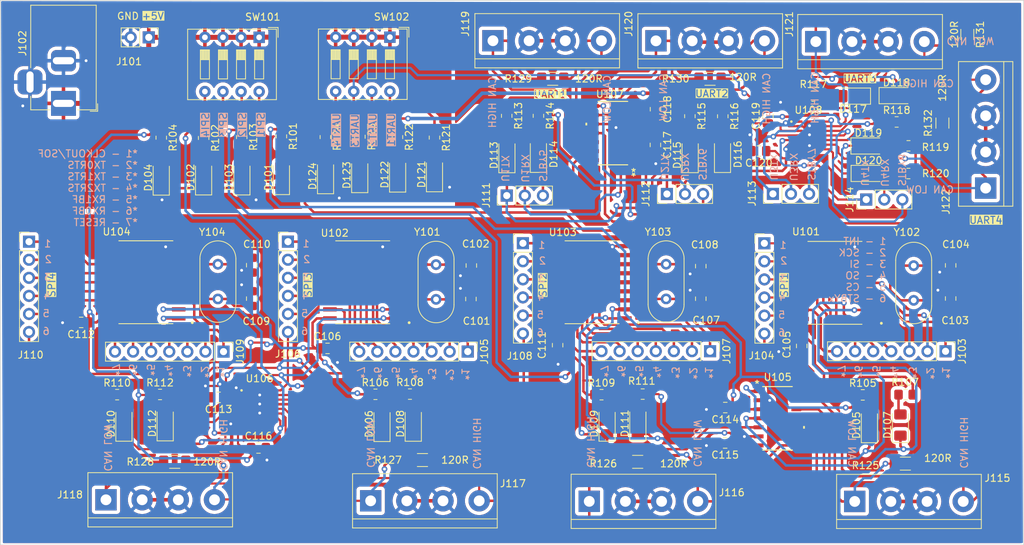
<source format=kicad_pcb>
(kicad_pcb (version 20221018) (generator pcbnew)
  (layers (0 "F.Cu" signal) (31 "B.Cu" signal) (34 "B.Paste" user) (35 "F.Paste" user) (36 "B.SilkS" user "B.Silkscreen") (37 "F.SilkS" user "F.Silkscreen") (38 "B.Mask" user) (39 "F.Mask" user) (44 "Edge.Cuts" user))
  (net 0 "")
  (net 1 "GND")
  (net 2 "/SPI3_OSC2")
  (net 3 "/SPI3_OSC1")
  (net 4 "/SPI1_OSC2")
  (net 5 "/SPI1_OSC1")
  (net 6 "/SPI 1")
  (net 7 "/SPI 3")
  (net 8 "/SPI2_OSC2")
  (net 9 "/SPI2_OSC1")
  (net 10 "/SPI4_OSC2")
  (net 11 "/SPI4_OSC1")
  (net 12 "/SPI 2")
  (net 13 "/SPI 4")
  (net 14 "/UART1")
  (net 15 "/UART2")
  (net 16 "/UART3")
  (net 17 "/UART4")
  (net 18 "Net-(D101-A)")
  (net 19 "Net-(D102-A)")
  (net 20 "Net-(D103-A)")
  (net 21 "Net-(D104-A)")
  (net 22 "/CAN1_TX")
  (net 23 "Net-(D105-A)")
  (net 24 "/CAN3_TX")
  (net 25 "Net-(D106-A)")
  (net 26 "/CAN1_RX")
  (net 27 "Net-(D107-A)")
  (net 28 "/CAN3_RX")
  (net 29 "Net-(D108-A)")
  (net 30 "/CAN2_TX")
  (net 31 "Net-(D109-A)")
  (net 32 "/CAN4_TX")
  (net 33 "Net-(D110-A)")
  (net 34 "/CAN2_RX")
  (net 35 "Net-(D111-A)")
  (net 36 "/CAN4_RX")
  (net 37 "Net-(D112-A)")
  (net 38 "/UART1_TX")
  (net 39 "Net-(D113-A)")
  (net 40 "/UART1_RX")
  (net 41 "Net-(D114-A)")
  (net 42 "/UART2_TX")
  (net 43 "Net-(D115-A)")
  (net 44 "/UART2_RX")
  (net 45 "Net-(D116-A)")
  (net 46 "/UART3_TX")
  (net 47 "Net-(D117-A)")
  (net 48 "/UART3_RX")
  (net 49 "Net-(D118-A)")
  (net 50 "/UART4_TX")
  (net 51 "Net-(D119-A)")
  (net 52 "/UART4_RX")
  (net 53 "Net-(D120-A)")
  (net 54 "Net-(D121-A)")
  (net 55 "Net-(D122-A)")
  (net 56 "Net-(D123-A)")
  (net 57 "Net-(D124-A)")
  (net 58 "/5V")
  (net 59 "/SPI1_CLKOUT{slash}SOF")
  (net 60 "/SPI1_RX0BF")
  (net 61 "/SPI1_RX1BF")
  (net 62 "/SPI1_TX0RTS")
  (net 63 "/SPI1_RESET")
  (net 64 "/SPI1_SI")
  (net 65 "/SPI1_SO")
  (net 66 "/SPI1_CS")
  (net 67 "/SPI1_SCK")
  (net 68 "/SPI1_INT")
  (net 69 "/STBY1")
  (net 70 "/SPI3_CLKOUT{slash}SOF")
  (net 71 "/SPI3_RX0BF")
  (net 72 "/SPI3_RX1BF")
  (net 73 "/SPI3_TX0RTS")
  (net 74 "/SPI3_RESET")
  (net 75 "/SPI3_SI")
  (net 76 "/SPI3_SO")
  (net 77 "/SPI3_CS")
  (net 78 "/SPI3_SCK")
  (net 79 "/SPI3_INT")
  (net 80 "/STBY3")
  (net 81 "/SPI2_CLKOUT{slash}SOF")
  (net 82 "/SPI2_RX0BF")
  (net 83 "/SPI2_RX1BF")
  (net 84 "/SPI2_TX0RTS")
  (net 85 "/SPI2_RESET")
  (net 86 "/SPI2_SI")
  (net 87 "/SPI2_SO")
  (net 88 "/SPI2_CS")
  (net 89 "/SPI2_SCK")
  (net 90 "/SPI2_INT")
  (net 91 "/STBY2")
  (net 92 "/SPI4_CLKOUT{slash}SOF")
  (net 93 "/SPI4_RX0BF")
  (net 94 "/SPI4_RX1BF")
  (net 95 "/SPI4_TX0RTS")
  (net 96 "/SPI4_RESET")
  (net 97 "/SPI4_SI")
  (net 98 "/SPI4_SO")
  (net 99 "/SPI4_CS")
  (net 100 "/SPI4_SCK")
  (net 101 "/SPI4_INT")
  (net 102 "/STBY4")
  (net 103 "/STBY5")
  (net 104 "/STBY6")
  (net 105 "/STBY7")
  (net 106 "/STBY8")
  (net 107 "/CAN1 HIGH")
  (net 108 "/CAN1 LOW")
  (net 109 "/CAN2 HIGH")
  (net 110 "/CAN2 LOW")
  (net 111 "/CAN3 HIGH")
  (net 112 "/CAN3 LOW")
  (net 113 "/CAN4 HIGH")
  (net 114 "/CAN4 LOW")
  (net 115 "/UART1_CAN_LOW")
  (net 116 "/UART1_CAN_HIGH")
  (net 117 "/UART2_CAN_HIGH")
  (net 118 "/UART2_CAN_LOW")
  (net 119 "/UART3_CAN_HIGH")
  (net 120 "/UART3_CAN_LOW")
  (net 121 "/UART4_CAN_HIGH")
  (net 122 "/UART4_CAN_LOW")
  (net 123 "/SPI1_TX1RTS")
  (net 124 "/SPI1_TX2RTS")
  (net 125 "/SPI3_TX1RTS")
  (net 126 "/SPI3_TX2RTS")
  (net 127 "/SPI2_TX1RTS")
  (net 128 "/SPI2_TX2RTS")
  (net 129 "/SPI4_TX1RTS")
  (net 130 "/SPI4_TX2RTS")
  (footprint "Custom_FP:MCP2515" (layer "F.Cu") (at 133.8 90.33 180)
    (fp_text reference "U103")
    (fp_text value "MCP2515-xSO" hide)
  )
  (footprint "Capacitor_SMD:C_0805_2012Metric_Pad1.18x1.45mm_HandSolder" (layer "F.Cu") (at 157.226 71.882 180)
    (fp_text reference "C120")
    (fp_text value "0.1uF" hide)
  )
  (footprint "LED_SMD:LED_1206_3216Metric_Pad1.42x1.75mm_HandSolder" (layer "F.Cu") (at 73.85 110.1625 90)
    (fp_text reference "D112")
    (fp_text value "LED" hide)
  )
  (footprint "TerminalBlock:TerminalBlock_bornier-4_P5.08mm" (layer "F.Cu") (at 189.08 77.09 90)
    (fp_text reference "J122")
    (fp_text value "Screw_Terminal_01x02" hide)
  )
  (footprint "Resistor_SMD:R_0805_2012Metric_Pad1.20x1.40mm_HandSolder" (layer "F.Cu") (at 103.375 106.075)
    (fp_text reference "R106")
    (fp_text value "470R" hide)
  )
  (footprint "Connector_PinHeader_2.54mm:PinHeader_1x07_P2.54mm_Vertical" (layer "F.Cu") (at 82.04 100.08 -90)
    (fp_text reference "J109")
    (fp_text value "SPI Remaining Pin" hide)
  )
  (footprint "LED_SMD:LED_1206_3216Metric_Pad1.42x1.75mm_HandSolder" (layer "F.Cu") (at 101.17 75.2675 90)
    (fp_text reference "D123")
    (fp_text value "LED" hide)
  )
  (footprint "Connector_PinHeader_2.54mm:PinHeader_1x06_P2.54mm_Vertical" (layer "F.Cu") (at 91.09 84.62)
    (fp_text reference "J106")
    (fp_text value "SPI 3" hide)
  )
  (footprint "Resistor_SMD:R_0805_2012Metric_Pad1.20x1.40mm_HandSolder" (layer "F.Cu") (at 147.54 66.98 -90)
    (fp_text reference "R115")
    (fp_text value "470R" hide)
  )
  (footprint "Resistor_SMD:R_0805_2012Metric_Pad1.20x1.40mm_HandSolder" (layer "F.Cu") (at 152.16 66.99 -90)
    (fp_text reference "R116")
    (fp_text value "470R" hide)
  )
  (footprint "Resistor_SMD:R_0805_2012Metric_Pad1.20x1.40mm_HandSolder" (layer "F.Cu") (at 101.195 69.8675 -90)
    (fp_text reference "R123")
    (fp_text value "330R" hide)
  )
  (footprint "LED_SMD:LED_1206_3216Metric_Pad1.42x1.75mm_HandSolder" (layer "F.Cu") (at 135.91 110.21 90)
    (fp_text reference "D109")
    (fp_text value "LED" hide)
  )
  (footprint "Connector_PinHeader_2.54mm:PinHeader_1x02_P2.54mm_Vertical" (layer "F.Cu") (at 71.54 55.9 -90)
    (fp_text reference "J101")
    (fp_text value "5v_pin_terminal" hide)
  )
  (footprint "LED_SMD:LED_1206_3216Metric_Pad1.42x1.75mm_HandSolder" (layer "F.Cu") (at 68.05 110.2125 90)
    (fp_text reference "D110")
    (fp_text value "LED" hide)
  )
  (footprint "Capacitor_SMD:C_0805_2012Metric_Pad1.18x1.45mm_HandSolder" (layer "F.Cu") (at 152.508502 107.94 180)
    (fp_text reference "C114")
    (fp_text value "0.1uF" hide)
  )
  (footprint "Connector_PinHeader_2.54mm:PinHeader_1x06_P2.54mm_Vertical" (layer "F.Cu") (at 158 84.85)
    (fp_text reference "J104")
    (fp_text value "SPI 1" hide)
  )
  (footprint "Resistor_SMD:R_0805_2012Metric_Pad1.20x1.40mm_HandSolder" (layer "F.Cu") (at 84.595 69.9175 -90)
    (fp_text reference "R103")
    (fp_text value "330R" hide)
  )
  (footprint "Custom_FP:MCP25162FD" (layer "F.Cu") (at 136.721498 69.36 180)
    (fp_text reference "U107")
    (fp_text value "MCP25612FD-E/SL" hide)
  )
  (footprint "Resistor_SMD:R_0805_2012Metric_Pad1.20x1.40mm_HandSolder" (layer "F.Cu") (at 171.82 106.16)
    (fp_text reference "R105")
    (fp_text value "470R" hide)
  )
  (footprint "Resistor_SMD:R_0805_2012Metric_Pad1.20x1.40mm_HandSolder" (layer "F.Cu") (at 79.245 70.0425 -90)
    (fp_text reference "R102")
    (fp_text value "330R" hide)
  )
  (footprint "Resistor_SMD:R_0805_2012Metric_Pad1.20x1.40mm_HandSolder" (layer "F.Cu") (at 176.58 67.79)
    (fp_text reference "R118")
    (fp_text value "470R" hide)
  )
  (footprint "Resistor_SMD:R_0805_2012Metric_Pad1.20x1.40mm_HandSolder" (layer "F.Cu") (at 135.13 106.13)
    (fp_text reference "R109")
    (fp_text value "470R" hide)
  )
  (footprint "Capacitor_SMD:C_0805_2012Metric_Pad1.18x1.45mm_HandSolder" (layer "F.Cu") (at 149.07 88.06 90)
    (fp_text reference "C108")
    (fp_text value "22pF" hide)
  )
  (footprint "Resistor_SMD:R_1206_3216Metric_Pad1.30x1.75mm_HandSolder" (layer "F.Cu") (at 140.208 115.57)
    (fp_text reference "R126")
    (fp_text value "120R")
  )
  (footprint "Connector_PinHeader_2.54mm:PinHeader_1x03_P2.54mm_Vertical" (layer "F.Cu") (at 144.315 77.92 90)
    (fp_text reference "J112")
    (fp_text value "UART 2" hide)
  )
  (footprint "Custom_FP:MCP2515" (layer "F.Cu") (at 101.59 90.33 180)
    (fp_text reference "U102")
    (fp_text value "MCP2515-xSO" hide)
  )
  (footprint "Resistor_SMD:R_0805_2012Metric_Pad1.20x1.40mm_HandSolder" (layer "F.Cu") (at 108.225 106.05)
    (fp_text reference "R108")
    (fp_text value "470R" hide)
  )
  (footprint "TerminalBlock:TerminalBlock_bornier-4_P5.08mm" (layer "F.Cu") (at 133.405 121.125)
    (fp_text reference "J116")
    (fp_text value "Screw_Terminal_01x02" hide)
  )
  (footprint "Custom_FP:VDFN14_QBB_MCH-M" (layer "F.Cu") (at 164.39 69.69)
    (fp_text reference "U108")
    (fp_text value "ATA6565-GCQW1" hide)
  )
  (footprint "LED_SMD:LED_1206_3216Metric_Pad1.42x1.75mm_HandSolder" (layer "F.Cu") (at 176.5725 64.09)
    (fp_text reference "D118")
    (fp_text value "LED" hide)
  )
  (footprint "TerminalBlock:TerminalBlock_bornier-4_P5.08mm" (layer "F.Cu") (at 102.705 121.05)
    (fp_text reference "J117")
    (fp_text value "Screw_Terminal_01x02" hide)
  )
  (footprint "Resistor_SMD:R_1206_3216Metric_Pad1.30x1.75mm_HandSolder" (layer "F.Cu") (at 183 67.95 90)
    (fp_text reference "R132")
    (fp_text value "120R")
  )
  (footprint "Resistor_SMD:R_0805_2012Metric_Pad1.20x1.40mm_HandSolder" (layer "F.Cu") (at 140.91 106.05 180)
    (fp_text reference "R111")
    (fp_text value "470R" hide)
  )
  (footprint "Capacitor_SMD:C_0805_2012Metric_Pad1.18x1.45mm_HandSolder" (layer "F.Cu") (at 142.71 66 -90)
    (fp_text reference "C118")
    (fp_text value "0.1uF" hide)
  )
  (footprint "Custom_FP:VDFN14_QBB_MCH-M" (layer "F.Cu") (at 87.1722 107.475)
    (fp_text reference "U106")
    (fp_text value "ATA6565-GCQW1" hide)
  )
  (footprint "LED_SMD:LED_1206_3216Metric_Pad1.42x1.75mm_HandSolder" (layer "F.Cu") (at 140.23 110.16 90)
    (fp_text reference "D111")
    (fp_text value "LED" hide)
  )
  (footprint "TerminalBlock:TerminalBlock_bornier-4_P5.08mm" (layer "F.Cu") (at 119.88 56.375)
    (fp_text reference "J119")
    (fp_text value "Screw_Terminal_01x02" hide)
  )
  (footprint "LED_SMD:LED_1206_3216Metric_Pad1.42x1.75mm_HandSolder" (layer "F.Cu") (at 104.3 110.25 90)
    (fp_text reference "D106")
    (fp_text value "LED" hide)
  )
  (footprint "Capacitor_SMD:C_0805_2012Metric_Pad1.18x1.45mm_HandSolder" (layer "F.Cu") (at 86 92.625 -90)
    (fp_text reference "C109")
    (fp_text value "22pF" hide)
  )
  (footprint "Connector_PinHeader_2.54mm:PinHeader_1x06_P2.54mm_Vertical" (layer "F.Cu") (at 124.09 84.84)
    (fp_text reference "J108")
    (fp_text value "SPI 2" hide)
  )
  (footprint "LED_SMD:LED_1206_3216Metric_Pad1.42x1.75mm_HandSolder" (layer "F.Cu") (at 147.58 72.4575 90)
    (fp_text reference "D115")
    (fp_text value "LED" hide)
  )
  (footprint "Resistor_SMD:R_1206_3216Metric_Pad1.30x1.75mm_HandSolder" (layer "F.Cu") (at 75.184 115.57)
    (fp_text reference "R128")
    (fp_text value "120R")
  )
  (footprint "Resistor_SMD:R_0805_2012Metric_Pad1.20x1.40mm_HandSolder" (layer "F.Cu") (at 178.24 71.15 180)
    (fp_text reference "R119")
    (fp_text value "470R" hide)
  )
  (footprint "Resistor_SMD:R_1206_3216Metric_Pad1.30x1.75mm_HandSolder" (layer "F.Cu") (at 128.27 61.722)
    (fp_text reference "R129")
    (fp_text value "120R")
  )
  (footprint "Capacitor_SMD:C_0805_2012Metric_Pad1.18x1.45mm_HandSolder" (layer "F.Cu") (at 163.24 99.28 -90)
    (fp_text reference "C105")
    (fp_text value "0.1uF" hide)
  )
  (footprint "Custom_FP:MCP2515" (layer "F.Cu") (at 167.91 90.41 180)
    (fp_text reference "U101")
    (fp_text value "MCP2515-xSO" hide)
  )
  (footprint "LED_SMD:LED_1206_3216Metric_Pad1.42x1.75mm_HandSolder" (layer "F.Cu") (at 152.12 72.44 90)
    (fp_text reference "D116")
    (fp_text value "LED" hide)
  )
  (footprint "LED_SMD:LED_1206_3216Metric_Pad1.42x1.75mm_HandSolder" (layer "F.Cu") (at 84.62 75.5925 90)
    (fp_text reference "D103")
    (fp_text value "LED" hide)
  )
  (footprint "Resistor_SMD:R_0805_2012Metric_Pad1.20x1.40mm_HandSolder" (layer "F.Cu") (at 73.125 106.1)
    (fp_text reference "R112")
    (fp_text value "470R" hide)
  )
  (footprint "Custom_FP:MCP25162FD" (layer "F.Cu") (at 159.838502 109.45)
    (fp_text reference "U105")
    (fp_text value "MCP25612FD-E/SL" hide)
  )
  (footprint "Capacitor_SMD:C_0805_2012Metric_Pad1.18x1.45mm_HandSolder" (layer "F.Cu") (at 81.35 106.5 180)
    (fp_text reference "C113")
    (fp_text value "0.1uF" hide)
  )
  (footprint "LED_SMD:LED_1206_3216Metric_Pad1.42x1.75mm_HandSolder" (layer "F.Cu") (at 172.61 71.17)
    (fp_text reference "D119")
    (fp_text value "LED" hide)
  )
  (footprint "Resistor_SMD:R_0805_2012Metric_Pad1.20x1.40mm_HandSolder" (layer "F.Cu") (at 178.23 75.04 180)
    (fp_text reference "R120")
    (fp_text value "470R" hide)
  )
  (footprint "TerminalBlock:TerminalBlock_bornier-4_P5.08mm" (layer "F.Cu") (at 165.225 56.5)
    (fp_text reference "J121")
    (fp_text value "Screw_Terminal_01x02" hide)
  )
  (footprint "LED_SMD:LED_1206_3216Metric_Pad1.42x1.75mm_HandSolder" (layer "F.Cu") (at 172.6425 75.03)
    (fp_text reference "D120")
    (fp_text value "LED" hide)
  )
  (footprint "Button_Switch_THT:SW_DIP_SPSTx04_Slide_9.78x12.34mm_W7.62mm_P2.54mm" (layer "F.Cu") (at 87.0438 55.896 -90)
    (fp_text reference "SW101")
    (fp_text value "SW_DIP_x04" hide)
  )
  (footprint "Resistor_SMD:R_0805_2012Metric_Pad1.20x1.40mm_HandSolder" (layer "F.Cu") (at 177.84 106.12 180)
    (fp_text reference "R107")
    (fp_text value "470R" hide)
  )
  (footprint "Resistor_SMD:R_0805_2012Metric_Pad1.20x1.40mm_HandSolder" (layer "F.Cu") (at 121.81 66.93 -90)
    (fp_text reference "R113")
    (fp_text value "470R" hide)
  )
  (footprint "Capacitor_SMD:C_0805_2012Metric_Pad1.18x1.45mm_HandSolder" (layer "F.Cu") (at 184.16 92.61 -90)
    (fp_text reference "C103")
    (fp_text value "22pF" hide)
  )
  (footprint "Resistor_SMD:R_0805_2012Metric_Pad1.20x1.40mm_HandSolder" (layer "F.Cu") (at 126.27 66.93 -90)
    (fp_text reference "R114")
    (fp_text value "470R" hide)
  )
  (footprint "Capacitor_SMD:C_0805_2012Metric_Pad1.18x1.45mm_HandSolder" (layer "F.Cu") (at 152.488502 112.92 180)
    (fp_text reference "C115")
    (fp_text value "0.1uF" hide)
  )
  (footprint "TerminalBlock:TerminalBlock_bornier-4_P5.08mm" (layer "F.Cu") (at 142.775 56.388)
    (fp_text reference "J120")
    (fp_text value "Screw_Terminal_01x02" hide)
  )
  (footprint "Connector_PinHeader_2.54mm:PinHeader_1x03_P2.54mm_Vertical" (layer "F.Cu") (at 121.82 78.14 90)
    (fp_text reference "J111")
    (fp_text value "UART 1" hide)
  )
  (footprint "Capacitor_SMD:C_0805_2012Metric_Pad1.18x1.45mm_HandSolder" (layer "F.Cu") (at 116.85 87.97 90)
    (fp_text reference "C102")
    (fp_text value "22pF" hide)
  )
  (footprint "Capacitor_SMD:C_0805_2012Metric_Pad1.18x1.45mm_HandSolder" (layer "F.Cu") (at 86.95 113.625)
    (fp_text reference "C116")
    (fp_text value "0.1uF" hide)
  )
  (footprint "Capacitor_SMD:C_0805_2012Metric_Pad1.18x1.45mm_HandSolder" (layer "F.Cu") (at 142.7 71.02 -90)
    (fp_text reference "C117")
    (fp_text value "0.1uF" hide)
  )
  (footprint "Resistor_SMD:R_1206_3216Metric_Pad1.30x1.75mm_HandSolder" (layer "F.Cu") (at 177.8 115.824)
    (fp_text reference "R125")
    (fp_text value "120R")
  )
  (footprint "TerminalBlock:TerminalBlock_bornier-4_P5.08mm" (layer "F.Cu") (at 170.688 121.14)
    (fp_text reference "J115")
    (fp_text value "Screw_Terminal_01x02" hide)
  )
  (footprint "Crystal:Crystal_HC49-4H_Vertical" (layer "F.Cu") (at 144.2 87.79 -90)
    (fp_text reference "Y103")
    (fp_text value "Crystal" hide)
  )
  (footprint "Crystal:Crystal_HC49-4H_Vertical" (layer "F.Cu") (at 81.25 87.795 -90)
    (fp_text reference "Y104")
    (fp_text value "Crystal" hide)
  )
  (footprint "Resistor_SMD:R_0805_2012Metric_Pad1.20x1.40mm_HandSolder" (layer "F.Cu") (at 73.2954 70.0037 -90)
    (fp_text reference "R104")
    (fp_text value "330R" hide)
  )
  (footprint "Connector_PinHeader_2.54mm:PinHeader_1x03_P2.54mm_Vertical" (layer "F.Cu") (at 159.2 77.9 90)
    (fp_text reference "J113")
    (fp_text value "UART 3" hide)
  )
  (footprint "Capacitor_SMD:C_0805_2012Metric_Pad1.18x1.45mm_HandSolder" (layer "F.Cu") (at 86 87.925 90)
    (fp_text reference "C110")
    (fp_text value "22pF" hide)
  )
  (footprint "Connector_PinHeader_2.54mm:PinHeader_1x07_P2.54mm_Vertical" (layer "F.Cu") (at 150.37 100.02 -90)
    (fp_text reference "J107")
    (fp_text value "SPI 2 Remaining Pin" hide)
  )
  (footprint "Resistor_SMD:R_1206_3216Metric_Pad1.30x1.75mm_HandSolder" (layer "F.Cu") (at 109.982 115.316)
    (fp_text reference "R127")
    (fp_text value "120R")
  )
  (footprint "LED_SMD:LED_1206_3216Metric_Pad1.42x1.75mm_HandSolder" (layer "F.Cu") (at 126.26 72.43 90)
    (fp_text reference "D114")
    (fp_text value "LED" hide)
  )
  (footprint "LED_SMD:LED_1206_3216Metric_Pad1.42x1.75mm_HandSolder" (layer "F.Cu") (at 96.37 75.4175 90)
    (fp_text reference "D124")
    (fp_text value "LED" hide)
  )
  (footprint "LED_SMD:LED_1206_3216Metric_Pad1.42x1.75mm_HandSolder" (layer "F.Cu") (at 73.295 75.6175 90)
    (fp_text reference "D104")
    (fp_text value "LED" hide)
  )
  (footprint "LED_SMD:LED_1206_3216Metric_Pad1.42x1.75mm_HandSolder" (layer "F.Cu") (at 90.17 75.5425 90)
    (fp_text reference "D101")
    (fp_text value "LED" hide)
  )
  (footprint "Crystal:Crystal_HC49-4H_Vertical" (layer "F.Cu") (at 111.89 87.85 -90)
    (fp_text reference "Y101")
    (fp_text value "Crystal" hide)
  )
  (footprint "Capacitor_SMD:C_0805_2012Metric_Pad1.18x1.45mm_HandSolder" (layer "F.Cu") (at 149.07 92.64 -90)
    (fp_text reference "C107")
    (fp_text value "22pF" hide)
  )
  (footprint "Capacitor_SMD:C_0805_2012Metric_Pad1.18x1.45mm_HandSolder" (layer "F.Cu") (at 184.16 87.95 90)
    (fp_text reference "C104")
    (fp_text value "22pF" hide)
  )
  (footprint "Connector_PinHeader_2.54mm:PinHeader_1x07_P2.54mm_Vertical" (layer "F.Cu") (at 116.34 100.07 -90)
    (fp_text reference "J105")
    (fp_text value "SPI Remaining Pin" hide)
  )
  (footprint "Resistor_SMD:R_1206_3216Metric_Pad1.30x1.75mm_HandSolder" (layer "F.Cu") (at 186.5 55.5 -90)
    (fp_text reference "R131")
    (fp_text value "120R")
  )
  (footprint "LED_SMD:LED_1206_3216Metric_Pad1.42x1.75mm_HandSolder" (layer "F.Cu") (at 177.11 110.3975 90)
    (fp_text reference "D107")
    (fp_text value "LED" hide)
  )
  (footprint "LED_SMD:LED_1206_3216Metric_Pad1.42x1.75mm_HandSolder" (layer "F.Cu") (at 79.245 75.5925 90)
    (fp_text reference "D102")
    (fp_text value "LED" hide)
  )
  (footprint "Resistor_SMD:R_0805_2012Metric_Pad1.20x1.40mm_HandSolder" (layer "F.Cu") (at 96.345 69.9175 -90)
    (fp_text reference "R124")
    (fp_text value "330R" hide)
  )
  (footprint "LED_SMD:LED_1206_3216Metric_Pad1.42x1.75mm_HandSolder" (layer "F.Cu") (at 106.495 75.1925 90)
    (fp_text reference "D122")
    (fp_text value "LED" hide)
  )
  (footprint "Connector_PinHeader_2.54mm:PinHeader_1x07_P2.54mm_Vertical" (layer "F.Cu") (at 183.445 100.03 -90)
    (fp_text reference "J103")
    (fp_text value "SPI Remaining Pin" hide)
  )
  (footprint "Resistor_SMD:R_0805_2012Metric_Pad1.20x1.40mm_HandSolder" (layer "F.Cu") (at 164.88 64.15)
    (fp_text reference "R117")
    (fp_text value "470R" hide)
  )
  (footprint "Resistor_SMD:R_0805_2012Metric_Pad1.20x1.40mm_HandSolder" (layer "F.Cu") (at 111.67 69.9925 -90)
    (fp_text reference "R121")
    (fp_text value "330R" hide)
  )
  (footprint "Resistor_SMD:R_0805_2012Metric_Pad1.20x1.40mm_HandSolder" (layer "F.Cu") (at 67.1 106.125)
    (fp_text reference "R110")
    (fp_text value "470R" hide)
  )
  (footprint "Capacitor_SMD:C_0805_2012Metric_Pad1.18x1.45mm_HandSolder" (layer "F.Cu") (at 158.496 66.9525 90)
    (fp_text reference "C119")
    (fp_text value "0.1uF" hide)
  )
  (footprint "Connector_BarrelJack:BarrelJack_Horizontal" (layer "F.Cu") (at 59.563 65.182 -90)
    (fp_text reference "J102")
    (fp_text value "5V Inp" hide)
  )
  (footprint "LED_SMD:LED_1206_3216Metric_Pad1.42x1.75mm_HandSolder" (layer "F.Cu") (at 170.45 64.16 180)
    (fp_text reference "D117")
    (fp_text value "LED" hide)
  )
  (footprint "Capacitor_SMD:C_0805_2012Metric_Pad1.18x1.45mm_HandSolder" (layer "F.Cu") (at 128.96 99.17 -90)
    (fp_text reference "C111")
    (fp_text value "0.1uF" hide)
  )
  (footprint "LED_SMD:LED_1206_3216Metric_Pad1.42x1.75mm_HandSolder" (layer "F.Cu") (at 108.69 110.2175 90)
    (fp_text reference "D108")
    (fp_text value "LED" hide)
  )
  (footprint "Capacitor_SMD:C_0805_2012Metric_Pad1.18x1.45mm_HandSolder" (layer "F.Cu") (at 96.65 99.62)
    (fp_text reference "C106")
    (fp_text value "0.1uF" hide)
  )
  (footprint "Capacitor_SMD:C_0805_2012Metric_Pad1.18x1.45mm_HandSolder" (layer "F.Cu") (at 62.05 95.97 180)
    (fp_text reference "C112")
    (fp_text value "0.1uF" hide)
  )
  (footprint "Resistor_SMD:R_0805_2012Metric_Pad1.20x1.40mm_HandSolder" (layer "F.Cu") (at 106.47 69.9175 -90)
    (fp_text reference "R122")
    (fp_text value "330R" hide)
  )
  (footprint "Connector_PinHeader_2.54mm:PinHeader_1x06_P2.54mm_Vertical" (layer "F.Cu") (at 54.725 84.625)
    (fp_text reference "J110")
    (fp_text value "SPI 4" hide)
  )
  (footprint "Resistor_SMD:R_0805_2012Metric_Pad1.20x1.40mm_HandSolder" (layer "F.Cu") (at 90.17 69.8175 -90)
    (fp_text reference "R101")
    (fp_text value "330R" hide)
  )
  (footprint "Capacitor_SMD:C_0805_2012Metric_Pad1.18x1.45mm_HandSolder" (layer "F.Cu") (at 116.79 92.68 -90)
    (fp_text reference "C101")
    (fp_text value "22pF" hide)
  )
  (footprint "LED_SMD:LED_1206_3216Metric_Pad1.42x1.75mm_HandSolder" (layer "F.Cu") (at 121.84 72.4675 90)
    (fp_text reference "D113")
    (fp_text value "LED" hide)
  )
  (footprint "Button_Switch_THT:SW_DIP_SPSTx04_Slide_9.78x12.34mm_W7.62mm_P2.54mm" (layer "F.Cu") (at 105.41 55.8725 -90)
    (fp_text reference "SW102")
    (fp_text value "SW_DIP_x04" hide)
  )
  (footprint "LED_SMD:LED_1206_3216Metric_Pad1.42x1.75mm_HandSolder" (layer "F.Cu") (at 111.67 75.1425 90)
    (fp_text reference "D121")
    (fp_text value "LED" hide)
  )
  (footprint "Custom_FP:MCP2515" (layer "F.Cu") (at 71.135 90.325 180)
    (fp_text reference "U104")
    (fp_text value "MCP2515-xSO" hide)
  )
  (footprint "TerminalBlock:TerminalBlock_bornier-4_P5.08mm" (layer "F.Cu") (at 65.532 120.904)
    (fp_text reference "J118")
    (fp_text value "Screw_Terminal_01x02" hide)
  )
  (footprint "Resistor_SMD:R_1206_3216Metric_Pad1.30x1.75mm_HandSolder" (layer "F.Cu") (at 150.368 61.722)
    (fp_text reference "R130")
    (fp_text value "120R")
  )
  (footprint "Crystal:Crystal_HC49-4H_Vertical" (layer "F.Cu") (at 178.97 87.99 -90)
    (fp_text reference "Y102")
    (fp_text value "Crystal" hide)
  )
  (footprint "Connector_PinHeader_2.54mm:PinHeader_1x03_P2.54mm_Vertical" (layer "F.Cu") (at 172.3 78.7 90)
    (fp_text reference "J114")
    (fp_text value "UART 4" hide)
  )
  (footprint "LED_SMD:LED_1206_3216Metric_Pad1.42x1.75mm_HandSolder" (layer "F.Cu") (at 172.75 110.4225 90)
    (fp_text reference "D105")
    (fp_text value "LED" hide)
  )
  (gr_rect (start 50.6984 50.6984) (end 194.4184 127.254) (stroke (width 0.1)) (fill none) (layer "Edge.Cuts"))
  (gr_text "*1" (at 182.9 104 270) (layer "B.SilkS") (effects (font (size 1 1)) (justify left bottom mirror)))
  (gr_text "*2" (at 78.8 103.9 270) (layer "B.SilkS") (effects (font (size 1 1)) (justify left bottom mirror)))
  (gr_text "*5" (at 105.6 104 270) (layer "B.SilkS") (effects (font (size 1 1)) (justify left bottom mirror)))
  (gr_text "SPI2" (at 85.3 66.4 90) (layer "B.SilkS" knockout) (effects (font (size 1 1)) (justify left bottom mirror)))
  (gr_text "1" (at 161.2 85.7) (layer "B.SilkS") (effects (font (size 1 1)) (justify left bottom mirror)))
  (gr_text "STBY5\n" (at 126.3 76.3 270) (layer "B.SilkS") (effects (font (size 1 1)) (justify left bottom mirror)))
  (gr_text "*3" (at 110.7 104.2 270) (layer "B.SilkS") (effects (font (size 1 1)) (justify left bottom mirror)))
  (gr_text "STBY8\n\n" (at 175.1 76.9 270) (layer "B.SilkS") (effects (font (size 1 1)) (justify left bottom mirror)))
  (gr_text "*6" (at 137.3 103.8 270) (layer "B.SilkS") (effects (font (size 1 1)) (justify left bottom mirror)))
  (gr_text "*5" (at 139.8 103.8 270) (layer "B.SilkS") (effects (font (size 1 1)) (justify left bottom mirror)))
  (gr_text "*4" (at 73.7 103.7 270) (layer "B.SilkS") (effects (font (size 1 1)) (justify left bottom mirror)))
  (gr_text "CAN LOW\n" (at 183.5 55.8 180) (layer "B.SilkS") (effects (font (size 1 1)) (justify left bottom mirror)))
  (gr_text "CAN HIGH\n\n" (at 122 61.3 90) (layer "B.SilkS") (effects (font (size 1 1)) (justify left bottom mirror)))
  (gr_text "U3RX" (at 161.5 76.2 270) (layer "B.SilkS") (effects (font (size 1 1)) (justify left bottom mirror)))
  (gr_text "*2" (at 113.2 104.3 270) (layer "B.SilkS") (effects (font (size 1 1)) (justify left bottom mirror)))
  (gr_text "CAN HIGH\n\n" (at 183.8 116.6 270) (layer "B.SilkS") (effects (font (size 1 1)) (justify left bottom mirror)))
  (gr_text "3" (at 161.2 90.4) (layer "B.SilkS") (effects (font (size 1 1)) (justify left bottom mirror)))
  (gr_text "4" (at 127.2 93) (layer "B.SilkS") (effects (font (size 1 1)) (justify left bottom mirror)))
  (gr_text "4" (at 94.1 92.8) (layer "B.SilkS") (effects (font (size 1 1)) (justify left bottom mirror)))
  (gr_text "*6" (at 103.1 104 270) (layer "B.SilkS") (effects (font (size 1 1)) (justify left bottom mirror)))
  (gr_text "2" (at 58 87.7) (layer "B.SilkS") (effects (font (size 1 1)) (justify left bottom mirror)))
  (gr_text "1" (at 127.3 85.7) (layer "B.SilkS") (effects (font (size 1 1)) (justify left bottom mirror)))
  (gr_text "*7" (at 100.7 104 270) (layer "B.SilkS") (effects (font (size 1 1)) (justify left bottom mirror)))
  (gr_text "CAN LOW\n" (at 136.5 61.1 90) (layer "B.SilkS") (effects (font (size 1 1)) (justify left bottom mirror)))
  (gr_text "6" (at 94 97.8) (layer "B.SilkS") (effects (font (size 1 1)) (justify left bottom mirror)))
  (gr_text "*5" (at 71.2 103.6 270) (layer "B.SilkS") (effects (font (size 1 1)) (justify left bottom mirror)))
  (gr_text "U3TX" (at 158.7 76.1 270) (layer "B.SilkS") (effects (font (size 1 1)) (justify left bottom mirror)))
  (gr_text "U4RX" (at 174.3 77 270) (layer "B.SilkS") (effects (font (size 1 1)) (justify left bottom mirror)))
  (gr_text "3" (at 127.3 90.4) (layer "B.SilkS") (effects (font (size 1 1)) (justify left bottom mirror)))
  (gr_text "CAN HIGH\n\n" (at 167.3 60.7 90) (layer "B.SilkS") (effects (font (size 1 1)) (justify left bottom mirror)))
  (gr_text "*7" (at 66.3 103.6 270) (layer "B.SilkS") (effects (font (size 1 1)) (justify left bottom mirror)))
  (gr_text "6" (at 127.1 98) (layer "B.SilkS") (effects (font (size 1 1)) (justify left bottom mirror)))
  (gr_text "5" (at 161 95.5) (layer "B.SilkS") (effects (font (size 1 1)) (justify left bottom mirror)))
  (gr_text "*1" (at 81 103.8 270) (layer "B.SilkS") (effects (font (size 1 1)) (justify left bottom mirror)))
  (gr_text "CAN LOW\n" (at 169.7 116.4 -90) (layer "B.SilkS") (effects (font (size 1 1)) (justify left bottom mirror)))
  (gr_text "U2RX" (at 146.2 76.2 270) (layer "B.SilkS") (effects (font (size 1 1)) (justify left bottom mirror)))
  (gr_text "*5" (at 173.1 103.8 270) (layer "B.SilkS") (effects (font (size 1 1)) (justify left bottom mirror)))
  (gr_text "*3" (at 76.3 103.8 270) (layer "B.SilkS") (effects (font (size 1 1)) (justify left bottom mirror)))
  (gr_text "*7" (at 168.2 103.8 270) (layer "B.SilkS") (effects (font (size 1 1)) (justify left bottom mirror)))
  (gr_text "U2TX" (at 143.4 76.1 270) (layer "B.SilkS") (effects (font (size 1 1)) (justify left bottom mirror)))
  (gr_text "CAN HIGH\n\n" (at 131.4 116.5 270) (layer "B.SilkS") (effects (font (size 1 1)) (justify left bottom mirror)))
  (gr_text "CAN LOW\n" (at 184.7 77.9) (layer "B.SilkS") (effects (font (size 1 1)) (justify left bottom mirror)))
  (gr_text "5" (at 57.7 95.3) (layer "B.SilkS") (effects (font (size 1 1)) (justify left bottom mirror)))
  (gr_text "UART4" (at 98.5 66.5 90) (layer "B.SilkS" knockout) (effects (font (size 1 1)) (justify left bottom mirror)))
  (gr_text "CAN HIGH\n\n" (at 184.7 64.6) (layer "B.SilkS") (effects (font (size 1 1)) (justify left bottom mirror)))
  (gr_text "STBY7\n" (at 164 76.1 270) (layer "B.SilkS") (effects (font (size 1 1)) (justify left bottom mirror)))
  (gr_text "*6" (at 68.7 103.6 270) (layer "B.SilkS") (effects (font (size 1 1)) (justify left bottom mirror)))
  (gr_text "CAN LOW\n" (at 144.4 60.9 90) (layer "B.SilkS") (effects (font (size 1 1)) (justify left bottom mirror)))
  (gr_text "CAN LOW\n" (at 65.2 117 -90) (layer "B.SilkS") (effects (font (size 1 1)) (justify left bottom mirror)))
  (gr_text "2" (at 127.4 87.9) (layer "B.SilkS") (effects (font (size 1 1)) (justify left bottom mirror)))
  (gr_text "CAN HIGH\n\n" (at 79.8 116.9 270) (layer "B.SilkS") (effects (font (size 1 1)) (justify left bottom mirror)))
  (gr_text "SPI3\n" (at 82.6 66.4 90) (layer "B.SilkS" knockout) (effects (font (size 1 1)) (justify left bottom mirror)))
  (gr_text "UART1" (at 106.2 66.5 90) (layer "B.SilkS" knockout) (effects (font (size 1 1)) (justify left bottom mirror)))
  (gr_text "4" (at 57.8 92.8) (layer "B.SilkS") (effects (font (size 1 1)) (justify left bottom mirror)))
  (gr_text "3" (at 94.2 90.2) (layer "B.SilkS") (effects (font (size 1 1)) (justify left bottom mirror)))
  (gr_text "*1 - CLKOUT/SOF\n*2 - TX0RTS\n*3 - TX1RTS\n*4 - TX2RTS\n*5 - RX1BF\n*6 - RX0BF\n*7 - RESET" (at 70.1 82.5) (layer "B.SilkS") (effects (font (size 1 1)) (justify left bottom mirror)))
  (gr_text "CAN HIGH\n\n" (at 160.5 60.8 90) (layer "B.SilkS") (effects (font (size 1 1)) (justify left bottom mirror)))
  (gr_text "*6" (at 170.6 103.8 270) (layer "B.SilkS") (effects (font (size 1 1)) (justify left bottom mirror)))
  (gr_text "*4" (at 142.3 103.9 270) (layer "B.SilkS") (effects (font (size 1 1)) (justify left bottom mirror)))
  (gr_text "U1RX" (at 123.8 76.4 270) (layer "B.SilkS") (effects (font (size 1 1)) (justify left bottom mirror)))
  (gr_text "*3" (at 144.9 104 270) (layer "B.SilkS") (effects (font (size 1 1)) (justify left bottom mirror)))
  (gr_text "SPI1" (at 87.9 66.4 90) (layer "B.SilkS" knockout) (effects (font (size 1 1)) (justify left bottom mirror)))
  (gr_text "CAN HIGH\n\n" (at 115.4 116.7 270) (layer "B.SilkS") (effects (font (size 1 1)) (justify left bottom mirror)))
  (gr_text "1 - INT\n2 - SCK\n3 - SI\n4 - SO\n5 - CS\n6 - STBYx" (at 175.2 93.2) (layer "B.SilkS") (effects (font (size 1 1)) (justify left bottom mirror)))
  (gr_text "5" (at 127.1 95.5) (layer "B.SilkS") (effects (font (size 1 1)) (justify left bottom mirror)))
  (gr_text "*2" (at 147.4 104.1 270) (layer "B.SilkS") (effects (font (size 1 1)) (justify left bottom mirror)))
  (gr_text "1" (at 57.9 85.5) (layer "B.SilkS") (effects (font (size 1 1)) (justify left bottom mirror)))
  (gr_text "U1TX" (at 121 76.3 -90) (layer "B.SilkS") (effects (font (size 1 1)) (justify left bottom mirror)))
  (gr_text "*7" (at 134.9 103.8 270) (layer "B.SilkS") (effects (font (size 1 1)) (justify left bottom mirror)))
  (gr_text "UART3" (at 101.1 66.6 90) (layer "B.SilkS" knockout) (effects (font (size 1 1)) (justify left bottom mirror)))
  (gr_text "6" (at 57.7 97.8) (layer "B.SilkS") (effects (font (size 1 1)) (justify left bottom mirror)))
  (gr_text "6" (at 161 98) (layer "B.SilkS") (effects (font (size 1 1)) (justify left bottom mirror)))
  (gr_text "4" (at 161.1 93) (layer "B.SilkS") (effects (font (size 1 1)) (justify left bottom mirror)))
  (gr_text "*4" (at 175.6 103.9 270) (layer "B.SilkS") (effects (font (size 1 1)) (justify left bottom mirror)))
  (gr_text "3" (at 57.9 90.2) (layer "B.SilkS") (effects (font (size 1 1)) (justify left bottom mirror)))
  (gr_text "STBY6\n" (at 148.7 76.1 270) (layer "B.SilkS") (effects (font (size 1 1)) (justify left bottom mirror)))
  (gr_text "2" (at 94.3 87.7) (layer "B.SilkS") (effects (font (size 1 1)) (justify left bottom mirror)))
  (gr_text "U4TX" (at 171.5 76.9 270) (layer "B.SilkS") (effects (font (size 1 1)) (justify left bottom mirror)))
  (gr_text "CAN LOW\n" (at 148 116.4 -90) (layer "B.SilkS") (effects (font (size 1 1)) (justify left bottom mirror)))
  (gr_text "UART2\n" (at 103.6 66.5 90) (layer "B.SilkS" knockout) (effects (font (size 1 1)) (justify left bottom mirror)))
  (gr_text "SPI4" (at 80.1 66.4 90) (layer "B.SilkS" knockout) (effects (font (size 1 1)) (justify left bottom mirror)))
  (gr_text "*4" (at 108.1 104.1 270) (layer "B.SilkS") (effects (font (size 1 1)) (justify left bottom mirror)))
  (gr_text "1" (at 94.2 85.5) (layer "B.SilkS") (effects (font (size 1 1)) (justify left bottom mirror)))
  (gr_text "*1" (at 115.4 104.2 270) (layer "B.SilkS") (effects (font (size 1 1)) (justify left bottom mirror)))
  (gr_text "*1" (at 149.6 104 270) (layer "B.SilkS") (effects (font (size 1 1)) (justify left bottom mirror)))
  (gr_text "5" (at 94 95.3) (layer "B.SilkS") (effects (font (size 1 1)) (justify left bottom mirror)))
  (gr_text "*3" (at 178.2 104 270) (layer "B.SilkS") (effects (font (size 1 1)) (justify left bottom mirror)))
  (gr_text "CAN LOW\n" (at 102.1 116.5 -90) (layer "B.SilkS") (effects (font (size 1 1)) (justify left bottom mirror)))
  (gr_text "2" (at 161.3 87.9) (layer "B.SilkS") (effects (font (size 1 1)) (justify left bottom mirror)))
  (gr_text "*2" (at 180.7 104.1 270) (layer "B.SilkS") (effects (font (size 1 1)) (justify left bottom mirror)))
  (gr_text "UART1\n" (at 125.5 64.5) (layer "F.SilkS" knockout) (effects (font (size 1 1)) (justify left bottom)))
  (gr_text "SPI1\n\n" (at 163 92.5 90) (layer "F.SilkS" knockout) (effects (font (size 1 1)) (justify left bottom)))
  (gr_text "+5V" (at 70.5 53.5) (layer "F.SilkS" knockout) (effects (font (size 1 1)) (justify left bottom)))
  (gr_text "SPI2\n" (at 127.5 92.5 90) (layer "F.SilkS" knockout) (effects (font (size 1 1)) (justify left bottom)))
  (gr_text "UART2\n\n" (at 148.2 66) (layer "F.SilkS" knockout) (effects (font (size 1 1)) (justify left bottom)))
  (gr_text "SPI4" (at 58.5 92.5 90) (layer "F.SilkS" knockout) (effects (font (size 1 1)) (justify left bottom)))
  (gr_text "UART3\n" (at 169 62.3) (layer "F.SilkS" knockout) (effects (font (size 1 1)) (justify left bottom)))
  (gr_text "UART4\n\n" (at 186.7 83.8) (layer "F.SilkS" knockout) (effects (font (size 1 1)) (justify left bottom)))
  (gr_text "GND\n" (at 67 53.5) (layer "F.SilkS") (effects (font (size 1 1)) (justify left bottom)))
  (gr_text "SPI3" (at 94.5 92.5 90) (layer "F.SilkS" knockout) (effects (font (size 1 1)) (justify left bottom)))
  (segment (start 149.07 91.6025) (end 147.7365 91.6025) (width 0.35) (layer "F.Cu") (net 1))
  (segment (start 128.96 101.782) (end 129.032 101.854) (width 0.3) (layer "F.Cu") (net 1))
  (segment (start 59.478 95.97) (end 59.436 96.012) (width 0.35) (layer "F.Cu") (net 1))
  (segment (start 182.5045 91.5725) (end 182.372 91.44) (width 0.35) (layer "F.Cu") (net 1))
  (segment (start 182.7135 88.9875) (end 182.626 88.9) (width 0.35) (layer "F.Cu") (net 1))
  (segment (start 86 91.5875) (end 86 88.9625) (width 0.3) (layer "F.Cu") (net 1))
  (segment (start 115.316 89.408) (end 115.7165 89.0075) (width 0.3) (layer "F.Cu") (net 1))
  (segment (start 111.67 76.63) (end 106.545 76.63) (width 0.35) (layer "F.Cu") (net 1))
  (segment (start 84.582 91.186) (end 84.9835 91.5875) (width 0.3) (layer "F.Cu") (net 1))
  (segment (start 80.084 106.5) (end 79.756 106.172) (width 0.3) (layer "F.Cu") (net 1))
  (segment (start 137.16 68.072) (end 137.16 68.58) (width 0.35) (layer "F.Cu") (net 1))
  (segment (start 157.187004 106.91) (end 158.726 106.91) (width 0.35) (layer "F.Cu") (net 1))
  (segment (start 106.2 85.25) (end 104.488 85.25) (width 0.3) (layer "F.Cu") (net 1))
  (segment (start 97.6875 99.62) (end 97.6875 101.2435) (width 0.35) (layer "F.Cu") (net 1))
  (segment (start 54.863 62.182) (end 54.863 64.517) (width 0.5) (layer "F.Cu") (net 1))
  (segment (start 142.7 73.612) (end 142.748 73.66) (width 0.35) (layer "F.Cu") (net 1))
  (segment (start 83.058 109.474) (end 83.058 110.236) (width 0.3) (layer "F.Cu") (net 1))
  (segment (start 87.9875 113.625) (end 87.9875 115.1655) (width 0.3) (layer "F.Cu") (net 1))
  (segment (start 101.02 76.905) (end 101.17 76.755) (width 0.35) (layer "F.Cu") (net 1))
  (segment (start 116.79 89.0675) (end 116.85 89.0075) (width 0.3) (layer "F.Cu") (net 1))
  (segment (start 138.485 121.125) (end 143.565 121.125) (width 0.5) (layer "F.Cu") (net 1))
  (segment (start 156.1885 70.8445) (end 155.956 70.612) (width 0.3) (layer "F.Cu") (net 1))
  (segment (start 84.582 90.678) (end 84.582 91.186) (width 0.3) (layer "F.Cu") (net 1))
  (segment (start 116.79 91.6425) (end 116.79 89.0675) (width 0.3) (layer "F.Cu") (net 1))
  (segment (start 164.39 69.420925) (end 164.39 69.69) (width 0.3) (layer "F.Cu") (net 1))
  (segment (start 158.726 106.91) (end 158.75 106.934) (width 0.35) (layer "F.Cu") (net 1))
  (segment (start 175.79 121.14) (end 180.87 121.14) (width 0.5) (layer "F.Cu") (net 1))
  (segment (start 96.37 76.905) (end 96.37 77.828) (width 0.35) (layer "F.Cu") (net 1))
  (segment (start 162.92 68.39) (end 161.460912 68.39) (width 0.3) (layer "F.Cu") (net 1))
  (segment (start 157.187004 111.99) (end 155.218 111.99) (width 0.35) (layer "F.Cu") (net 1))
  (segment (start 161.0485 71.274295) (end 161.332795 70.99) (width 0.3) (layer "F.Cu") (net 1))
  (segment (start 84.9835 91.5875) (end 86 91.5875) (width 0.3) (layer "F.Cu") (net 1))
  (segment (start 54.863 64.517) (end 53.848 65.532) (width 0.5) (layer "F.Cu") (net 1))
  (segment (start 162.92 68.39) (end 163.359075 68.39) (width 0.3) (layer "F.Cu") (net 1))
  (segment (start 150.124 107.94) (end 149.86 108.204) (width 0.35) (layer "F.Cu") (net 1))
  (segment (start 79.756 105.156) (end 79.502 104.902) (width 0.3) (layer "F.Cu") (net 1))
  (segment (start 149.07 89.0975) (end 149.07 91.6025) (width 0.35) (layer "F.Cu") (net 1))
  (segment (start 84.67 77.03) (end 84.62 77.08) (width 0.35) (layer "F.Cu") (net 1))
  (segment (start 140.698 66.82) (end 139.372996 66.82) (width 0.35) (layer "F.Cu") (net 1))
  (segment (start 160.2615 100.3175) (end 160.02 100.076) (width 0.35) (layer "F.Cu") (net 1))
  (segment (start 136.746 85.25) (end 136.652 85.344) (width 0.35) (layer "F.Cu") (net 1))
  (segment (start 155.218 111.99) (end 155.194 112.014) (width 0.35) (layer "F.Cu") (net 1))
  (segment (start 170.305 56.5) (end 175.385 56.5) (width 0.5) (layer "F.Cu") (net 1))
  (segment (start 115.7725 91.6425) (end 116.79 91.6425) (width 0.3) (layer "F.Cu") (net 1))
  (segment (start 140.716 66.802) (end 140.698 66.82) (width 0.35) (layer "F.Cu") (net 1))
  (segment (start 61.0125 95.97) (end 59.478 95.97) (width 0.35) (layer "F.Cu") (net 1))
  (segment (start 184.16 88.9875) (end 184.16 91.5725) (width 0.35) (layer "F.Cu") (net 1))
  (segment (start 151.451002 112.92) (end 150.224 112.92) (width 0.35) (layer "F.Cu") (net 1))
  (segment (start 142.7 72.0575) (end 142.7 73.612) (width 0.35) (layer "F.Cu") (net 1))
  (segment (start 59.563 59.182) (end 62.738 59.182) (width 0.5) (layer "F.Cu") (net 1))
  (segment (start 85.598 78.74) (end 86.614 78.74) (width 0.35) (layer "F.Cu") (net 1))
  (segment (start 160.993368 67.943619) (end 161.014531 67.943619) (width 0.35) (layer "F.Cu") (net 1))
  (segment (start 150.224 112.92) (end 149.86 113.284) (width 0.35) (layer "F.Cu") (net 1))
  (segment (start 106.42 76.755) (end 106.495 76.68) (width 0.35) (layer "F.Cu") (net 1))
  (segment (start 155.956 70.612) (end 155.956 69.596) (width 0.3) (layer "F.Cu") (net 1))
  (segment (start 79.245 77.08) (end 84.62 77.08) (width 0.35) (layer "F.Cu") (net 1))
  (segment (start 101.17 76.755) (end 106.42 76.755) (width 0.35) (layer "F.Cu") (net 1))
  (segment (start 73.295 77.105) (end 79.22 77.105) (width 0.35) (layer "F.Cu") (net 1))
  (segment (start 111.67 76.63) (end 113.46 76.63) (width 0.35) (layer "F.Cu") (net 1))
  (segment (start 73.295 77.105) (end 73.295 78.629) (width 0.35) (layer "F.Cu") (net 1))
  (segment (start 163.24 100.3175) (end 160.2615 100.3175) (width 0.35) (layer "F.Cu") (net 1))
  (segment (start 161.332795 70.99) (end 162.92 70.99) (width 0.3) (layer "F.Cu") (net 1))
  (segment (start 79.756 106.172) (end 79.756 105.156) (width 0.3) (layer "F.Cu") (net 1))
  (segment (start 97.028 78.486) (end 98.298 78.486) (width 0.35) (layer "F.Cu") (net 1))
  (segment (start 139.530496 72.0575) (end 139.372996 71.9) (width 0.35) (layer "F.Cu") (net 1))
  (segment (start 160.145 65.915) (end 158.496 65.915) (width 0.35) (layer "F.Cu") (net 1))
  (segment (start 142.7 72.0575) (end 139.530496 72.0575) (width 0.35) (layer "F.Cu") (net 1))
  (segment (start 149.07 89.0975) (end 147.6305 89.0975) (width 0.35) (layer "F.Cu") (net 1))
  (segment (start 83.82 105.41) (end 83.82 105.156) (width 0.3) (layer "F.Cu") (net 1))
  (segment (start 138.41 85.25) (end 136.746 85.25) (width 0.35) (layer "F.Cu") (net 1))
  (segment (start 87.9875 115.1655) (end 88.138 115.316) (width 0.3) (layer "F.Cu") (net 1))
  (segment (start 84.62 77.08) (end 84.62 77.762) (width 0.35) (layer "F.Cu") (net 1))
  (segment (start 106.545 76.63) (end 106.495 76.68) (width 0.35) (layer "F.Cu") (net 1))
  (segment (start 79.502 104.902) (end 81.28 104.902) (width 0.3) (layer "F.Cu") (net 1))
  (segment (start 104.488 85.25) (end 104.394 85.344) (width 0.3) (layer "F.Cu") (net 1))
  (segment (start 81.28 104.902) (end 81.534 104.648) (width 0.3) (layer "F.Cu") (net 1))
  (segment (start 74.013 85.245) (end 73.914 85.344) (width 0.35) (layer "F.Cu") (net 1))
  (segment (start 170.702 85.33) (end 170.688 85.344) (width 0.35) (layer "F.Cu") (net 1))
  (segment (start 161.0485 71.628) (end 161.0485 71.274295) (width 0.3) (layer "F.Cu") (net 1))
  (segment (start 147.855 56.575) (end 152.935 56.575) (width 0.5) (layer "F.Cu") (net 1))
  (segment (start 107.785 121.05) (end 112.865 121.05) (width 0.5) (layer "F.Cu") (net 1))
  (segment (start 184.16 88.9875) (end 182.7135 88.9875) (width 0.35) (layer "F.Cu") (net 1))
  (segment (start 156.1885 71.882) (end 156.1885 70.8445) (width 0.3) (layer "F.Cu") (net 1))
  (segment (start 138.412 66.82) (end 137.16 68.072) (width 0.35) (layer "F.Cu") (net 1))
  (segment (start 142.71 67.0375) (end 140.9515 67.0375) (width 0.35) (layer "F.Cu") (net 1))
  (segment (start 79.22 77.105) (end 79.245 77.08) (width 0.35) (layer "F.Cu") (net 1))
  (segment (start 115.7165 89.0075) (end 116.85 89.0075) (width 0.3) (layer "F.Cu") (net 1))
  (segment (start 96.37 76.905) (end 101.02 76.905) (width 0.35) (layer "F.Cu") (net 1))
  (segment (start 160.274 65.786) (end 160.145 65.915) (width 0.35) (layer "F.Cu") (net 1))
  (segment (start 84.582 88.646) (end 84.8985 88.9625) (width 0.3) (layer "F.Cu") (net 1))
  (segment (start 161.014531 67.943619) (end 161.460912 68.39) (width 0.3) (layer "F.Cu") (net 1))
  (segment (start 160.274 65.024) (end 160.274 65.786) (width 0.35) (layer "F.Cu") (net 1))
  (segment (start 75.745 85.245) (end 74.013 85.245) (width 0.35) (layer "F.Cu") (net 1))
  (segment (start 113.46 76.63) (end 113.792 76.962) (width 0.35) (layer "F.Cu") (net 1))
  (segment (start 115.316 91.186) (end 115.7725 91.6425) (width 0.3) (layer "F.Cu") (net 1))
  (segment (start 140.9515 67.0375) (end 140.716 66.802) (width 0.35) (layer "F.Cu") (net 1))
  (segment (start 189.08 66.93) (end 189.08 72.01) (width 0.5) (layer "F.Cu") (net 1))
  (segment (start 147.6305 89.0975) (end 147.574 89.154) (width 0.35) (layer "F.Cu") (net 1))
  (segment (start 139.372996 66.82) (end 138.412 66.82) (width 0.35) (layer "F.Cu") (net 1))
  (segment (start 84.585 106.175) (end 83.82 105.41) (width 0.3) (layer "F.Cu") (net 1))
  (segment (start 184.16 91.5725) (end 182.5045 91.5725) (width 0.35) (layer "F.Cu") (net 1))
  (segment (start 128.96 100.2075) (end 128.96 101.782) (width 0.3) (layer "F.Cu") (net 1))
  (segment (start 151.471002 107.94) (end 150.124 107.94) (width 0.35) (layer "F.Cu") (net 1))
  (segment (start 147.7365 91.6025) (end 147.574 91.44) (width 0.35) (layer "F.Cu") (net 1))
  (segment (start 85.7022 108.775) (end 83.757 108.775) (width 0.3) (layer "F.Cu") (net 1))
  (segment (start 124.96 56.375) (end 130.04 56.375) (width 0.5) (layer "F.Cu") (net 1))
  (segment (start 163.359075 68.39) (end 164.39 69.420925) (width 0.3) (layer "F.Cu") (net 1))
  (segment (start 80.3125 106.5) (end 80.084 106.5) (width 0.3) (layer "F.Cu") (net 1))
  (segment (start 97.6875 101.2435) (end 98.044 101.6) (width 0.35) (layer "F.Cu") (net 1))
  (segment (start 85.7022 106.175) (end 84.585 106.175) (width 0.3) (layer "F.Cu") (net 1))
  (segment (start 90.17 77.03) (end 84.67 77.03) (width 0.35) (layer "F.Cu") (net 1))
  (segment (start 70.612 120.904) (end 75.692 120.904) (width 0.5) (layer "F.Cu") (net 1))
  (segment (start 84.62 77.762) (end 85.598 78.74) (width 0.35) (layer "F.Cu") (net 1))
  (segment (start 84.8985 88.9625) (end 86 88.9625) (width 0.3) (layer "F.Cu") (net 1))
  (segment (start 96.37 77.828) (end 97.028 78.486) (width 0.35) (layer "F.Cu") (net 1))
  (segment (start 83.757 108.775) (end 83.058 109.474) (width 0.3) (layer "F.Cu") (net 1))
  (segment (start 172.52 85.33) (end 170.702 85.33) (width 0.35) (layer "F.Cu") (net 1))
  (segment (start 73.295 78.629) (end 73.406 78.74) (width 0.35) (layer "F.Cu") (net 1))
  (via (at 113.792 76.962) (size 0.8) (drill 0.4) (layers "F.Cu" "B.Cu") (net 1))
  (via (at 164.338 71.12) (size 0.8) (drill 0.4) (layers "F.Cu" "B.Cu") (net 1))
  (via (at 136.652 85.344) (size 0.8) (drill 0.4) (layers "F.Cu" "B.Cu") (net 1))
  (via (at 81.534 104.648) (size 0.8) (drill 0.4) (layers "F.Cu" "B.Cu") (net 1))
  (via (at 160.274 65.024) (size 0.8) (drill 0.4) (layers "F.Cu" "B.Cu") (net 1))
  (via (at 62.738 59.182) (size 0.8) (drill 0.4) (layers "F.Cu" "B.Cu") (net 1))
  (via (at 87.122 106.172) (size 0.8) (drill 0.4) (layers "F.Cu" "B.Cu") (net 1))
  (via (at 115.316 91.186) (size 0.8) (drill 0.4) (layers "F.Cu" "B.Cu") (net 1))
  (via (at 79.502 104.902) (size 0.8) (drill 0.4) (layers "F.Cu" "B.Cu") (net 1))
  (via (at 129.032 101.854) (size 0.8) (drill 0.4) (layers "F.Cu" "B.Cu") (net 1))
  (via (at 142.748 73.66) (size 0.8) (drill 0.4) (layers "F.Cu" "B.Cu") (net 1))
  (via (at 147.574 91.44) (size 0.8) (drill 0.4) (layers "F.Cu" "B.Cu") (net 1))
  (via (at 147.574 89.154) (size 0.8) (drill 0.4) (layers "F.Cu" "B.Cu") (net 1))
  (via (at 83.82 105.156) (size 0.8) (drill 0.4) (layers "F.Cu" "B.Cu") (net 1))
  (via (at 149.86 108.204) (size 0.8) (drill 0.4) (layers "F.Cu" "B.Cu") (net 1))
  (via (at 160.02 100.076) (size 0.8) (drill 0.4) (layers "F.Cu" "B.Cu") (net 1))
  (via (at 160.993368 67.943619) (size 0.8) (drill 0.4) (layers "F.Cu" "B.Cu") (net 1))
  (via (at 98.044 101.6) (size 0.8) (drill 0.4) (layers "F.Cu" "B.Cu") (net 1))
  (via (at 158.75 106.934) (size 0.8) (drill 0.4) (layers "F.Cu" "B.Cu") (net 1))
  (via (at 182.372 91.44) (size 0.8) (drill 0.4) (layers "F.Cu" "B.Cu") (net 1))
  (via (at 59.436 96.012) (size 0.8) (drill 0.4) (layers "F.Cu" "B.Cu") (net 1))
  (via (at 87.122 107.442) (size 0.8) (drill 0.4) (layers "F.Cu" "B.Cu") (net 1))
  (via (at 84.582 90.678) (size 0.8) (drill 0.4) (layers "F.Cu" "B.Cu") (net 1))
  (via (at 73.914 85.344) (size 0.8) (drill 0.4) (layers "F.Cu" "B.Cu") (net 1))
  (via (at 83.058 110.236) (size 0.8) (drill 0.4) (layers "F.Cu" "B.Cu") (net 1))
  (via (at 53.848 65.532) (size 0.8) (drill 0.4) (layers "F.Cu" "B.Cu") (net 1))
  (via (at 98.298 78.486) (size 0.8) (drill 0.4) (layers "F.Cu" "B.Cu") (net 1))
  (via (at 155.194 112.014) (size 0.8) (drill 0.4) (layers "F.Cu" "B.Cu") (net 1))
  (via (at 161.0485 71.628) (size 0.8) (drill 0.4) (layers "F.Cu" "B.Cu") (net 1))
  (via (at 164.338 68.326) (size 0.8) (drill 0.4) (layers "F.Cu" "B.Cu") (net 1))
  (via (at 87.122 108.712) (size 0.8) (drill 0.4) (layers "F.Cu" "B.Cu") (net 1))
  (via (at 115.316 89.408) (size 0.8) (drill 0.4) (layers "F.Cu" "B.Cu") (net 1))
  (via (at 155.956 69.596) (size 0.8) (drill 0.4) (layers "F.Cu" "B.Cu") (net 1))
  (via (at 86.614 78.74) (size 0.8) (drill 0.4) (layers "F.Cu" "B.Cu") (net 1))
  (via (at 104.394 85.344) (size 0.8) (drill 0.4) (layers "F.Cu" "B.Cu") (net 1))
  (via (at 182.626 88.9) (size 0.8) (drill 0.4) (layers "F.Cu" "B.Cu") (net 1))
  (via (at 149.86 113.284) (size 0.8) (drill 0.4) (layers "F.Cu" "B.Cu") (net 1))
  (via (at 137.16 68.58) (size 0.8) (drill 0.4) (layers "F.Cu" "B.Cu") (net 1))
  (via (at 73.406 78.74) (size 0.8) (drill 0.4) (layers "F.Cu" "B.Cu") (net 1))
  (via (at 164.338 69.596) (size 0.8) (drill 0.4) (layers "F.Cu" "B.Cu") (net 1))
  (via (at 170.688 85.344) (size 0.8) (drill 0.4) (layers "F.Cu" "B.Cu") (net 1))
  (via (at 84.582 88.646) (size 0.8) (drill 0.4) (layers "F.Cu" "B.Cu") (net 1))
  (via (at 88.138 115.316) (size 0.8) (drill 0.4) (layers "F.Cu" "B.Cu") (net 1))
  (segment (start 69 55.9) (end 60.94 55.9) (width 0.5) (layer "B.Cu") (net 1))
  (segment (start 112.865 121.05) (end 112.865 119.799) (width 0.5) (layer "B.Cu") (net 1))
  (segment (start 81.534 104.648) (end 83.312 104.648) (width 0.3) (layer "B.Cu") (net 1))
  (segment (start 60.94 55.9) (end 59.563 57.277) (width 0.5) (layer "B.Cu") (net 1))
  (segment (start 83.312 104.648) (end 83.82 105.156) (width 0.3) (layer "B.Cu") (net 1))
  (segment (start 59.563 57.277) (end 59.563 59.182) (width 0.5) (layer "B.Cu") (net 1))
  (segment (start 56.134 59.182) (end 59.563 59.182) (width 0.5) (layer "B.Cu") (net 1))
  (segment (start 54.863 60.453) (end 56.134 59.182) (width 0.5) (layer "B.Cu") (net 1))
  (segment (start 54.863 62.182) (end 54.863 60.453) (width 0.5) (layer "B.Cu") (net 1))
  (segment (start 109.59 88.68) (end 109.59 91.75) (width 0.35) (layer "F.Cu") (net 2))
  (segment (start 111.89 92.73) (end 113.17 92.73) (width 0.35) (layer "F.Cu") (net 2))
  (segment (start 108.7 87.79) (end 109.59 88.68) (width 0.35) (layer "F.Cu") (net 2))
  (segment (start 106.2 87.79) (end 108.7 87.79) (width 0.35) (layer "F.Cu") (net 2))
  (segment (start 113.17 92.73) (end 114.1575 93.7175) (width 0.35) (layer "F.Cu") (net 2))
  (segment (start 110.57 92.73) (end 111.89 92.73) (width 0.35) (layer "F.Cu") (net 2))
  (segment (start 109.59 91.75) (end 110.57 92.73) (width 0.35) (layer "F.Cu") (net 2))
  (segment (start 114.1575 93.7175) (end 116.79 93.7175) (width 0.35) (layer "F.Cu") (net 2))
  (segment (start 106.2 86.52) (end 109.35 86.52) (width 0.35) (layer "F.Cu") (net 3))
  (segment (start 113.13 87.85) (end 114.0475 86.9325) (width 0.35) (layer "F.Cu") (net 3))
  (segment (start 109.35 86.52) (end 110.68 87.85) (width 0.35) (layer "F.Cu") (net 3))
  (segment (start 111.89 87.85) (end 113.13 87.85) (width 0.35) (layer "F.Cu") (net 3))
  (segment (start 114.0475 86.9325) (end 116.85 86.9325) (width 0.35) (layer "F.Cu") (net 3))
  (segment (start 110.68 87.85) (end 111.89 87.85) (width 0.35) (layer "F.Cu") (net 3))
  (segment (start 177.1 92.87) (end 178.97 92.87) (width 0.35) (layer "F.Cu") (net 4))
  (segment (start 175.68 88.98) (end 175.68 91.45) (width 0.35) (layer "F.Cu") (net 4))
  (segment (start 175.68 91.45) (end 177.1 92.87) (width 0.35) (layer "F.Cu") (net 4))
  (segment (start 174.57 87.87) (end 175.68 88.98) (width 0.35) (layer "F.Cu") (net 4))
  (segment (start 180.74 92.87) (end 181.5175 93.6475) (width 0.35) (layer "F.Cu") (net 4))
  (segment (start 172.52 87.87) (end 174.57 87.87) (width 0.35) (layer "F.Cu") (net 4))
  (segment (start 178.97 92.87) (end 180.74 92.87) (width 0.35) (layer "F.Cu") (net 4))
  (segment (start 181.5175 93.6475) (end 184.16 93.6475) (width 0.35) (layer "F.Cu") (net 4))
  (segment (start 181.6075 86.9125) (end 184.16 86.9125) (width 0.35) (layer "F.Cu") (net 5))
  (segment (start 172.52 86.6) (end 175.62 86.6) (width 0.35) (layer "F.Cu") (net 5))
  (segment (start 180.53 87.99) (end 181.6075 86.9125) (width 0.35) (layer "F.Cu") (net 5))
  (segment (start 177.01 87.99) (end 178.97 87.99) (width 0.35) (layer "F.Cu") (net 5))
  (segment (start 178.97 87.99) (end 180.53 87.99) (width 0.35) (layer "F.Cu") (net 5))
  (segment (start 175.62 86.6) (end 177.01 87.99) (width 0.35) (layer "F.Cu") (net 5))
  (segment (start 157.187004 108.18) (end 153.786002 108.18) (width 0.35) (layer "F.Cu") (net 6))
  (segment (start 177.8 103.632) (end 178.84 104.672) (width 0.35) (layer "F.Cu") (net 6))
  (segment (start 170.82 104.262) (end 171.45 103.632) (width 0.35) (layer "F.Cu") (net 6))
  (segment (start 171.45 103.632) (end 177.8 103.632) (width 0.35) (layer "F.Cu") (net 6))
  (segment (start 161.4 96.01) (end 161.4 97.86) (width 0.35) (layer "F.Cu") (net 6))
  (segment (start 170.18 107.95) (end 169.418 107.95) (width 0.35) (layer "F.Cu") (net 6))
  (segment (start 89.57 65.86) (end 90.17 66.46) (width 0.35) (layer "F.Cu") (net 6))
  (segment (start 170.82 106.16) (end 170.82 107.31) (width 0.35) (layer "F.Cu") (net 6))
  (segment (start 87.67 65.86) (end 89.57 65.86) (width 0.35) (layer "F.Cu") (net 6))
  (segment (start 170.82 106.16) (end 170.82 104.262) (width 0.35) (layer "F.Cu") (net 6))
  (segment (start 153.546002 107.94) (end 153.546002 106.295998) (width 0.35) (layer "F.Cu") (net 6))
  (segment (start 161.4 97.86) (end 161.7825 98.2425) (width 0.35) (layer "F.Cu") (net 6))
  (segment (start 88.6625 68.8175) (end 88.646 68.834) (width 0.35) (layer "F.Cu") (net 6))
  (segment (start 161.92 95.49) (end 161.4 96.01) (width 0.35) (layer "F.Cu") (net 6))
  (segment (start 90.17 66.46) (end 90.17 68.8175) (width 0.35) (layer "F.Cu") (net 6))
  (segment (start 165.1 101.854) (end 166.37 103.124) (width 0.35) (layer "F.Cu") (net 6))
  (segment (start 166.37 104.902) (end 167.628 106.16) (width 0.35) (layer "F.Cu") (net 6))
  (segment (start 167.628 106.16) (end 170.82 106.16) (width 0.35) (layer "F.Cu") (net 6))
  (segment (start 166.37 103.124) (end 166.37 104.902) (width 0.35) (layer "F.Cu") (net 6))
  (segment (start 164.0285 98.2425) (end 165.1 99.314) (width 0.35) (layer "F.Cu") (net 6))
  (segment (start 165.1 99.314) (end 165.1 101.854) (width 0.35) (layer "F.Cu") (net 6))
  (segment (start 87.0438 63.516) (end 87.0438 65.2338) (width 0.35) (layer "F.Cu") (net 6))
  (segment (start 170.82 107.31) (end 170.18 107.95) (width 0.35) (layer "F.Cu") (net 6))
  (segment (start 153.546002 106.295998) (end 153.67 106.172) (width 0.35) (layer "F.Cu") (net 6))
  (segment (start 153.786002 108.18) (end 153.546002 107.94) (width 0.35) (layer "F.Cu") (net 6))
  (segment (start 87.0438 65.2338) (end 87.67 65.86) (width 0.35) (layer "F.Cu") (net 6))
  (segment (start 163.24 98.2425) (end 164.0285 98.2425) (width 0.35) (layer "F.Cu") (net 6))
  (segment (start 161.7825 98.2425) (end 163.24 98.2425) (width 0.35) (layer "F.Cu") (net 6))
  (segment (start 178.84 104.672) (end 178.84 106.12) (width 0.35) (layer "F.Cu") (net 6))
  (segment (start 90.17 68.8175) (end 88.6625 68.8175) (width 0.35) (layer "F.Cu") (net 6))
  (segment (start 163.3 95.49) (end 161.92 95.49) (width 0.35) (layer "F.Cu") (net 6))
  (via (at 88.646 68.834) (size 0.8) (drill 0.4) (layers "F.Cu" "B.Cu") (net 6))
  (via (at 153.67 106.172) (size 0.8) (drill 0.4) (layers "F.Cu" "B.Cu") (net 6))
  (via (at 169.418 107.95) (size 0.8) (drill 0.4) (layers "F.Cu" "B.Cu") (net 6))
  (segment (start 138.43 86.025984) (end 138.43 94.753984) (width 0.35) (layer "B.Cu") (net 6))
  (segment (start 169.418 107.95) (end 161.417 107.95) (width 0.35) (layer "B.Cu") (net 6))
  (segment (start 117.094 79.756) (end 120.142 82.804) (width 0.35) (layer "B.Cu") (net 6))
  (segment (start 154.686 103.632) (end 153.67 104.648) (width 0.35) (layer "B.Cu") (net 6))
  (segment (start 88.646 68.834) (end 88.646 78.486) (width 0.35) (layer "B.Cu") (net 6))
  (segment (start 158.75 105.283) (end 158.75 104.394) (width 0.35) (layer "B.Cu") (net 6))
  (segment (start 154.686 98.806) (end 154.686 103.632) (width 0.35) (layer "B.Cu") (net 6))
  (segment (start 157.988 103.632) (end 154.686 103.632) (width 0.35) (layer "B.Cu") (net 6))
  (segment (start 135.208016 82.804) (end 138.43 86.025984) (width 0.35) (layer "B.Cu") (net 6))
  (segment (start 161.417 107.95) (end 158.75 105.283) (width 0.35) (layer "B.Cu") (net 6))
  (segment (start 88.646 78.486) (end 89.916 79.756) (width 0.35) (layer "B.Cu") (net 6))
  (segment (start 152.4 96.52) (end 154.686 98.806) (width 0.35) (layer "B.Cu") (net 6))
  (segment (start 89.916 79.756) (end 117.094 79.756) (width 0.35) (layer "B.Cu") (net 6))
  (segment (start 138.43 94.753984) (end 140.196016 96.52) (width 0.35) (layer "B.Cu") (net 6))
  (segment (start 158.75 104.394) (end 157.988 103.632) (width 0.35) (layer "B.Cu") (net 6))
  (segment (start 120.142 82.804) (end 135.208016 82.804) (width 0.35) (layer "B.Cu") (net 6))
  (segment (start 153.67 104.648) (end 153.67 106.172) (width 0.35) (layer "B.Cu") (net 6))
  (segment (start 140.196016 96.52) (end 152.4 96.52) (width 0.35) (layer "B.Cu") (net 6))
  (segment (start 100.995 106.075) (end 100.838 105.918) (width 0.35) (layer "F.Cu") (net 7))
  (segment (start 81.45 66.28) (end 79.94 66.28) (width 0.35) (layer "F.Cu") (net 7))
  (segment (start 76.708 70.104) (end 76.708 69.596) (width 0.35) (layer "F.Cu") (net 7))
  (segment (start 103.124 104.394) (end 102.375 105.143) (width 0.35) (layer "F.Cu") (net 7))
  (segment (start 77.2615 69.0425) (end 79.245 69.0425) (width 0.35) (layer "F.Cu") (net 7))
  (segment (start 81.9638 65.7662) (end 81.45 66.28) (width 0.35) (layer "F.Cu") (net 7))
  (segment (start 107.225 106.05) (end 107.225 104.685) (width 0.35) (layer "F.Cu") (net 7))
  (segment (start 95.6125 99.62) (end 93.2825 99.62) (width 0.35) (layer "F.Cu") (net 7))
  (segment (start 82.3875 106.5) (end 82.3875 103.5405) (width 0.3) (layer "F.Cu") (net 7))
  (segment (start 79.94 66.28) (end 79.245 66.975) (width 0.35) (layer "F.Cu") (net 7))
  (segment (start 79.245 66.975) (end 79.245 69.0425) (width 0.35) (layer "F.Cu") (net 7))
  (segment (start 85.7022 106.825001) (end 84.255001 106.825001) (width 0.3) (layer "F.Cu") (net 7))
  (segment (start 83.93 106.5) (end 82.3875 106.5) (width 0.3) (layer "F.Cu") (net 7))
  (segment (start 95.6125 99.62) (end 94.92 99.62) (width 0.35) (layer "F.Cu") (net 7))
  (segment (start 76.708 69.596) (end 77.2615 69.0425) (width 0.35) (layer "F.Cu") (net 7))
  (segment (start 81.9638 63.516) (end 81.9638 65.7662) (width 0.35) (layer "F.Cu") (net 7))
  (segment (start 94.55 96.02) (end 95.16 95.41) (width 0.35) (layer "F.Cu") (net 7))
  (segment (start 93.2825 99.62) (end 93.2305 99.568) (width 0.35) (layer "F.Cu") (net 7))
  (segment (start 95.6125 100.9465) (end 96.266 101.6) (width 0.35) (layer "F.Cu") (net 7))
  (segment (start 94.55 99.25) (end 94.55 96.02) (width 0.35) (layer "F.Cu") (net 7))
  (segment (start 84.255001 106.825001) (end 83.93 106.5) (width 0.3) (layer "F.Cu") (net 7))
  (segment (start 107.225 104.685) (end 106.934 104.394) (width 0.35) (layer "F.Cu") (net 7))
  (segment (start 102.375 105.143) (end 102.375 106.075) (width 0.35) (layer "F.Cu") (net 7))
  (segment (start 95.16 95.41) (end 96.98 95.41) (width 0.35) (layer "F.Cu") (net 7))
  (segment (start 102.375 106.075) (end 100.995 106.075) (width 0.35) (layer "F.Cu") (net 7))
  (segment (start 87.8965 98.806) (end 88.1505 99.06) (width 0.3) (layer "F.Cu") (net 7))
  (segment (start 82.3875 103.5405) (end 82.55 103.378) (width 0.3) (layer "F.Cu") (net 7))
  (segment (start 94.92 99.62) (end 94.55 99.25) (width 0.35) (layer "F.Cu") (net 7))
  (segment (start 106.934 104.394) (end 103.124 104.394) (width 0.35) (layer "F.Cu") (net 7))
  (segment (start 95.6125 99.62) (end 95.6125 100.9465) (width 0.35) (layer "F.Cu") (net 7))
  (segment (start 85.852 98.806) (end 87.8965 98.806) (width 0.3) (layer "F.Cu") (net 7))
  (via (at 100.838 105.918) (size 0.8) (drill 0.4) (layers "F.Cu" "B.Cu") (net 7))
  (via (at 85.852 98.806) (size 0.8) (drill 0.4) (layers "F.Cu" "B.Cu") (net 7))
  (via (at 93.2305 99.568) (size 0.8) (drill 0.4) (layers "F.Cu" "B.Cu") (net 7))
  (via (at 76.708 70.104) (size 0.8) (drill 0.4) (layers "F.Cu" "B.Cu") (net 7))
  (via (at 88.1505 99.06) (size 0.8) (drill 0.4) (layers "F.Cu" "B.Cu") (net 7))
  (via (at 82.55 103.378) (size 0.8) (drill 0.4) (layers "F.Cu" "B.Cu") (net 7))
  (via (at 96.266 101.6) (size 0.8) (drill 0.4) (layers "F.Cu" "B.Cu") (net 7))
  (segment (start 98.044 104.394) (end 99.568 105.918) (width 0.35) (layer "B.Cu") (net 7))
  (segment (start 96.266 101.6) (end 98.044 103.378) (width 0.35) (layer "B.Cu") (net 7))
  (segment (start 82.55 103.378) (end 83.566 102.362) (width 0.3) (layer "B.Cu") (net 7))
  (segment (start 88.1505 99.06) (end 88.9 99.06) (width 0.3) (layer "B.Cu") (net 7))
  (segment (start 88.9 99.06) (end 89.281 98.679) (width 0.3) (layer "B.Cu") (net 7))
  (segment (start 83.566 102.362) (end 84.836 102.362) (width 0.3) (layer "B.Cu") (net 7))
  (segment (start 76.708 70.104) (end 76.708 80.264) (width 0.35) (layer "B.Cu") (net 7))
  (segment (start 89.281 98.679) (end 90.17 99.568) (width 0.35) (layer "B.Cu") (net 7))
  (segment (start 98.044 103.378) (end 98.044 104.394) (width 0.35) (layer "B.Cu") (net 7))
  (segment (start 83.82 81.28) (end 86.868 84.328) (width 0.35) (layer "B.Cu") (net 7))
  (segment (start 85.852 100.838) (end 85.852 98.806) (width 0.3) (layer "B.Cu") (net 7))
  (segment (start 88.646 96.393) (end 88.646 98.044) (width 0.35) (layer "B.Cu") (net 7))
  (segment (start 99.568 105.918) (end 100.838 105.918) (width 0.35) (layer "B.Cu") (net 7))
  (segment (start 86.868 84.328) (end 86.868 94.615) (width 0.35) (layer "B.Cu") (net 7))
  (segment (start 77.724 81.28) (end 83.82 81.28) (width 0.35) (layer "B.Cu") (net 7))
  (segment (start 76.708 80.264) (end 77.724 81.28) (width 0.35) (layer "B.Cu") (net 7))
  (segment (start 90.17 99.568) (end 93.2305 99.568) (width 0.35) (layer "B.Cu") (net 7))
  (segment (start 86.868 94.615) (end 88.646 96.393) (width 0.35) (layer "B.Cu") (net 7))
  (segment (start 85.852 101.346) (end 85.852 100.838) (width 0.3) (layer "B.Cu") (net 7))
  (segment (start 84.836 102.362) (end 85.852 101.346) (width 0.3) (layer "B.Cu") (net 7))
  (segment (start 88.646 98.044) (end 89.281 98.679) (width 0.35) (layer "B.Cu") (net 7))
  (segment (start 142.23 89.44) (end 142.23 92.21) (width 0.35) (layer "F.Cu") (net 8))
  (segment (start 145.7 92.67) (end 146.7075 93.6775) (width 0.35) (layer "F.Cu") (net 8))
  (segment (start 138.41 87.79) (end 140.58 87.79) (width 0.35) (layer "F.Cu") (net 8))
  (segment (start 142.23 92.21) (end 142.69 92.67) (width 0.35) (layer "F.Cu") (net 8))
  (segment (start 144.2 92.67) (end 145.7 92.67) (width 0.35) (layer "F.Cu") (net 8))
  (segment (start 140.58 87.79) (end 142.23 89.44) (width 0.35) (layer "F.Cu") (net 8))
  (segment (start 142.69 92.67) (end 144.2 92.67) (width 0.35) (layer "F.Cu") (net 8))
  (segment (start 146.7075 93.6775) (end 149.07 93.6775) (width 0.35) (layer "F.Cu") (net 8))
  (segment (start 142.13 87.79) (end 144.2 87.79) (width 0.35) (layer "F.Cu") (net 9))
  (segment (start 145.63 87.79) (end 146.3975 87.0225) (width 0.35) (layer "F.Cu") (net 9))
  (segment (start 138.41 86.52) (end 140.86 86.52) (width 0.35) (layer "F.Cu") (net 9))
  (segment (start 144.2 87.79) (end 145.63 87.79) (width 0.35) (layer "F.Cu") (net 9))
  (segment (start 140.86 86.52) (end 142.13 87.79) (width 0.35) (layer "F.Cu") (net 9))
  (segment (start 146.3975 87.0225) (end 149.07 87.0225) (width 0.35) (layer "F.Cu") (net 9))
  (segment (start 75.745 87.785) (end 77.795 87.785) (width 0.35) (layer "F.Cu") (net 10))
  (segment (start 79.965 92.675) (end 81.25 92.675) (width 0.35) (layer "F.Cu") (net 10))
  (segment (start 81.25 92.675) (end 82.565 92.675) (width 0.35) (layer "F.Cu") (net 10))
  (segment (start 82.565 92.675) (end 83.5525 93.6625) (width 0.35) (layer "F.Cu") (net 10))
  (segment (start 78.89 91.6) (end 79.965 92.675) (width 0.35) (layer "F.Cu") (net 10))
  (segment (start 83.5525 93.6625) (end 86 93.6625) (width 0.35) (layer "F.Cu") (net 10))
  (segment (start 78.89 88.88) (end 78.89 91.6) (width 0.35) (layer "F.Cu") (net 10))
  (segment (start 77.795 87.785) (end 78.89 88.88) (width 0.35) (layer "F.Cu") (net 10))
  (segment (start 81.25 87.795) (end 83.055 87.795) (width 0.35) (layer "F.Cu") (net 11))
  (segment (start 79.785 87.795) (end 78.505 86.515) (width 0.35) (layer "F.Cu") (net 11))
  (segment (start 78.505 86.515) (end 75.745 86.515) (width 0.35) (layer "F.Cu") (net 11))
  (segment (start 81.25 87.795) (end 79.785 87.795) (width 0.35) (layer "F.Cu") (net 11))
  (segment (start 83.055 87.795) (end 83.9625 86.8875) (width 0.35) (layer "F.Cu") (net 11))
  (segment (start 83.9625 86.8875) (end 86 86.8875) (width 0.35) (layer "F.Cu") (net 11))
  (segment (start 131.191 100.711) (end 132.588 102.108) (width 0.35) (layer "F.Cu") (net 12))
  (segment (start 127.94 95.41) (end 127.52 95.83) (width 0.35) (layer "F.Cu") (net 12))
  (segment (start 141.91 106.05) (end 143.134 106.05) (width 0.3) (layer "F.Cu") (net 12))
  (segment (start 130.1365 98.1325) (end 130.302 98.298) (width 0.35) (layer "F.Cu") (net 12))
  (segment (start 130.302 98.298) (end 130.302 99.822) (width 0.35) (layer "F.Cu") (net 12))
  (segment (start 153.866002 113.26) (end 153.526002 112.92) (width 0.35) (layer "F.Cu") (net 12))
  (segment (start 132.588 105.664) (end 133.054 106.13) (width 0.35) (layer "F.Cu") (net 12))
  (segment (start 130.048 103.632) (end 131.064 102.616) (width 0.35) (layer "F.Cu") (net 12))
  (segment (start 155.194 113.26) (end 153.866002 113.26) (width 0.35) (layer "F.Cu") (net 12))
  (segment (start 84.595 63.6072) (end 84.595 68.9175) (width 0.35) (layer "F.Cu") (net 12))
  (segment (start 82.9745 68.9175) (end 82.804 69.088) (width 0.35) (layer "F.Cu") (net 12))
  (segment (start 153.526002 111.870002) (end 153.526002 112.92) (width 0.3) (layer "F.Cu") (net 12))
  (segment (start 141.478 104.14) (end 132.588 104.14) (width 0.3) (layer "F.Cu") (net 12))
  (segment (start 127.52 95.83) (end 127.52 97.66) (width 0.35) (layer "F.Cu") (net 12))
  (segment (start 153.1505 111.4945) (end 153.526002 111.870002) (width 0.3) (layer "F.Cu") (net 12))
  (segment (start 132.588 102.108) (end 132.588 104.14) (width 0.35) (layer "F.Cu") (net 12))
  (segment (start 130.302 99.822) (end 131.191 100.711) (width 0.35) (layer "F.Cu") (net 12))
  (segment (start 133.054 106.13) (end 134.13 106.13) (width 0.35) (layer "F.Cu") (net 12))
  (segment (start 84.595 68.9175) (end 82.9745 68.9175) (width 0.35) (layer "F.Cu") (net 12))
  (segment (start 141.91 106.05) (end 141.91 104.572) (width 0.3) (layer "F.Cu") (net 12))
  (segment (start 128.96 98.1325) (end 130.1365 98.1325) (width 0.35) (layer "F.Cu") (net 12))
  (segment (start 131.064 100.838) (end 131.191 100.711) (width 0.35) (layer "F.Cu") (net 12))
  (segment (start 157.187004 113.26) (end 155.194 113.26) (width 0.35) (layer "F.Cu") (net 12))
  (segment (start 127.9925 98.1325) (end 128.96 98.1325) (width 0.35) (layer "F.Cu") (net 12))
  (segment (start 84.5038 63.516) (end 84.595 63.6072) (width 0.35) (layer "F.Cu") (net 12))
  (segment (start 129.19 95.41) (end 127.94 95.41) (width 0.35) (layer "F.Cu") (net 12))
  (segment (start 141.91 104.572) (end 141.478 104.14) (width 0.3) (layer "F.Cu") (net 12))
  (segment (start 127.52 97.66) (end 127.9925 98.1325) (width 0.35) (layer "F.Cu") (net 12))
  (segment (start 143.134 106.05) (end 143.51 106.426) (width 0.3) (layer "F.Cu") (net 12))
  (segment (start 131.064 102.616) (end 131.064 100.838) (width 0.35) (layer "F.Cu") (net 12))
  (segment (start 152.4 111.4945) (end 153.1505 111.4945) (width 0.3) (layer "F.Cu") (net 12))
  (segment (start 132.588 104.14) (end 132.588 105.664) (width 0.35) (layer "F.Cu") (net 12))
  (via (at 152.4 111.4945) (size 0.8) (drill 0.4) (layers "F.Cu" "B.Cu") (net 12))
  (via (at 130.048 103.632) (size 0.8) (drill 0.4) (layers "F.Cu" "B.Cu") (net 12))
  (via (at 82.804 69.088) (size 0.8) (drill 0.4) (layers "F.Cu" "B.Cu") (net 12))
  (via (at 143.51 106.426) (size 0.8) (drill 0.4) (layers "F.Cu" "B.Cu") (net 12))
  (segment (start 143.51 110.236) (end 143.51 106.426) (width 0.3) (layer "B.Cu") (net 12))
  (segment (start 120.396 84.582) (end 120.396 101.6) (width 0.35) (layer "B.Cu") (net 12))
  (segment (start 82.804 69.088) (end 82.804 77.978) (width 0.35) (layer "B.Cu") (net 12))
  (segment (start 144.78 111.506) (end 143.51 110.236) (width 0.3) (layer "B.Cu") (net 12))
  (segment (start 122.428 103.632) (end 130.048 103.632) (width 0.35) (layer "B.Cu") (net 12))
  (segment (start 120.396 101.6) (end 122.428 103.632) (width 0.35) (layer "B.Cu") (net 12))
  (segment (start 85.598 80.772) (end 116.586 80.772) (width 0.35) (layer "B.Cu") (net 12))
  (segment (start 116.586 80.772) (end 120.396 84.582) (width 0.35) (layer "B.Cu") (net 12))
  (segment (start 82.804 77.978) (end 85.598 80.772) (width 0.35) (layer "B.Cu") (net 12))
  (segment (start 152.3885 111.506) (end 144.78 111.506) (width 0.3) (layer "B.Cu") (net 12))
  (segment (start 152.4 111.4945) (end 152.3885 111.506) (width 0.3) (layer "B.Cu") (net 12))
  (segment (start 84.377001 109.424999) (end 84.074 109.728) (width 0.3) (layer "F.Cu") (net 13))
  (segment (start 64.775 95.405) (end 66.525 95.405) (width 0.35) (layer "F.Cu") (net 13))
  (segment (start 72.2203 69.0037) (end 73.2954 69.0037) (width 0.35) (layer "F.Cu") (net 13))
  (segment (start 63.0875 95.97) (end 64.21 95.97) (width 0.35) (layer "F.Cu") (net 13))
  (segment (start 85.7022 109.424999) (end 84.377001 109.424999) (width 0.3) (layer "F.Cu") (net 13))
  (segment (start 84.074 109.728) (end 84.074 113.03) (width 0.3) (layer "F.Cu") (net 13))
  (segment (start 63.0875 95.97) (end 63.0875 94.6465) (width 0.35) (layer "F.Cu") (net 13))
  (segment (start 72.125 106.1) (end 72.125 103.825) (width 0.35) (layer "F.Cu") (net 13))
  (segment (start 63.0875 94.6465) (end 63.246 94.488) (width 0.35) (layer "F.Cu") (net 13))
  (segment (start 71.628 69.596) (end 72.2203 69.0037) (width 0.35) (layer "F.Cu") (net 13))
  (segment (start 84.669 113.625) (end 85.9125 113.625) (width 0.3) (layer "F.Cu") (net 13))
  (segment (start 85.9125 114.7475) (end 85.344 115.316) (width 0.35) (layer "F.Cu") (net 13))
  (segment (start 85.9125 113.625) (end 85.9125 114.7475) (width 0.35) (layer "F.Cu") (net 13))
  (segment (start 72.125 103.825) (end 71.52 103.22) (width 0.35) (layer "F.Cu") (net 13))
  (segment (start 73.2954 67.3346) (end 73.2954 69.0037) (width 0.35) (layer "F.Cu") (net 13))
  (segment (start 78.46 65.81) (end 74.82 65.81) (width 0.35) (layer "F.Cu") (net 13))
  (segment (start 70.104 106.172) (end 72.053 106.172) (width 0.3) (layer "F.Cu") (net 13))
  (segment (start 64.475 106.125) (end 66.1 106.125) (width 0.35) (layer "F.Cu") (net 13))
  (segment (start 84.074 113.03) (end 84.669 113.625) (width 0.3) (layer "F.Cu") (net 13))
  (segment (start 74.82 65.81) (end 73.2954 67.3346) (width 0.35) (layer "F.Cu") (net 13))
  (segment (start 79.4238 64.8462) (end 78.46 65.81) (width 0.35) (layer "F.Cu") (net 13))
  (segment (start 70.866 69.596) (end 71.628 69.596) (width 0.35) (layer "F.Cu") (net 13))
  (segment (start 79.4238 63.516) (end 79.4238 64.8462) (width 0.35) (layer "F.Cu") (net 13))
  (segment (start 63.0875 103.22) (end 63.0875 104.7375) (width 0.35) (layer "F.Cu") (net 13))
  (segment (start 63.0875 104.7375) (end 64.475 106.125) (width 0.35) (layer "F.Cu") (net 13))
  (segment (start 64.21 95.97) (end 64.775 95.405) (width 0.35) (layer "F.Cu") (net 13))
  (segment (start 71.52 103.22) (end 63.0875 103.22) (width 0.35) (layer "F.Cu") (net 13))
  (segment (start 72.053 106.172) (end 72.125 106.1) (width 0.3) (layer "F.Cu") (net 13))
  (segment (start 63.0875 95.97) (end 63.0875 103.22) (width 0.35) (layer "F.Cu") (net 13))
  (via (at 70.104 106.172) (size 0.8) (drill 0.4) (layers "F.Cu" "B.Cu") (net 13))
  (via (at 70.866 69.596) (size 0.8) (drill 0.4) (layers "F.Cu" "B.Cu") (net 13))
  (via (at 85.344 115.316) (size 0.8) (drill 0.4) (layers "F.Cu" "B.Cu") (net 13))
  (via (at 63.246 94.488) (size 0.8) (drill 0.4) (layers "F.Cu" "B.Cu") (net 13))
  (segment (start 63.754 102.362) (end 63.754 94.996) (width 0.35) (layer "B.Cu") (net 13))
  (segment (start 68.834 102.87) (end 64.262 102.87) (width 0.35) (layer "B.Cu") (net 13))
  (segment (start 85.344 115.316) (end 85.09 115.062) (width 0.35) (layer "B.Cu") (net 13))
  (segment (start 70.104 106.172) (end 70.104 104.14) (width 0.35) (layer "B.Cu") (net 13))
  (segment (start 66.294 69.596) (end 70.866 69.596) (width 0.35) (layer "B.Cu") (net 13))
  (segment (start 70.104 113.284) (end 70.104 106.172) (width 0.35) (layer "B.Cu") (net 13))
  (segment (start 85.09 115.062) (end 71.882 115.062) (width 0.35) (layer "B.Cu") (net 13))
  (segment (start 64.77 71.12) (end 66.294 69.596) (width 0.35) (layer "B.Cu") (net 13))
  (segment (start 64.262 102.87) (end 63.754 102.362) (width 0.35) (layer "B.Cu") (net 13))
  (segment (start 63.754 94.996) (end 63.246 94.488) (width 0.35) (layer "B.Cu") (net 13))
  (segment (start 63.246 94.488) (end 63.246 72.644) (width 0.35) (layer "B.Cu") (net 13))
  (segment (start 71.882 115.062) (end 70.104 113.284) (width 0.35) (layer "B.Cu") (net 13))
  (segment (start 70.104 104.14) (end 68.834 102.87) (width 0.35) (layer "B.Cu") (net 13))
  (segment (start 63.246 72.644) (end 64.77 71.12) (width 0.35) (layer "B.Cu") (net 13))
  (segment (start 126.27 64.74) (end 126.27 65.93) (width 0.35) (layer "F.Cu") (net 14))
  (segment (start 128.27 66.802) (end 127.398 65.93) (width 0.35) (layer "F.Cu") (net 14))
  (segment (start 121.81 64.91) (end 122.35 64.37) (width 0.35) (layer "F.Cu") (net 14))
  (segment (start 127.398 65.93) (end 126.27 65.93) (width 0.35) (layer "F.Cu") (net 14))
  (segment (start 122.35 64.37) (end 125.9 64.37) (width 0.35) (layer "F.Cu") (net 14))
  (segment (start 105.41 63.4925) (end 105.41 65.14) (width 0.35) (layer "F.Cu") (net 14))
  (segment (start 105.99 65.72) (end 110.03 65.72) (width 0.35) (layer "F.Cu") (net 14))
  (segment (start 121.81 65.93) (end 117.712 65.93) (width 0.35) (layer "F.Cu") (net 14))
  (segment (start 111.67 67.36) (end 111.67 68.9925) (width 0.35) (layer "F.Cu") (net 14))
  (segment (start 142.24 80.01) (end 141.478 80.772) (width 0.35) (layer "F.Cu") (net 14))
  (segment (start 142.24 75.692) (end 142.24 80.01) (width 0.35) (layer "F.Cu") (net 14))
  (segment (start 105.41 65.14) (end 105.99 65.72) (width 0.35) (layer "F.Cu") (net 14))
  (segment (start 144.272 70.104) (end 144.272 73.66) (width 0.35) (layer "F.Cu") (net 14))
  (segment (start 141.478 80.772) (end 139.192 80.772) (width 0.35) (layer "F.Cu") (net 14))
  (segment (start 144.272 73.66) (end 144.018 73.914) (width 0.35) (layer "F.Cu") (net 14))
  (segment (start 139.372996 70.63) (end 140.58 70.63) (width 0.35) (layer "F.Cu") (net 14))
  (segment (start 144.1505 69.9825) (end 144.272 70.104) (width 0.35) (layer "F.Cu") (net 14))
  (segment (start 121.81 65.93) (end 121.81 64.91) (width 0.35) (layer "F.Cu") (net 14))
  (segment (start 144.018 73.914) (end 142.24 75.692) (width 0.35) (layer "F.Cu") (net 14))
  (segment (start 142.7 69.9825) (end 144.1505 69.9825) (width 0.35) (layer "F.Cu") (net 14))
  (segment (start 114.6495 68.9925) (end 111.67 68.9925) (width 0.35) (layer "F.Cu") (net 14))
  (segment (start 141.2275 69.9825) (end 142.7 69.9825) (width 0.35) (layer "F.Cu") (net 14))
  (segment (start 125.9 64.37) (end 126.27 64.74) (width 0.35) (layer "F.Cu") (net 14))
  (segment (start 110.03 65.72) (end 111.67 67.36) (width 0.35) (layer "F.Cu") (net 14))
  (segment (start 140.58 70.63) (end 141.2275 69.9825) (width 0.35) (layer "F.Cu") (net 14))
  (segment (start 129.032 66.802) (end 128.27 66.802) (width 0.35) (layer "F.Cu") (net 14))
  (segment (start 117.712 65.93) (end 114.6495 68.9925) (width 0.35) (layer "F.Cu") (net 14))
  (via (at 139.192 80.772) (size 0.8) (drill 0.4) (layers "F.Cu" "B.Cu") (net 14))
  (via (at 129.032 66.802) (size 0.8) (drill 0.4) (layers "F.Cu" "B.Cu") (net 14))
  (segment (start 129.032 71.628) (end 129.032 68.58) (width 0.35) (layer "B.Cu") (net 14))
  (segment (start 139.446 78.74) (end 139.446 76.962) (width 0.35) (layer "B.Cu") (net 14))
  (segment (start 139.192 80.772) (end 139.192 78.994) (width 0.35) (layer "B.Cu") (net 14))
  (segment (start 139.192 76.708) (end 134.112 76.708) (width 0.35) (layer "B.Cu") (net 14))
  (segment (start 139.446 76.962) (end 139.192 76.708) (width 0.35) (layer "B.Cu") (net 14))
  (segment (start 134.112 76.708) (end 129.032 71.628) (width 0.35) (layer "B.Cu") (net 14))
  (segment (start 129.032 68.58) (end 129.032 66.802) (width 0.35) (layer "B.Cu") (net 14))
  (segment (start 139.192 78.994) (end 139.446 78.74) (width 0.35) (layer "B.Cu") (net 14))
  (segment (start 151.24 64.37) (end 152.16 65.29) (width 0.35) (layer "F.Cu") (net 15))
  (segment (start 142.494 63.754) (end 140.97 63.754) (width 0.5) (layer "F.Cu") (net 15))
  (segment (start 142.71 64.9625) (end 145.1525 64.9625) (width 0.35) (layer "F.Cu") (net 15))
  (segment (start 140.6 65.55) (end 141.1875 64.9625) (width 0.35) (layer "F.Cu") (net 15))
  (segment (start 152.16 65.29) (end 152.16 65.99) (width 0.35) (layer "F.Cu") (net 15))
  (segment (start 106.47 67.31) (end 106.47 68.9175) (width 0.35) (layer "F.Cu") (net 15))
  (segment (start 142.71 63.97) (end 142.494 63.754) (width 0.5) (layer "F.Cu") (net 15))
  (segment (start 107.95 67.31) (end 106.47 67.31) (width 0.35) (layer "F.Cu") (net 15))
  (segment (start 102.87 65.95) (end 103.43 66.51) (width 0.35) (layer "F.Cu") (net 15))
  (segment (start 148.12 64.37) (end 151.24 64.37) (width 0.35) (layer "F.Cu") (net 15))
  (segment (start 147.54 64.95) (end 148.12 64.37) (width 0.35) (layer "F.Cu") (net 15))
  (segment (start 145.1525 64.9625) (end 146.17 65.98) (width 0.35) (layer "F.Cu") (net 15))
  (segment (start 103.43 66.51) (end 105.86 66.51) (width 0.35) (layer "F.Cu") (net 15))
  (segment (start 147.54 65.98) (end 147.54 64.95) (width 0.35) (layer "F.Cu") (net 15))
  (segment (start 105.86 66.51) (end 106.47 67.12) (width 0.35) (layer "F.Cu") (net 15))
  (segment (start 102.87 63.4925) (end 102.87 65.95) (width 0.35) (layer "F.Cu") (net 15))
  (segment (start 106.47 67.12) (end 106.47 67.31) (width 0.35) (layer "F.Cu") (net 15))
  (segment (start 139.372996 65.55) (end 140.6 65.55) (width 0.35) (layer "F.Cu") (net 15))
  (segment (start 142.71 64.9625) (end 142.71 63.97) (width 0.5) (layer "F.Cu") (net 15))
  (segment (start 146.17 65.98) (end 147.54 65.98) (width 0.35) (layer "F.Cu") (net 15))
  (segment (start 141.1875 64.9625) (end 142.71 64.9625) (width 0.35) (layer "F.Cu") (net 15))
  (via (at 140.97 63.754) (size 0.8) (drill 0.4) (layers "F.Cu" "B.Cu") (net 15))
  (via (at 107.95 67.31) (size 0.8) (drill 0.4) (layers "F.Cu" "B.Cu") (net 15))
  (segment (start 117.094 65.024) (end 114.808 67.31) (width 0.5) (layer "B.Cu") (net 15))
  (segment (start 118.364 63.754) (end 117.094 65.024) (width 0.5) (layer "B.Cu") (net 15))
  (segment (start 114.808 67.31) (end 107.95 67.31) (width 0.5) (layer "B.Cu") (net 15))
  (segment (start 140.97 63.754) (end 118.364 63.754) (width 0.5) (layer "B.Cu") (net 15))
  (segment (start 164.592 61.468) (end 163.88 62.18) (width 0.3) (layer "F.Cu") (net 16))
  (segment (start 160.11 67.99) (end 160.274 68.154) (width 0.3) (layer "F.Cu") (net 16))
  (segment (start 176.53 66.04) (end 176.53 65.024) (width 0.3) (layer "F.Cu") (net 16))
  (segment (start 100.33 66.09) (end 101.195 66.955) (width 0.35) (layer "F.Cu") (net 16))
  (segment (start 160.456001 69.040001) (end 162.92 69.040001) (width 0.3) (layer "F.Cu") (net 16))
  (segment (start 158.496 67.99) (end 160.11 67.99) (width 0.3) (layer "F.Cu") (net 16))
  (segment (start 155.448 63.754) (end 155.194 63.754) (width 0.3) (layer "F.Cu") (net 16))
  (segment (start 156.307 64.613) (end 155.448 63.754) (width 0.3) (layer "F.Cu") (net 16))
  (segment (start 175.58 66.99) (end 176.022 66.548) (width 0.3) (layer "F.Cu") (net 16))
  (segment (start 167.232682 61.468) (end 164.592 61.468) (width 0.3) (layer "F.Cu") (net 16))
  (segment (start 156.01 67.25) (end 156.75 67.99) (width 0.3) (layer "F.Cu") (net 16))
  (segment (start 160.274 68.858) (end 160.456001 69.040001) (width 0.3) (layer "F.Cu") (net 16))
  (segment (start 100.33 63.4925) (end 100.33 66.09) (width 0.35) (layer "F.Cu") (net 16))
  (segment (start 156.77 64.15) (end 156.307 64.613) (width 0.3) (layer "F.Cu") (net 16))
  (segment (start 163.88 64.15) (end 156.77 64.15) (width 0.3) (layer "F.Cu") (net 16))
  (segment (start 167.515182 61.7505) (end 167.232682 61.468) (width 0.3) (layer "F.Cu") (net 16))
  (segment (start 176.53 61.976) (end 176.022 61.468) (width 0.3) (layer "F.Cu") (net 16))
  (segment (start 160.274 68.154) (end 160.274 68.858) (width 0.3) (layer "F.Cu") (net 16))
  (segment (start 156.307 64.613) (end 156.01 64.91) (width 0.3) (layer "F.Cu") (net 16))
  (segment (start 156.75 67.99) (end 158.496 67.99) (width 0.3) (layer "F.Cu") (net 16))
  (segment (start 176.53 65.024) (end 176.53 61.976) (width 0.3) (layer "F.Cu") (net 16))
  (segment (start 163.88 62.18) (end 163.88 64.15) (width 0.3) (layer "F.Cu") (net 16))
  (segment (start 101.195 66.955) (end 101.195 68.8675) (width 0.35) (layer "F.Cu") (net 16))
  (segment (start 176.022 66.548) (end 176.53 66.04) (width 0.3) (layer "F.Cu") (net 16))
  (segment (start 156.01 64.91) (end 156.01 67.25) (width 0.3) (layer "F.Cu") (net 16))
  (segment (start 175.58 67.79) (end 175.58 66.99) (width 0.3) (layer "F.Cu") (net 16))
  (via (at 176.022 61.468) (size 0.8) (drill 0.4) (layers "F.Cu" "B.Cu") (net 16))
  (via (at 155.194 63.754) (size 0.8) (drill 0.4) (layers "F.Cu" "B.Cu") (net 16))
  (via (at 167.515182 61.7505) (size 0.8) (drill 0.4) (layers "F.Cu" "B.Cu") (net 16))
  (segment (start 101.854 60.198) (end 100.33 61.722) (width 0.3) (layer "B.Cu") (net 16))
  (segment (start 108.291732 60.198) (end 101.854 60.198) (width 0.3) (layer "B.Cu") (net 16))
  (segment (start 100.33 61.722) (end 100.33 63.4925) (width 0.3) (layer "B.Cu") (net 16))
  (segment (start 109.307732 61.214) (end 108.291732 60.198) (width 0.3) (layer "B.Cu") (net 16))
  (segment (start 155.194 63.754) (end 154.432 62.992) (width 0.3) (layer "B.Cu") (net 16))
  (segment (start 168.267107 61.32) (end 168.415107 61.468) (width 0.3) (layer "B.Cu") (net 16))
  (segment (start 154.432 62.23) (end 153.416 61.214) (width 0.3) (layer "B.Cu") (net 16))
  (segment (start 153.416 61.214) (end 109.307732 61.214) (width 0.3) (layer "B.Cu") (net 16))
  (segment (start 167.515182 61.7505) (end 167.945682 61.32) (width 0.3) (layer "B.Cu") (net 16))
  (segment (start 154.432 62.992) (end 154.432 62.23) (width 0.3) (layer "B.Cu") (net 16))
  (segment (start 167.945682 61.32) (end 168.267107 61.32) (width 0.3) (layer "B.Cu") (net 16))
  (segment (start 168.415107 61.468) (end 176.022 61.468) (width 0.3) (layer "B.Cu") (net 16))
  (segment (start 179.24 71.15) (end 179.24 75.03) (width 0.35) (layer "F.Cu") (net 17))
  (segment (start 130.048 80.518) (end 94.742 80.518) (width 0.35) (layer "F.Cu") (net 17))
  (segment (start 153.416 80.772) (end 151.13 83.058) (width 0.35) (layer "F.Cu") (net 17))
  (segment (start 94.9125 68.9175) (end 96.345 68.9175) (width 0.35) (layer "F.Cu") (net 17))
  (segment (start 156.464 82.042) (end 154.178 79.756) (width 0.35) (layer "F.Cu") (net 17))
  (segment (start 153.416 79.756) (end 153.416 80.772) (width 0.35) (layer "F.Cu") (net 17))
  (segment (start 161.036 74.168) (end 160.528 74.676) (width 0.35) (layer "F.Cu") (net 17))
  (segment (start 94.742 80.518) (end 93.472 79.248) (width 0.35) (layer "F.Cu") (net 17))
  (segment (start 97.79 63.4925) (end 97.79 66.17) (width 0.35) (layer "F.Cu") (net 17))
  (segment (start 154.178 79.756) (end 153.416 79.756) (width 0.35) (layer "F.Cu") (net 17))
  (segment (start 161.036 72.898) (end 161.036 74.168) (width 0.35) (layer "F.Cu") (net 17))
  (segment (start 151.13 83.058) (end 132.588 83.058) (width 0.35) (layer "F.Cu") (net 17))
  (segment (start 162.040001 71.639999) (end 161.7985 71.8815) (width 0.3) (layer "F.Cu") (net 17))
  (segment (start 161.7985 72.3895) (end 161.29 72.898) (width 0.3) (layer "F.Cu") (net 17))
  (segment (start 178.054 82.042) (end 156.464 82.042) (width 0.35) (layer "F.Cu") (net 17))
  (segment (start 160.528 74.676) (end 155.702 74.676) (width 0.35) (layer "F.Cu") (net 17))
  (segment (start 161.036 72.898) (end 160.528 72.898) (width 0.3) (layer "F.Cu") (net 17))
  (segment (start 93.472 79.248) (end 93.472 70.358) (width 0.35) (layer "F.Cu") (net 17))
  (segment (start 155.702 74.676) (end 153.416 76.962) (width 0.35) (layer "F.Cu") (net 17))
  (segment (start 96.345 67.615) (end 96.345 68.9175) (width 0.35) (layer "F.Cu") (net 17))
  (segment (start 97.79 66.17) (end 96.345 67.615) (width 0.35) (layer "F.Cu") (net 17))
  (segment (start 179.23 80.866) (end 178.054 82.042) (width 0.35) (layer "F.Cu") (net 17))
  (segment (start 179.23 75.04) (end 179.23 80.866) (width 0.35) (layer "F.Cu") (net 17))
  (segment (start 153.416 76.962) (end 153.416 79.756) (width 0.35) (layer "F.Cu") (net 17))
  (segment (start 161.7985 71.8815) (end 161.7985 72.3895) (width 0.3) (layer "F.Cu") (net 17))
  (segment (start 161.29 72.898) (end 161.036 72.898) (width 0.3) (layer "F.Cu") (net 17))
  (segment (start 160.528 72.898) (end 159.512 71.882) (width 0.3) (layer "F.Cu") (net 17))
  (segment (start 93.472 70.358) (end 94.9125 68.9175) (width 0.35) (layer "F.Cu") (net 17))
  (segment (start 132.588 83.058) (end 130.048 80.518) (width 0.35) (layer "F.Cu") (net 17))
  (segment (start 159.512 71.882) (end 158.2635 71.882) (width 0.3) (layer "F.Cu") (net 17))
  (segment (start 162.92 71.639999) (end 162.040001 71.639999) (width 0.3) (layer "F.Cu") (net 17))
  (segment (start 179.24 75.03) (end 179.23 75.04) (width 0.35) (layer "F.Cu") (net 17))
  (segment (start 90.17 74.055) (end 90.17 70.8175) (width 0.35) (layer "F.Cu") (net 18))
  (segment (start 79.245 74.105) (end 79.245 71.0425) (width 0.35) (layer "F.Cu") (net 19))
  (segment (start 84.62 74.105) (end 84.62 70.9425) (width 0.35) (layer "F.Cu") (net 20))
  (segment (start 84.62 70.9425) (end 84.595 70.9175) (width 0.35) (layer "F.Cu") (net 20))
  (segment (start 73.295 71.0041) (end 73.2954 71.0037) (width 0.35) (layer "F.Cu") (net 21))
  (segment (start 73.295 74.13) (end 73.295 71.0041) (width 0.35) (layer "F.Cu") (net 21))
  (segment (start 169.164 93.218) (end 169.164 94.742) (width 0.35) (layer "F.Cu") (net 22))
  (segment (start 157.187004 105.64) (end 155.932 105.64) (width 0.35) (layer "F.Cu") (net 22))
  (segment (start 169.164 94.742) (end 169.912 95.49) (width 0.35) (layer "F.Cu") (net 22))
  (segment (start 169.912 95.49) (end 172.52 95.49) (width 0.35) (layer "F.Cu") (net 22))
  (segment (start 172.75 113.508) (end 172.212 114.046) (width 0.35) (layer "F.Cu") (net 22))
  (segment (start 155.932 105.64) (end 155.448 105.156) (width 0.35) (layer "F.Cu") (net 22))
  (segment (start 172.75 111.91) (end 172.75 113.508) (width 0.35) (layer "F.Cu") (net 22))
  (via (at 155.448 105.156) (size 0.8) (drill 0.4) (layers "F.Cu" "B.Cu") (net 22))
  (via (at 172.212 114.046) (size 0.8) (drill 0.4) (layers "F.Cu" "B.Cu") (net 22))
  (via (at 169.164 93.218) (size 0.8) (drill 0.4) (layers "F.Cu" "B.Cu") (net 22))
  (segment (start 174.752 104.14) (end 174.752 112.776) (width 0.35) (layer "B.Cu") (net 22))
  (segment (start 156.718 109.728) (end 162.052 115.062) (width 0.35) (layer "B.Cu") (net 22))
  (segment (start 171.196 115.062) (end 172.212 114.046) (width 0.35) (layer "B.Cu") (net 22))
  (segment (start 156.718 106.426) (end 156.718 109.728) (width 0.35) (layer "B.Cu") (net 22))
  (segment (start 173.736 103.124) (end 174.752 104.14) (width 0.35) (layer "B.Cu") (net 22))
  (segment (start 166.116 103.124) (end 173.736 103.124) (width 0.35) (layer "B.Cu") (net 22))
  (segment (start 174.752 112.776) (end 173.482 114.046) (width 0.35) (layer "B.Cu") (net 22))
  (segment (start 169.164 93.218) (end 165.862 93.218) (width 0.35) (layer "B.Cu") (net 22))
  (segment (start 164.846 94.234) (end 164.846 101.854) (width 0.35) (layer "B.Cu") (net 22))
  (segment (start 155.448 105.156) (end 156.718 106.426) (width 0.35) (layer "B.Cu") (net 22))
  (segment (start 162.052 115.062) (end 171.196 115.062) (width 0.35) (layer "B.Cu") (net 22))
  (segment (start 164.846 101.854) (end 166.116 103.124) (width 0.35) (layer "B.Cu") (net 22))
  (segment (start 165.862 93.218) (end 164.846 94.234) (width 0.35) (layer "B.Cu") (net 22))
  (segment (start 173.482 114.046) (end 172.212 114.046) (width 0.35) (layer "B.Cu") (net 22))
  (segment (start 172.82 106.16) (end 172.82 108.865) (width 0.35) (layer "F.Cu") (net 23))
  (segment (start 172.82 108.865) (end 172.75 108.935) (width 0.35) (layer "F.Cu") (net 23))
  (segment (start 85.09 103.378) (end 90.17 103.378) (width 0.3) (layer "F.Cu") (net 24))
  (segment (start 106.2 95.41) (end 104.54 95.41) (width 0.35) (layer "F.Cu") (net 24))
  (segment (start 85.7022 105.524999) (end 84.950999 105.524999) (width 0.3) (layer "F.Cu") (net 24))
  (segment (start 97.282 109.22) (end 97.282 107.188) (width 0.35) (layer "F.Cu") (net 24))
  (segment (start 84.950999 105.524999) (end 84.582 105.156) (width 0.3) (layer "F.Cu") (net 24))
  (segment (start 104.3 111.7375) (end 99.7995 111.7375) (width 0.35) (layer "F.Cu") (net 24))
  (segment (start 84.582 105.156) (end 84.582 103.886) (width 0.3) (layer "F.Cu") (net 24))
  (segment (start 99.314 111.252) (end 97.282 109.22) (width 0.35) (layer "F.Cu") (net 24))
  (segment (start 97.282 107.188) (end 94.996 104.902) (width 0.35) (layer "F.Cu") (net 24))
  (segment (start 94.234 104.902) (end 92.456 104.902) (width 0.35) (layer "F.Cu") (net 24))
  (segment (start 104.54 95.41) (end 104.51 95.38) (width 0.35) (layer "F.Cu") (net 24))
  (segment (start 84.582 103.886) (end 85.09 103.378) (width 0.3) (layer "F.Cu") (net 24))
  (segment (start 99.7995 111.7375) (end 99.314 111.252) (width 0.35) (layer "F.Cu") (net 24))
  (segment (start 94.996 104.902) (end 94.234 104.902) (width 0.35) (layer "F.Cu") (net 24))
  (via (at 90.17 103.378) (size 0.8) (drill 0.4) (layers "F.Cu" "B.Cu") (net 24))
  (via (at 104.51 95.38) (size 0.8) (drill 0.4) (layers "F.Cu" "B.Cu") (net 24))
  (via (at 92.456 104.902) (size 0.8) (drill 0.4) (layers "F.Cu" "B.Cu") (net 24))
  (segment (start 90.17 103.378) (end 93.218 103.378) (width 0.3) (layer "B.Cu") (net 24))
  (segment (start 96.012 95.504) (end 104.386 95.504) (width 0.3) (layer "B.Cu") (net 24))
  (segment (start 91.44 104.902) (end 90.17 103.632) (width 0.35) (layer "B.Cu") (net 24))
  (segment (start 90.17 103.632) (end 90.17 103.378) (width 0.35) (layer "B.Cu") (net 24))
  (segment (start 92.456 104.902) (end 91.44 104.902) (width 0.35) (layer "B.Cu") (net 24))
  (segment (start 104.386 95.504) (end 104.51 95.38) (width 0.3) (layer "B.Cu") (net 24))
  (segment (start 93.218 103.378) (end 95.25 101.346) (width 0.3) (layer "B.Cu") (net 24))
  (segment (start 95.25 101.346) (end 95.25 96.266) (width 0.3) (layer "B.Cu") (net 24))
  (segment (start 95.25 96.266) (end 96.012 95.504) (width 0.3) (layer "B.Cu") (net 24))
  (segment (start 104.375 108.6875) (end 104.3 108.7625) (width 0.35) (layer "F.Cu") (net 25))
  (segment (start 104.375 106.075) (end 104.375 108.6875) (width 0.35) (layer "F.Cu") (net 25))
  (segment (start 177.11 111.885) (end 177.11 113.356) (width 0.35) (layer "F.Cu") (net 26))
  (segment (start 172.52 94.22) (end 170.66 94.22) (width 0.35) (layer "F.Cu") (net 26))
  (segment (start 170.66 94.22) (end 170.64 94.24) (width 0.35) (layer "F.Cu") (net 26))
  (segment (start 177.11 113.356) (end 177.546 113.792) (width 0.35) (layer "F.Cu") (net 26))
  (segment (start 155.472 109.45) (end 155.448 109.474) (width 0.35) (layer "F.Cu") (net 26))
  (segment (start 157.187004 109.45) (end 155.472 109.45) (width 0.35) (layer "F.Cu") (net 26))
  (via (at 170.64 94.24) (size 0.8) (drill 0.4) (layers "F.Cu" "B.Cu") (net 26))
  (via (at 177.546 113.792) (size 0.8) (drill 0.4) (layers "F.Cu" "B.Cu") (net 26))
  (via (at 155.448 109.474) (size 0.8) (drill 0.4) (layers "F.Cu" "B.Cu") (net 26))
  (segment (start 179.324 113.284) (end 178.816 113.792) (width 0.35) (layer "B.Cu") (net 26))
  (segment (start 177.8 102.362) (end 179.324 103.886) (width 0.35) (layer "B.Cu") (net 26))
  (segment (start 155.448 109.474) (end 155.448 110.49) (width 0.35) (layer "B.Cu") (net 26))
  (segment (start 155.448 110.49) (end 161.036 116.078) (width 0.35) (layer "B.Cu") (net 26))
  (segment (start 166.618 94.24) (end 165.608 95.25) (width 0.35) (layer "B.Cu") (net 26))
  (segment (start 165.608 101.346) (end 166.624 102.362) (width 0.35) (layer "B.Cu") (net 26))
  (segment (start 179.324 103.886) (end 179.324 113.284) (width 0.35) (layer "B.Cu") (net 26))
  (segment (start 161.036 116.078) (end 172.72 116.078) (width 0.35) (layer "B.Cu") (net 26))
  (segment (start 170.64 94.24) (end 166.618 94.24) (width 0.35) (layer "B.Cu") (net 26))
  (segment (start 172.72 116.078) (end 175.006 113.792) (width 0.35) (layer "B.Cu") (net 26))
  (segment (start 178.816 113.792) (end 177.546 113.792) (width 0.35) (layer "B.Cu") (net 26))
  (segment (start 166.624 102.362) (end 177.8 102.362) (width 0.35) (layer "B.Cu") (net 26))
  (segment (start 175.006 113.792) (end 177.546 113.792) (width 0.35) (layer "B.Cu") (net 26))
  (segment (start 165.608 95.25) (end 165.608 101.346) (width 0.35) (layer "B.Cu") (net 26))
  (segment (start 176.84 108.64) (end 177.11 108.91) (width 0.35) (layer "F.Cu") (net 27))
  (segment (start 176.84 106.12) (end 176.84 108.64) (width 0.35) (layer "F.Cu") (net 27))
  (segment (start 78.486 109.474) (end 78.994 109.982) (width 0.3) (layer "F.Cu") (net 28))
  (segment (start 78.994 109.982) (end 80.772 109.982) (width 0.3) (layer "F.Cu") (net 28))
  (segment (start 80.518 102.362) (end 78.486 104.394) (width 0.3) (layer "F.Cu") (net 28))
  (segment (start 80.772 109.982) (end 83.279 107.475) (width 0.3) (layer "F.Cu") (net 28))
  (segment (start 111.506 110.49) (end 110.291 111.705) (width 0.35) (layer "F.Cu") (net 28))
  (segment (start 104.39 94.14) (end 104.38 94.15) (width 0.35) (layer "F.Cu") (net 28))
  (segment (start 92.71 101.346) (end 94.488 103.124) (width 0.35) (layer "F.Cu") (net 28))
  (segment (start 83.279 107.475) (end 85.7022 107.475) (width 0.3) (layer "F.Cu") (net 28))
  (segment (start 89.916 102.362) (end 80.518 102.362) (width 0.3) (layer "F.Cu") (net 28))
  (segment (start 110.236 103.124) (end 111.506 104.394) (width 0.35) (layer "F.Cu") (net 28))
  (segment (start 94.488 103.124) (end 110.236 103.124) (width 0.35) (layer "F.Cu") (net 28))
  (segment (start 111.506 104.394) (end 111.506 110.49) (width 0.35) (layer "F.Cu") (net 28))
  (segment (start 106.2 94.14) (end 104.39 94.14) (width 0.35) (layer "F.Cu") (net 28))
  (segment (start 110.291 111.705) (end 108.69 111.705) (width 0.35) (layer "F.Cu") (net 28))
  (segment (start 78.486 104.394) (end 78.486 109.474) (width 0.3) (layer "F.Cu") (net 28))
  (via (at 89.916 102.362) (size 0.8) (drill 0.4) (layers "F.Cu" "B.Cu") (net 28))
  (via (at 92.71 101.346) (size 0.8) (drill 0.4) (layers "F.Cu" "B.Cu") (net 28))
  (via (at 104.38 94.15) (size 0.8) (drill 0.4) (layers "F.Cu" "B.Cu") (net 28))
  (segment (start 93.98 101.346) (end 93.98 95.758) (width 0.3) (layer "B.Cu") (net 28))
  (segment (start 92.964 102.362) (end 93.98 101.346) (width 0.3) (layer "B.Cu") (net 28))
  (segment (start 104.296 94.234) (end 104.38 94.15) (width 0.3) (layer "B.Cu") (net 28))
  (segment (start 90.424 101.346) (end 89.916 101.854) (width 0.35) (layer "B.Cu") (net 28))
  (segment (start 93.98 95.758) (end 95.504 94.234) (width 0.3) (layer "B.Cu") (net 28))
  (segment (start 89.916 101.854) (end 89.916 102.362) (width 0.35) (layer "B.Cu") (net 28))
  (segment (start 92.71 101.346) (end 90.424 101.346) (width 0.35) (layer "B.Cu") (net 28))
  (segment (start 89.916 102.362) (end 92.964 102.362) (width 0.3) (layer "B.Cu") (net 28))
  (segment (start 95.504 94.234) (end 104.296 94.234) (width 0.3) (layer "B.Cu") (net 28))
  (segment (start 109.225 108.195) (end 108.69 108.73) (width 0.35) (layer "F.Cu") (net 29))
  (segment (start 109.225 106.05) (end 109.225 108.195) (width 0.35) (layer "F.Cu") (net 29))
  (segment (start 135.74531 95.41) (end 138.41 95.41) (width 0.35) (layer "F.Cu") (net 30))
  (segment (start 157.187004 110.72) (end 150.138 110.72) (width 0.35) (layer "F.Cu") (net 30))
  (segment (start 135.91 113.05) (end 135.91 111.6975) (width 0.35) (layer "F.Cu") (net 30))
  (segment (start 135.670655 95.335345) (end 135.74531 95.41) (width 0.35) (layer "F.Cu") (net 30))
  (segment (start 147.066 113.792) (end 136.652 113.792) (width 0.35) (layer "F.Cu") (net 30))
  (segment (start 132.334 111.506) (end 132.5255 111.6975) (width 0.35) (layer "F.Cu") (net 30))
  (segment (start 132.5255 111.6975) (end 135.91 111.6975) (width 0.35) (layer "F.Cu") (net 30))
  (segment (start 136.652 113.792) (end 135.91 113.05) (width 0.35) (layer "F.Cu") (net 30))
  (segment (start 150.138 110.72) (end 147.066 113.792) (width 0.35) (layer "F.Cu") (net 30))
  (via (at 135.670655 95.335345) (size 0.8) (drill 0.4) (layers "F.Cu" "B.Cu") (net 30))
  (via (at 132.334 111.506) (size 0.8) (drill 0.4) (layers "F.Cu" "B.Cu") (net 30))
  (segment (start 132.08 97.536) (end 132.08 111.252) (width 0.35) (layer "B.Cu") (net 30))
  (segment (start 135.670655 95.335345) (end 134.280655 95.335345) (width 0.35) (layer "B.Cu") (net 30))
  (segment (start 132.08 111.252) (end 132.334 111.506) (width 0.35) (layer "B.Cu") (net 30))
  (segment (start 134.280655 95.335345) (end 132.08 97.536) (width 0.35) (layer "B.Cu") (net 30))
  (segment (start 136.13 108.5025) (end 135.91 108.7225) (width 0.35) (layer "F.Cu") (net 31))
  (segment (start 136.13 106.13) (end 136.13 108.5025) (width 0.35) (layer "F.Cu") (net 31))
  (segment (start 80.772 111.506) (end 81.98 111.506) (width 0.35) (layer "F.Cu") (net 32))
  (segment (start 85.7022 108.124999) (end 83.391001 108.124999) (width 0.3) (layer "F.Cu") (net 32))
  (segment (start 81.98 109.536) (end 81.98 111.506) (width 0.3) (layer "F.Cu") (net 32))
  (segment (start 81.98 111.506) (end 82.042 111.506) (width 0.3) (layer "F.Cu") (net 32))
  (segment (start 70.142 113.792) (end 68.05 111.7) (width 0.3) (layer "F.Cu") (net 32))
  (segment (start 82.296 112.776) (end 81.28 113.792) (width 0.3) (layer "F.Cu") (net 32))
  (segment (start 75.745 95.405) (end 73.635 95.405) (width 0.35) (layer "F.Cu") (net 32))
  (segment (start 82.042 111.506) (end 82.296 111.76) (width 0.3) (layer "F.Cu") (net 32))
  (segment (start 83.391001 108.124999) (end 81.98 109.536) (width 0.3) (layer "F.Cu") (net 32))
  (segment (start 73.635 95.405) (end 73.62 95.42) (width 0.35) (layer "F.Cu") (net 32))
  (segment (start 82.296 111.76) (end 82.296 112.776) (width 0.3) (layer "F.Cu") (net 32))
  (segment (start 81.28 113.792) (end 70.142 113.792) (width 0.3) (layer "F.Cu") (net 32))
  (via (at 80.772 111.506) (size 0.8) (drill 0.4) (layers "F.Cu" "B.Cu") (net 32))
  (via (at 73.62 95.42) (size 0.8) (drill 0.4) (layers "F.Cu" "B.Cu") (net 32))
  (segment (start 73.62 95.42) (end 73.79 95.25) (width 0.35) (layer "B.Cu") (net 32))
  (segment (start 79.756 95.25) (end 80.725 96.219) (width 0.35) (layer "B.Cu") (net 32))
  (segment (start 80.725 111.459) (end 80.772 111.506) (width 0.35) (layer "B.Cu") (net 32))
  (segment (start 80.725 96.219) (end 80.725 111.459) (width 0.35) (layer "B.Cu") (net 32))
  (segment (start 73.79 95.25) (end 79.756 95.25) (width 0.35) (layer "B.Cu") (net 32))
  (segment (start 68.1 106.125) (end 68.1 108.675) (width 0.35) (layer "F.Cu") (net 33))
  (segment (start 68.1 108.675) (end 68.05 108.725) (width 0.35) (layer "F.Cu") (net 33))
  (segment (start 148.3235 115.824) (end 157.734 115.824) (width 0.35) (layer "F.Cu") (net 34))
  (segment (start 142.30725 112.268) (end 141.68675 111.6475) (width 0.35) (layer "F.Cu") (net 34))
  (segment (start 141.68675 111.6475) (end 140.23 111.6475) (width 0.35) (layer "F.Cu") (net 34))
  (segment (start 147.066 114.5665) (end 148.3235 115.824) (width 0.35) (layer "F.Cu") (net 34))
  (segment (start 157.734 115.824) (end 160.298 113.26) (width 0.35) (layer "F.Cu") (net 34))
  (segment (start 136.66 94.08) (end 136.85 94.14) (width 0.35) (layer "F.Cu") (net 34))
  (segment (start 160.298 113.26) (end 162.49 113.26) (width 0.35) (layer "F.Cu") (net 34))
  (segment (start 143.002 112.268) (end 142.30725 112.268) (width 0.35) (layer "F.Cu") (net 34))
  (segment (start 136.85 94.14) (end 138.41 94.14) (width 0.35) (layer "F.Cu") (net 34))
  (via (at 147.066 114.5665) (size 0.8) (drill 0.4) (layers "F.Cu" "B.Cu") (net 34))
  (via (at 136.66 94.08) (size 0.8) (drill 0.4) (layers "F.Cu" "B.Cu") (net 34))
  (via (at 143.002 112.268) (size 0.8) (drill 0.4) (layers "F.Cu" "B.Cu") (net 34))
  (segment (start 136.66 96.004) (end 135.89 96.774) (width 0.35) (layer "B.Cu") (net 34))
  (segment (start 136.398 112.268) (end 143.002 112.268) (width 0.35) (layer "B.Cu") (net 34))
  (segment (start 133.096 97.79) (end 133.096 108.966) (width 0.35) (layer "B.Cu") (net 34))
  (segment (start 146.0625 114.5665) (end 143.764 112.268) (width 0.35) (layer "B.Cu") (net 34))
  (segment (start 147.066 114.5665) (end 146.0625 114.5665) (width 0.35) (layer "B.Cu") (net 34))
  (segment (start 143.764 112.268) (end 143.002 112.268) (width 0.35) (layer "B.Cu") (net 34))
  (segment (start 133.096 108.966) (end 136.398 112.268) (width 0.35) (layer "B.Cu") (net 34))
  (segment (start 136.66 94.08) (end 136.66 96.004) (width 0.35) (layer "B.Cu") (net 34))
  (segment (start 135.89 96.774) (end 134.112 96.774) (width 0.35) (layer "B.Cu") (net 34))
  (segment (start 134.112 96.774) (end 133.096 97.79) (width 0.35) (layer "B.Cu") (net 34))
  (segment (start 139.91 106.05) (end 139.91 108.3525) (width 0.35) (layer "F.Cu") (net 35))
  (segment (start 139.91 108.3525) (end 140.23 108.6725) (width 0.35) (layer "F.Cu") (net 35))
  (segment (start 89.75 109.53) (end 90.0105 109.7905) (width 0.3) (layer "F.Cu") (net 36))
  (segment (start 78.74 113.03) (end 74.168 113.03) (width 0.35) (layer "F.Cu") (net 36))
  (segment (start 78.994 112.776) (end 78.74 113.03) (width 0.35) (layer "F.Cu") (net 36))
  (segment (start 75.745 94.135) (end 73.595 94.135) (width 0.35) (layer "F.Cu") (net 36))
  (segment (start 73.85 112.712) (end 73.85 111.65) (width 0.35) (layer "F.Cu") (net 36))
  (segment (start 74.168 113.03) (end 73.85 112.712) (width 0.35) (layer "F.Cu") (net 36))
  (segment (start 73.595 94.135) (end 73.58 94.12) (width 0.35) (layer "F.Cu") (net 36))
  (segment (start 90.0105 109.7905) (end 90.0105 110.87) (width 0.3) (layer "F.Cu") (net 36))
  (segment (start 88.6422 109.425001) (end 89.645001 109.425001) (width 0.3) (layer "F.Cu") (net 36))
  (segment (start 89.645001 109.425001) (end 89.75 109.53) (width 0.3) (layer "F.Cu") (net 36))
  (via (at 73.58 94.12) (size 0.8) (drill 0.4) (layers "F.Cu" "B.Cu") (net 36))
  (via (at 90.0105 110.87) (size 0.8) (drill 0.4) (layers "F.Cu" "B.Cu") (net 36))
  (via (at 78.994 112.776) (size 0.8) (drill 0.4) (layers "F.Cu" "B.Cu") (net 36))
  (segment (start 90.424 110.4565) (end 90.0105 110.87) (width 0.35) (layer "B.Cu") (net 36))
  (segment (start 79.248 112.522) (end 88.9 112.522) (width 0.35) (layer "B.Cu") (net 36))
  (segment (start 90.424 105.156) (end 90.424 110.4565) (width 0.35) (layer "B.Cu") (net 36))
  (segment (start 73.58 94.12) (end 84.214 94.12) (width 0.35) (layer "B.Cu") (net 36))
  (segment (start 87.376 97.282) (end 87.376 102.108) (width 0.35) (layer "B.Cu") (net 36))
  (segment (start 87.376 102.108) (end 90.424 105.156) (width 0.35) (layer "B.Cu") (net 36))
  (segment (start 78.994 112.776) (end 79.248 112.522) (width 0.35) (layer "B.Cu") (net 36))
  (segment (start 90.0105 111.4115) (end 90.0105 110.87) (width 0.35) (layer "B.Cu") (net 36))
  (segment (start 88.9 112.522) (end 90.0105 111.4115) (width 0.35) (layer "B.Cu") (net 36))
  (segment (start 84.214 94.12) (end 87.376 97.282) (width 0.35) (layer "B.Cu") (net 36))
  (segment (start 74.125 106.1) (end 74.125 108.4) (width 0.35) (layer "F.Cu") (net 37))
  (segment (start 74.125 108.4) (end 73.85 108.675) (width 0.35) (layer "F.Cu") (net 37))
  (segment (start 137.51 79.87) (end 137.22 79.58) (width 0.35) (layer "F.Cu") (net 38))
  (segment (start 140.89 73.29) (end 141.37 73.77) (width 0.35) (layer "F.Cu") (net 38))
  (segment (start 140.77 73.17) (end 140.89 73.29) (width 0.35) (layer "F.Cu") (net 38))
  (segment (start 141.37 79.87) (end 137.51 79.87) (width 0.35) (layer "F.Cu") (net 38))
  (segment (start 121.84 73.955) (end 121.84 78.12) (width 0.35) (layer "F.Cu") (net 38))
  (segment (start 141.37 73.77) (end 141.37 79.87) (width 0.35) (layer "F.Cu") (net 38))
  (segment (start 139.372996 73.17) (end 140.77 73.17) (width 0.35) (layer "F.Cu") (net 38))
  (segment (start 121.84 78.12) (end 121.82 78.14) (width 0.35) (layer "F.Cu") (net 38))
  (via (at 137.22 79.58) (size 0.8) (drill 0.4) (layers "F.Cu" "B.Cu") (net 38))
  (segment (start 137.22 79.58) (end 137.22 80.61) (width 0.35) (layer "B.Cu") (net 38))
  (segment (start 123.08 81.74) (end 121.82 80.48) (width 0.35) (layer "B.Cu") (net 38))
  (segment (start 137.22 80.61) (end 136.09 81.74) (width 0.35) (layer "B.Cu") (net 38))
  (segment (start 136.09 81.74) (end 123.08 81.74) (width 0.35) (layer "B.Cu") (net 38))
  (segment (start 121.82 80.48) (end 121.82 78.14) (width 0.35) (layer "B.Cu") (net 38))
  (segment (start 121.81 70.95) (end 121.84 70.98) (width 0.35) (layer "F.Cu") (net 39))
  (segment (start 121.81 67.93) (end 121.81 70.95) (width 0.35) (layer "F.Cu") (net 39))
  (segment (start 124.75 75.68) (end 124.36 76.07) (width 0.35) (layer "F.Cu") (net 40))
  (segment (start 124.36 76.07) (end 124.36 78.14) (width 0.35) (layer "F.Cu") (net 40))
  (segment (start 137.84 69.78) (end 137.84 71.68) (width 0.35) (layer "F.Cu") (net 40))
  (segment (start 125.74 75.68) (end 124.75 75.68) (width 0.35) (layer "F.Cu") (net 40))
  (segment (start 126.26 73.9175) (end 126.26 75.16) (width 0.35) (layer "F.Cu") (net 40))
  (segment (start 137.84 77.62) (end 137.42 78.04) (width 0.35) (layer "F.Cu") (net 40))
  (segment (start 138.02 69.6) (end 137.84 69.78) (width 0.35) (layer "F.Cu") (net 40))
  (segment (start 139.372996 69.36) (end 138.26 69.36) (width 0.35) (layer "F.Cu") (net 40))
  (segment (start 137.84 71.68) (end 137.84 77.62) (width 0.35) (layer "F.Cu") (net 40))
  (segment (start 126.26 75.16) (end 125.74 75.68) (width 0.35) (layer "F.Cu") (net 40))
  (segment (start 138.26 69.36) (end 138.02 69.6) (width 0.35) (layer "F.Cu") (net 40))
  (via (at 137.42 78.04) (size 0.8) (drill 0.4) (layers "F.Cu" "B.Cu") (net 40))
  (segment (start 125.17 80.77) (end 124.36 79.96) (width 0.35) (layer "B.Cu") (net 40))
  (segment (start 124.36 79.96) (end 124.36 78.14) (width 0.35) (layer "B.Cu") (net 40))
  (segment (start 134.87 80.27) (end 134.37 80.77) (width 0.35) (layer "B.Cu") (net 40))
  (segment (start 134.87 78.9) (end 134.87 80.27) (width 0.35) (layer "B.Cu") (net 40))
  (segment (start 134.37 80.77) (end 125.17 80.77) (width 0.35) (layer "B.Cu") (net 40))
  (segment (start 135.73 78.04) (end 134.87 78.9) (width 0.35) (layer "B.Cu") (net 40))
  (segment (start 137.42 78.04) (end 135.73 78.04) (width 0.35) (layer "B.Cu") (net 40))
  (segment (start 126.27 70.9325) (end 126.26 70.9425) (width 0.35) (layer "F.Cu") (net 41))
  (segment (start 126.27 67.93) (end 126.27 70.9325) (width 0.35) (layer "F.Cu") (net 41))
  (segment (start 144.88 68.33) (end 145.79 69.24) (width 0.35) (layer "F.Cu") (net 42))
  (segment (start 140.96 68.09) (end 141.2 68.33) (width 0.35) (layer "F.Cu") (net 42))
  (segment (start 147.58 73.945) (end 145.79 73.945) (width 0.35) (layer "F.Cu") (net 42))
  (segment (start 141.2 68.33) (end 144.88 68.33) (width 0.35) (layer "F.Cu") (net 42))
  (segment (start 145.79 69.24) (end 145.79 73.945) (width 0.35) (layer "F.Cu") (net 42))
  (segment (start 145.79 73.945) (end 145.275 73.945) (width 0.35) (layer "F.Cu") (net 42))
  (segment (start 144.315 74.905) (end 144.315 77.92) (width 0.35) (layer "F.Cu") (net 42))
  (segment (start 145.275 73.945) (end 144.315 74.905) (width 0.35) (layer "F.Cu") (net 42))
  (segment (start 139.372996 68.09) (end 140.96 68.09) (width 0.35) (layer "F.Cu") (net 42))
  (segment (start 147.54 67.98) (end 147.54 70.93) (width 0.35) (layer "F.Cu") (net 43))
  (segment (start 147.54 70.93) (end 147.58 70.97) (width 0.35) (layer "F.Cu") (net 43))
  (segment (start 149.86 74.97) (end 149.4 75.43) (width 0.35) (layer "F.Cu") (net 44))
  (segment (start 150.2625 73.9275) (end 149.86 74.33) (width 0.35) (layer "F.Cu") (net 44))
  (segment (start 149.86 74.33) (end 149.86 74.97) (width 0.35) (layer "F.Cu") (net 44))
  (segment (start 146.855 76.275) (end 146.855 77.92) (width 0.35) (layer "F.Cu") (net 44))
  (segment (start 134.07 65.55) (end 135.364 65.55) (width 0.35) (layer "F.Cu") (net 44))
  (segment (start 152.12 73.9275) (end 150.2625 73.9275) (width 0.35) (layer "F.Cu") (net 44))
  (segment (start 149.4 75.43) (end 147.7 75.43) (width 0.35) (layer "F.Cu") (net 44))
  (segment (start 135.364 65.55) (end 135.382 65.532) (width 0.35) (layer "F.Cu") (net 44))
  (segment (start 147.7 75.43) (end 146.855 76.275) (width 0.35) (layer "F.Cu") (net 44))
  (via (at 135.382 65.532) (size 0.8) (drill 0.4) (layers "F.Cu" "B.Cu") (net 44))
  (segment (start 135.382 74.422) (end 136.906 75.946) (width 0.35) (layer "B.Cu") (net 44))
  (segment (start 146.855 76.751) (end 146.855 77.92) (width 0.35) (layer "B.Cu") (net 44))
  (segment (start 136.906 75.946) (end 146.05 75.946) (width 0.35) (layer "B.Cu") (net 44))
  (segment (start 146.05 75.946) (end 146.855 76.751) (width 0.35) (layer "B.Cu") (net 44))
  (segment (start 135.382 65.532) (end 135.382 74.422) (width 0.35) (layer "B.Cu") (net 44))
  (segment (start 152.16 67.99) (end 152.16 70.9125) (width 0.35) (layer "F.Cu") (net 45))
  (segment (start 152.16 70.9125) (end 152.12 70.9525) (width 0.35) (layer "F.Cu") (net 45))
  (segment (start 171.9375 65.2325) (end 171.9375 64.16) (width 0.3) (layer "F.Cu") (net 46))
  (segment (start 161.58 67.45) (end 161.58 67.056) (width 0.3) (layer "F.Cu") (net 46))
  (segment (start 171.33 65.84) (end 171.9375 65.2325) (width 0.3) (layer "F.Cu") (net 46))
  (segment (start 162.92 67.739999) (end 161.869999 67.739999) (width 0.3) (layer "F.Cu") (net 46))
  (segment (start 161.869999 67.739999) (end 161.58 67.45) (width 0.3) (layer "F.Cu") (net 46))
  (segment (start 160.528 67.056) (end 161.58 67.056) (width 0.35) (layer "F.Cu") (net 46))
  (segment (start 162.07 65.84) (end 171.33 65.84) (width 0.3) (layer "F.Cu") (net 46))
  (segment (start 161.58 67.056) (end 161.58 66.33) (width 0.3) (layer "F.Cu") (net 46))
  (segment (start 161.58 66.33) (end 162.07 65.84) (width 0.3) (layer "F.Cu") (net 46))
  (via (at 160.528 67.056) (size 0.8) (drill 0.4) (layers "F.Cu" "B.Cu") (net 46))
  (segment (start 159.2 77.9) (end 156.972 75.672) (width 0.35) (layer "B.Cu") (net 46))
  (segment (start 156.972 75.672) (end 156.972 68.58) (width 0.35) (layer "B.Cu") (net 46))
  (segment (start 156.972 68.58) (end 158.496 67.056) (width 0.35) (layer "B.Cu") (net 46))
  (segment (start 158.496 67.056) (end 160.528 67.056) (width 0.35) (layer "B.Cu") (net 46))
  (segment (start 165.88 64.15) (end 168.9525 64.15) (width 0.35) (layer "F.Cu") (net 47))
  (segment (start 168.9525 64.15) (end 168.9625 64.16) (width 0.35) (layer "F.Cu") (net 47))
  (segment (start 174.498 66.04) (end 174.498 66.802) (width 0.3) (layer "F.Cu") (net 48))
  (segment (start 173.99 67.31) (end 173.228 68.072) (width 0.3) (layer "F.Cu") (net 48))
  (segment (start 175.085 64.09) (end 175.085 65.453) (width 0.3) (layer "F.Cu") (net 48))
  (segment (start 173.228 68.072) (end 172.466 68.072) (width 0.3) (layer "F.Cu") (net 48))
  (segment (start 174.498 66.802) (end 173.99 67.31) (width 0.3) (layer "F.Cu") (net 48))
  (segment (start 159.258 69.85) (end 159.418 69.69) (width 0.3) (layer "F.Cu") (net 48))
  (segment (start 175.085 65.453) (end 174.498 66.04) (width 0.3) (layer "F.Cu") (net 48))
  (segment (start 159.418 69.69) (end 162.92 69.69) (width 0.3) (layer "F.Cu") (net 48))
  (via (at 172.466 68.072) (size 0.8) (drill 0.4) (layers "F.Cu" "B.Cu") (net 48))
  (via (at 159.258 69.85) (size 0.8) (drill 0.4) (layers "F.Cu" "B.Cu") (net 48))
  (segment (start 164.592 66.802) (end 167.894 66.802) (width 0.3) (layer "B.Cu") (net 48))
  (segment (start 157.988 74.93) (end 159.004 75.946) (width 0.35) (layer "B.Cu") (net 48))
  (segment (start 162.306 69.088) (end 164.592 66.802) (width 0.3) (layer "B.Cu") (net 48))
  (segment (start 167.894 66.802) (end 168.402 67.31) (width 0.3) (layer "B.Cu") (net 48))
  (segment (start 160.02 69.088) (end 162.306 69.088) (width 0.3) (layer "B.Cu") (net 48))
  (segment (start 168.402 67.818) (end 168.656 68.072) (width 0.3) (layer "B.Cu") (net 48))
  (segment (start 168.656 68.072) (end 172.466 68.072) (width 0.3) (layer "B.Cu") (net 48))
  (segment (start 161.036 75.946) (end 161.74 76.65) (width 0.35) (layer "B.Cu") (net 48))
  (segment (start 157.988 70.358) (end 157.988 74.93) (width 0.35) (layer "B.Cu") (net 48))
  (segment (start 161.74 76.65) (end 161.74 77.9) (width 0.35) (layer "B.Cu") (net 48))
  (segment (start 168.402 67.31) (end 168.402 67.818) (width 0.3) (layer "B.Cu") (net 48))
  (segment (start 159.004 75.946) (end 161.036 75.946) (width 0.35) (layer "B.Cu") (net 48))
  (segment (start 159.258 69.85) (end 160.02 69.088) (width 0.3) (layer "B.Cu") (net 48))
  (segment (start 158.496 69.85) (end 157.988 70.358) (width 0.35) (layer "B.Cu") (net 48))
  (segment (start 159.258 69.85) (end 158.496 69.85) (width 0.35) (layer "B.Cu") (net 48))
  (segment (start 179.4 64.41) (end 179.4 67.31) (width 0.35) (layer "F.Cu") (net 49))
  (segment (start 179.08 64.09) (end 179.4 64.41) (width 0.35) (layer "F.Cu") (net 49))
  (segment (start 178.06 64.09) (end 179.08 64.09) (width 0.35) (layer "F.Cu") (net 49))
  (segment (start 179.4 67.31) (end 178.92 67.79) (width 0.35) (layer "F.Cu") (net 49))
  (segment (start 178.92 67.79) (end 177.58 67.79) (width 0.35) (layer "F.Cu") (net 49))
  (segment (start 166.624 74.93) (end 166.624 76.962) (width 0.3) (layer "F.Cu") (net 50))
  (segment (start 162.92 70.339999) (end 160.627501 70.339999) (width 0.3) (layer "F.Cu") (net 50))
  (segment (start 166.624 76.962) (end 168.362 78.7) (width 0.3) (layer "F.Cu") (net 50))
  (segment (start 160.627501 70.339999) (end 160.528 70.4395) (width 0.3) (layer "F.Cu") (net 50))
  (segment (start 169.418 71.136023) (end 171.088523 71.136023) (width 0.3) (layer "F.Cu") (net 50))
  (segment (start 171.088523 71.136023) (end 171.1225 71.17) (width 0.3) (layer "F.Cu") (net 50))
  (segment (start 165.608 73.914) (end 166.624 74.93) (width 0.3) (layer "F.Cu") (net 50))
  (segment (start 168.362 78.7) (end 172.3 78.7) (width 0.3) (layer "F.Cu") (net 50))
  (segment (start 163.576 73.914) (end 165.608 73.914) (width 0.3) (layer "F.Cu") (net 50))
  (via (at 163.576 73.914) (size 0.8) (drill 0.4) (layers "F.Cu" "B.Cu") (net 50))
  (via (at 160.528 70.4395) (size 0.8) (drill 0.4) (layers "F.Cu" "B.Cu") (net 50))
  (via (at 169.418 71.136023) (size 0.8) (drill 0.4) (layers "F.Cu" "B.Cu") (net 50))
  (segment (start 169.886 78.7) (end 172.3 78.7) (width 0.3) (layer "B.Cu") (net 50))
  (segment (start 160.2985 73.4305) (end 160.782 73.914) (width 0.3) (layer "B.Cu") (net 50))
  (segment (start 160.782 73.914) (end 163.576 73.914) (width 0.3) (layer "B.Cu") (net 50))
  (segment (start 169.418 71.136023) (end 168.91 71.644023) (width 0.3) (layer "B.Cu") (net 50))
  (segment (start 168.91 71.644023) (end 168.91 77.724) (width 0.3) (layer "B.Cu") (net 50))
  (segment (start 168.91 77.724) (end 169.886 78.7) (width 0.3) (layer "B.Cu") (net 50))
  (segment (start 160.2985 70.669) (end 160.2985 73.4305) (width 0.3) (layer "B.Cu") (net 50))
  (segment (start 160.528 70.4395) (end 160.2985 70.669) (width 0.3) (layer "B.Cu") (net 50))
  (segment (start 174.1175 71.15) (end 174.0975 71.17) (width 0.35) (layer "F.Cu") (net 51))
  (segment (start 177.24 71.15) (end 174.1175 71.15) (width 0.35) (layer "F.Cu") (net 51))
  (segment (start 171.155 75.03) (end 169.01 75.03) (width 0.3) (layer "F.Cu") (net 52))
  (segment (start 174.244 76.454) (end 174.84 77.05) (width 0.3) (layer "F.Cu") (net 52))
  (segment (start 173.228 76.454) (end 174.244 76.454) (width 0.3) (layer "F.Cu") (net 52))
  (segment (start 171.155 75.03) (end 172.312 75.03) (width 0.3) (layer "F.Cu") (net 52))
  (segment (start 167.144001 71.640001) (end 165.86 71.640001) (width 0.3) (layer "F.Cu") (net 52))
  (segment (start 172.72 75.946) (end 173.228 76.454) (width 0.3) (layer "F.Cu") (net 52))
  (segment (start 167.64 73.66) (end 167.64 72.136) (width 0.3) (layer "F.Cu") (net 52))
  (segment (start 169.01 75.03) (end 167.64 73.66) (width 0.3) (layer "F.Cu") (net 52))
  (segment (start 172.72 75.438) (end 172.72 75.946) (width 0.3) (layer "F.Cu") (net 52))
  (segment (start 167.64 72.136) (end 167.144001 71.640001) (width 0.3) (layer "F.Cu") (net 52))
  (segment (start 174.84 77.05) (end 174.84 78.7) (width 0.3) (layer "F.Cu") (net 52))
  (segment (start 172.312 75.03) (end 172.72 75.438) (width 0.3) (layer "F.Cu") (net 52))
  (segment (start 174.13 75.03) (end 177.22 75.03) (width 0.35) (layer "F.Cu") (net 53))
  (segment (start 177.22 75.03) (end 177.23 75.04) (width 0.35) (layer "F.Cu") (net 53))
  (segment (start 111.67 73.655) (end 111.67 70.9925) (width 0.35) (layer "F.Cu") (net 54))
  (segment (start 106.495 73.705) (end 106.495 70.9425) (width 0.35) (layer "F.Cu") (net 55))
  (segment (start 106.495 70.9425) (end 106.47 70.9175) (width 0.35) (layer "F.Cu") (net 55))
  (segment (start 101.17 73.78) (end 101.17 70.8925) (width 0.35) (layer "F.Cu") (net 56))
  (segment (start 101.17 70.8925) (end 101.195 70.8675) (width 0.35) (layer "F.Cu") (net 56))
  (segment (start 96.37 73.93) (end 96.37 70.9425) (width 0.35) (layer "F.Cu") (net 57))
  (segment (start 96.37 70.9425) (end 96.345 70.9175) (width 0.35) (layer "F.Cu") (net 57))
  (segment (start 71.54 61.63) (end 67.988 65.182) (width 0.7) (layer "F.Cu") (net 58))
  (segment (start 100.33 55.8725) (end 97.79 55.8725) (width 0.7) (layer "F.Cu") (net 58))
  (segment (start 84.5038 55.896) (end 81.9638 55.896) (width 0.7) (layer "F.Cu") (net 58))
  (segment (start 71.54 55.9) (end 71.54 61.63) (width 0.7) (layer "F.Cu") (net 58))
  (segment (start 71.544 55.896) (end 71.54 55.9) (width 0.7) (layer "F.Cu") (net 58))
  (segment (start 87.0673 55.8725) (end 87.0438 55.896) (width 0.7) (layer "F.Cu") (net 58))
  (segment (start 97.79 55.8725) (end 87.0673 55.8725) (width 0.7) (layer "F.Cu") (net 58))
  (segment (start 79.4238 55.896) (end 81.9638 55.896) (width 0.7) (layer "F.Cu") (net 58))
  (segment (start 67.988 65.182) (end 59.563 65.182) (width 0.7) (layer "F.Cu") (net 58))
  (segment (start 79.4238 55.896) (end 71.544 55.896) (width 0.7) (layer "F.Cu") (net 58))
  (segment (start 102.87 55.8725) (end 100.33 55.8725) (width 0.7) (layer "F.Cu") (net 58))
  (segment (start 105.41 55.8725) (end 102.87 55.8725) (width 0.7) (layer "F.Cu") (net 58))
  (segment (start 87.0438 55.896) (end 84.5038 55.896) (width 0.7) (layer "F.Cu") (net 58))
  (segment (start 172.52 92.95) (end 174.78 92.95) (width 0.35) (layer "F.Cu") (net 59))
  (segment (start 183.445 97.545) (end 183.445 100.03) (width 0.35) (layer "F.Cu") (net 59))
  (segment (start 174.78 92.95) (end 177.73 95.9) (width 0.35) (layer "F.Cu") (net 59))
  (segment (start 181.8 95.9) (end 183.445 97.545) (width 0.35) (layer "F.Cu") (net 59))
  (segment (start 177.73 95.9) (end 181.8 95.9) (width 0.35) (layer "F.Cu") (net 59))
  (segment (start 165.43 93.5) (end 166.73 94.8) (width 0.35) (layer "F.Cu") (net 60))
  (segment (start 167.18 97.6) (end 169.66 97.6) (width 0.35) (layer "F.Cu") (net 60))
  (segment (start 164.54 86.6) (end 165.43 87.49) (width 0.35) (layer "F.Cu") (net 60))
  (segment (start 163.3 86.6) (end 164.54 86.6) (width 0.35) (layer "F.Cu") (net 60))
  (segment (start 169.66 97.6) (end 170.745 98.685) (width 0.35) (layer "F.Cu") (net 60))
  (segment (start 166.73 94.8) (end 166.73 97.15) (width 0.35) (layer "F.Cu") (net 60))
  (segment (start 166.73 97.15) (end 167.18 97.6) (width 0.35) (layer "F.Cu") (net 60))
  (segment (start 170.745 98.685) (end 170.745 100.03) (width 0.35) (layer "F.Cu") (net 60))
  (segment (start 165.43 87.49) (end 165.43 93.5) (width 0.35) (layer "F.Cu") (net 60))
  (segment (start 164.66 85.33) (end 166.28 86.95) (width 0.35) (layer "F.Cu") (net 61))
  (segment (start 168.05 97.05) (end 169.887818 97.05) (width 0.35) (layer "F.Cu") (net 61))
  (segment (start 166.28 93.22) (end 167.28 94.22) (width 0.35) (layer "F.Cu") (net 61))
  (segment (start 163.3 85.33) (end 164.66 85.33) (width 0.35) (layer "F.Cu") (net 61))
  (segment (start 167.28 94.22) (end 167.28 96.28) (width 0.35) (layer "F.Cu") (net 61))
  (segment (start 166.28 86.95) (end 166.28 93.22) (width 0.35) (layer "F.Cu") (net 61))
  (segment (start 171.047818 98.21) (end 172.36 98.21) (width 0.35) (layer "F.Cu") (net 61))
  (segment (start 167.28 96.28) (end 168.05 97.05) (width 0.35) (layer "F.Cu") (net 61))
  (segment (start 173.285 99.135) (end 173.285 100.03) (width 0.35) (layer "F.Cu") (net 61))
  (segment (start 169.887818 97.05) (end 171.047818 98.21) (width 0.35) (layer "F.Cu") (net 61))
  (segment (start 172.36 98.21) (end 173.285 99.135) (width 0.35) (layer "F.Cu") (net 61))
  (segment (start 180.41 94.96) (end 177.76 94.96) (width 0.35) (layer "F.Cu") (net 62))
  (segment (start 174.48 91.68) (end 172.52 91.68) (width 0.35) (layer "F.Cu") (net 62))
  (segment (start 177.76 94.96) (end 174.48 91.68) (width 0.35) (layer "F.Cu") (net 62))
  (via (at 180.41 94.96) (size 0.8) (drill 0.4) (layers "F.Cu" "B.Cu") (net 62))
  (segment (start 180.905 95.455) (end 180.905 100.03) (width 0.35) (layer "B.Cu") (net 62))
  (segment (start 180.41 94.96) (end 180.905 95.455) (width 0.35) (layer "B.Cu") (net 62))
  (segment (start 165.93 95.37) (end 164.78 94.22) (width 0.35) (layer "F.Cu") (net 63))
  (segment (start 165.93 99.55) (end 165.93 95.37) (width 0.35) (layer "F.Cu") (net 63))
  (segment (start 166.41 100.03) (end 165.93 99.55) (width 0.35) (layer "F.Cu") (net 63))
  (segment (start 168.205 100.03) (end 166.41 100.03) (width 0.35) (layer "F.Cu") (net 63))
  (segment (start 164.78 94.22) (end 163.3 94.22) (width 0.35) (layer "F.Cu") (net 63))
  (segment (start 160.542 89.93) (end 158 89.93) (width 0.3) (layer "F.Cu") (net 64))
  (segment (start 161.022 90.41) (end 160.542 89.93) (width 0.3) (layer "F.Cu") (net 64))
  (segment (start 163.3 90.41) (end 161.022 90.41) (width 0.3) (layer "F.Cu") (net 64))
  (segment (start 161.05 91.68) (end 160.26 92.47) (width 0.3) (layer "F.Cu") (net 65))
  (segment (start 163.3 91.68) (end 161.05 91.68) (width 0.3) (layer "F.Cu") (net 65))
  (segment (start 160.26 92.47) (end 158 92.47) (width 0.3) (layer "F.Cu") (net 65))
  (segment (start 161.558 92.95) (end 159.498 95.01) (width 0.3) (layer "F.Cu") (net 66))
  (segment (start 159.498 95.01) (end 158 95.01) (width 0.3) (layer "F.Cu") (net 66))
  (segment (start 163.3 92.95) (end 161.558 92.95) (width 0.3) (layer "F.Cu") (net 66))
  (segment (start 160.288 87.39) (end 158 87.39) (width 0.3) (layer "F.Cu") (net 67))
  (segment (start 163.3 89.14) (end 162.038 89.14) (width 0.3) (layer "F.Cu") (net 67))
  (segment (start 162.038 89.14) (end 160.288 87.39) (width 0.3) (layer "F.Cu") (net 67))
  (segment (start 160.796 84.85) (end 158 84.85) (width 0.3) (layer "F.Cu") (net 68))
  (segment (start 162.038 87.87) (end 161.29 87.122) (width 0.3) (layer "F.Cu") (net 68))
  (segment (start 161.29 87.122) (end 161.29 85.344) (width 0.3) (layer "F.Cu") (net 68))
  (segment (start 161.29 85.344) (end 160.796 84.85) (width 0.3) (layer "F.Cu") (net 68))
  (segment (start 163.3 87.87) (end 162.038 87.87) (width 0.3) (layer "F.Cu") (net 68))
  (segment (start 159.766 102.108) (end 157.988 100.33) (width 0.35) (layer "F.Cu") (net 69))
  (segment (start 158 100.318) (end 158 97.55) (width 0.35) (layer "F.Cu") (net 69))
  (segment (start 164.362 105.64) (end 164.846 105.156) (width 0.35) (layer "F.Cu") (net 69))
  (segment (start 162.49 105.64) (end 164.362 105.64) (width 0.35) (layer "F.Cu") (net 69))
  (segment (start 157.988 100.33) (end 158 100.318) (width 0.3) (layer "F.Cu") (net 69))
  (segment (start 164.084 102.108) (end 159.766 102.108) (width 0.35) (layer "F.Cu") (net 69))
  (segment (start 164.846 105.156) (end 164.846 102.87) (width 0.35) (layer "F.Cu") (net 69))
  (segment (start 164.846 102.87) (end 164.084 102.108) (width 0.35) (layer "F.Cu") (net 69))
  (segment (start 108.63 92.87) (end 112.34 96.58) (width 0.35) (layer "F.Cu") (net 70))
  (segment (start 114.89 96.58) (end 116.34 98.03) (width 0.35) (layer "F.Cu") (net 70))
  (segment (start 106.2 92.87) (end 108.63 92.87) (width 0.35) (layer "F.Cu") (net 70))
  (segment (start 116.34 98.03) (end 116.34 100.07) (width 0.35) (layer "F.Cu") (net 70))
  (segment (start 112.34 96.58) (end 114.89 96.58) (width 0.35) (layer "F.Cu") (net 70))
  (segment (start 103.09 98.92) (end 103.64 99.47) (width 0.35) (layer "F.Cu") (net 71))
  (segment (start 99.78 87.68) (end 99.78 96.88) (width 0.35) (layer "F.Cu") (net 71))
  (segment (start 96.98 86.52) (end 98.62 86.52) (width 0.35) (layer "F.Cu") (net 71))
  (segment (start 98.62 86.52) (end 99.78 87.68) (width 0.35) (layer "F.Cu") (net 71))
  (segment (start 99.78 96.88) (end 101.82 98.92) (width 0.35) (layer "F.Cu") (net 71))
  (segment (start 103.64 99.47) (end 103.64 100.07) (width 0.35) (layer "F.Cu") (net 71))
  (segment (start 101.82 98.92) (end 103.09 98.92) (width 0.35) (layer "F.Cu") (net 71))
  (segment (start 105.41 98.37) (end 106.18 99.14) (width 0.35) (layer "F.Cu") (net 72))
  (segment (start 98.7 85.25) (end 100.49 87.04) (width 0.35) (layer "F.Cu") (net 72))
  (segment (start 100.49 87.04) (end 100.49 96.52) (width 0.35) (layer "F.Cu") (net 72))
  (segment (start 106.18 99.14) (end 106.18 100.07) (width 0.35) (layer "F.Cu") (net 72))
  (segment (start 102.34 98.37) (end 105.41 98.37) (width 0.35) (layer "F.Cu") (net 72))
  (segment (start 100.49 96.52) (end 102.34 98.37) (width 0.35) (layer "F.Cu") (net 72))
  (segment (start 96.98 85.25) (end 98.7 85.25) (width 0.35) (layer "F.Cu") (net 72))
  (segment (start 113.8 97.94) (end 113.8 100.07) (width 0.35) (layer "F.Cu") (net 73))
  (segment (start 103.6 95.732182) (end 104.247818 96.38) (width 0.35) (layer "F.Cu") (net 73))
  (segment (start 113.12 97.26) (end 113.8 97.94) (width 0.35) (layer "F.Cu") (net 73))
  (segment (start 110.01 96.38) (end 110.89 97.26) (width 0.35) (layer "F.Cu") (net 73))
  (segment (start 104.247818 96.38) (end 110.01 96.38) (width 0.35) (layer "F.Cu") (net 73))
  (segment (start 106.2 91.6) (end 104.35 91.6) (width 0.35) (layer "F.Cu") (net 73))
  (segment (start 104.35 91.6) (end 103.6 92.35) (width 0.35) (layer "F.Cu") (net 73))
  (segment (start 110.89 97.26) (end 113.12 97.26) (width 0.35) (layer "F.Cu") (net 73))
  (segment (start 103.6 92.35) (end 103.6 95.732182) (width 0.35) (layer "F.Cu") (net 73))
  (segment (start 99.04 94.55) (end 99.04 97.08) (width 0.35) (layer "F.Cu") (net 74))
  (segment (start 99.04 97.08) (end 101.1 99.14) (width 0.35) (layer "F.Cu") (net 74))
  (segment (start 96.98 94.14) (end 98.63 94.14) (width 0.35) (layer "F.Cu") (net 74))
  (segment (start 98.63 94.14) (end 99.04 94.55) (width 0.35) (layer "F.Cu") (net 74))
  (segment (start 101.1 99.14) (end 101.1 100.07) (width 0.35) (layer "F.Cu") (net 74))
  (segment (start 94.72 90.33) (end 94.09 89.7) (width 0.35) (layer "F.Cu") (net 75))
  (segment (start 94.09 89.7) (end 91.09 89.7) (width 0.35) (layer "F.Cu") (net 75))
  (segment (start 96.98 90.33) (end 94.72 90.33) (width 0.35) (layer "F.Cu") (net 75))
  (segment (start 94.21 92.24) (end 91.09 92.24) (width 0.35) (layer "F.Cu") (net 76))
  (segment (start 96.98 91.6) (end 94.85 91.6) (width 0.35) (layer "F.Cu") (net 76))
  (segment (start 94.85 91.6) (end 94.21 92.24) (width 0.35) (layer "F.Cu") (net 76))
  (segment (start 96.98 92.87) (end 95.11 92.87) (width 0.35) (layer "F.Cu") (net 77))
  (segment (start 95.11 92.87) (end 93.2 94.78) (width 0.35) (layer "F.Cu") (net 77))
  (segment (start 93.2 94.78) (end 91.09 94.78) (width 0.35) (layer "F.Cu") (net 77))
  (segment (start 93.48 87.16) (end 91.09 87.16) (width 0.35) (layer "F.Cu") (net 78))
  (segment (start 96.98 89.06) (end 95.38 89.06) (width 0.35) (layer "F.Cu") (net 78))
  (segment (start 95.38 89.06) (end 93.48 87.16) (width 0.35) (layer "F.Cu") (net 78))
  (segment (start 93.63 84.62) (end 91.09 84.62) (width 0.35) (layer "F.Cu") (net 79))
  (segment (start 94.77 87.25) (end 94.77 85.76) (width 0.35) (layer "F.Cu") (net 79))
  (segment (start 94.77 85.76) (end 93.63 84.62) (width 0.35) (layer "F.Cu") (net 79))
  (segment (start 95.31 87.79) (end 94.77 87.25) (width 0.35) (layer "F.Cu") (net 79))
  (segment (start 96.98 87.79) (end 95.31 87.79) (width 0.35) (layer "F.Cu") (net 79))
  (segment (start 90.064999 105.525001) (end 91.08 104.51) (width 0.3) (layer "F.Cu") (net 80))
  (segment (start 91.09 100.22) (end 91.09 97.32) (width 0.3) (layer "F.Cu") (net 80))
  (segment (start 91.08 104.51) (end 91.08 100.23) (width 0.3) (layer "F.Cu") (net 80))
  (segment (start 91.08 100.23) (end 91.09 100.22) (width 0.3) (layer "F.Cu") (net 80))
  (segment (start 88.6422 105.525001) (end 90.064999 105.525001) (width 0.3) (layer "F.Cu") (net 80))
  (segment (start 138.41 92.87) (end 140.59 92.87) (width 0.35) (layer "F.Cu") (net 81))
  (segment (start 140.59 92.87) (end 142.86 95.14) (width 0.35) (layer "F.Cu") (net 81))
  (segment (start 150.37 98.06) (end 150.37 100.02) (width 0.35) (layer "F.Cu") (net 81))
  (segment (start 147.45 95.14) (end 150.37 98.06) (width 0.35) (layer "F.Cu") (net 81))
  (segment (start 142.86 95.14) (end 147.45 95.14) (width 0.35) (layer "F.Cu") (net 81))
  (segment (start 131.74 98.01) (end 132.49 98.76) (width 0.35) (layer "F.Cu") (net 82))
  (segment (start 130.54 86.52) (end 131.74 87.72) (width 0.35) (layer "F.Cu") (net 82))
  (segment (start 129.19 86.52) (end 130.54 86.52) (width 0.35) (layer "F.Cu") (net 82))
  (segment (start 137.67 99.18) (end 137.67 100.02) (width 0.35) (layer "F.Cu") (net 82))
  (segment (start 132.49 98.76) (end 137.25 98.76) (width 0.35) (layer "F.Cu") (net 82))
  (segment (start 131.74 87.72) (end 131.74 98.01) (width 0.35) (layer "F.Cu") (net 82))
  (segment (start 137.25 98.76) (end 137.67 99.18) (width 0.35) (layer "F.Cu") (net 82))
  (segment (start 129.19 85.25) (end 130.61 85.25) (width 0.35) (layer "F.Cu") (net 83))
  (segment (start 133.17 98.14) (end 139.71 98.14) (width 0.35) (layer "F.Cu") (net 83))
  (segment (start 139.71 98.14) (end 140.21 98.64) (width 0.35) (layer "F.Cu") (net 83))
  (segment (start 130.61 85.25) (end 132.41 87.05) (width 0.35) (layer "F.Cu") (net 83))
  (segment (start 140.21 98.64) (end 140.21 100.02) (width 0.35) (layer "F.Cu") (net 83))
  (segment (start 132.41 87.05) (end 132.41 97.38) (width 0.35) (layer "F.Cu") (net 83))
  (segment (start 132.41 97.38) (end 133.17 98.14) (width 0.35) (layer "F.Cu") (net 83))
  (segment (start 146.22 96.28) (end 147.83 97.89) (width 0.35) (layer "F.Cu") (net 84))
  (segment (start 135.63 91.6) (end 134.83 92.4) (width 0.35) (layer "F.Cu") (net 84))
  (segment (start 135.52 96.28) (end 146.22 96.28) (width 0.35) (layer "F.Cu") (net 84))
  (segment (start 134.83 92.4) (end 134.83 95.59) (width 0.35) (layer "F.Cu") (net 84))
  (segment (start 147.83 97.89) (end 147.83 100.02) (width 0.35) (layer "F.Cu") (net 84))
  (segment (start 138.41 91.6) (end 135.63 91.6) (width 0.35) (layer "F.Cu") (net 84))
  (segment (start 134.83 95.59) (end 135.52 96.28) (width 0.35) (layer "F.Cu") (net 84))
  (segment (start 131.06 99.27) (end 131.81 100.02) (width 0.35) (layer "F.Cu") (net 85))
  (segment (start 130.42 94.14) (end 131.06 94.78) (width 0.35) (layer "F.Cu") (net 85))
  (segment (start 131.81 100.02) (end 135.13 100.02) (width 0.35) (layer "F.Cu") (net 85))
  (segment (start 129.19 94.14) (end 130.42 94.14) (width 0.35) (layer "F.Cu") (net 85))
  (segment (start 131.06 94.78) (end 131.06 99.27) (width 0.35) (layer "F.Cu") (net 85))
  (segment (start 125.92 89.92) (end 124.09 89.92) (width 0.35) (layer "F.Cu") (net 86))
  (segment (start 126.33 90.33) (end 125.92 89.92) (width 0.35) (layer "F.Cu") (net 86))
  (segment (start 129.19 90.33) (end 126.33 90.33) (width 0.35) (layer "F.Cu") (net 86))
  (segment (start 126.66 92.46) (end 124.09 92.46) (width 0.35) (layer "F.Cu") (net 87))
  (segment (start 127.52 91.6) (end 126.66 92.46) (width 0.35) (layer "F.Cu") (net 87))
  (segment (start 129.19 91.6) (end 127.52 91.6) (width 0.35) (layer "F.Cu") (net 87))
  (segment (start 129.19 92.87) (end 127.63 92.87) (width 0.35) (layer "F.Cu") (net 88))
  (segment (start 127.1 94.36) (end 126.46 95) (width 0.35) (layer "F.Cu") (net 88))
  (segment (start 126.46 95) (end 124.09 95) (width 0.35) (layer "F.Cu") (net 88))
  (segment (start 127.63 92.87) (end 127.1 93.4) (width 0.35) (layer "F.Cu") (net 88))
  (segment (start 127.1 93.4) (end 127.1 94.36) (width 0.35) (layer "F.Cu") (net 88))
  (segment (start 129.19 89.06) (end 127.13 89.06) (width 0.35) (layer "F.Cu") (net 89))
  (segment (start 127.13 89.06) (end 125.45 87.38) (width 0.35) (layer "F.Cu") (net 89))
  (segment (start 125.45 87.38) (end 124.09 87.38) (width 0.35) (layer "F.Cu") (net 89))
  (segment (start 126.45 85.38) (end 125.91 84.84) (width 0.35) (layer "F.Cu") (net 90))
  (segment (start 126.45 87.02) (end 126.45 85.38) (width 0.35) (layer "F.Cu") (net 90))
  (segment (start 127.22 87.79) (end 126.45 87.02) (width 0.35) (layer "F.Cu") (net 90))
  (segment (start 125.91 84.84) (end 124.09 84.84) (width 0.35) (layer "F.Cu") (net 90))
  (segment (start 129.19 87.79) (end 127.22 87.79) (width 0.35) (layer "F.Cu") (net 90))
  (segment (start 130.048 125.984) (end 124.206 120.142) (width 0.35) (layer "F.Cu") (net 91))
  (segment (start 167.132 123.698) (end 164.846 125.984) (width 0.35) (layer "F.Cu") (net 91))
  (segment (start 124.206 97.656) (end 124.09 97.54) (width 0.35) (layer "F.Cu") (net 91))
  (segment (start 164.846 125.984) (end 130.048 125.984) (width 0.35) (layer "F.Cu") (net 91))
  (segment (start 165.076 109.45) (end 167.132 111.506) (width 0.35) (layer "F.Cu") (net 91))
  (segment (start 124.206 120.142) (end 124.206 97.656) (width 0.35) (layer "F.Cu") (net 91))
  (segment (start 167.132 111.506) (end 167.132 123.698) (width 0.35) (layer "F.Cu") (net 91))
  (segment (start 162.49 109.45) (end 165.076 109.45) (width 0.35) (layer "F.Cu") (net 91))
  (segment (start 79.54 97.03) (end 81.13 97.03) (width 0.35) (layer "F.Cu") (net 92))
  (segment (start 77.93 93.48) (end 77.93 95.42) (width 0.35) (layer "F.Cu") (net 92))
  (segment (start 77.93 95.42) (end 79.54 97.03) (width 0.35) (layer "F.Cu") (net 92))
  (segment (start 82.04 97.94) (end 82.04 100.08) (width 0.35) (layer "F.Cu") (net 92))
  (segment (start 75.745 92.865) (end 77.315 92.865) (width 0.35) (layer "F.Cu") (net 92))
  (segment (start 81.13 97.03) (end 82.04 97.94) (width 0.35) (layer "F.Cu") (net 92))
  (segment (start 77.315 92.865) (end 77.93 93.48) (width 0.35) (layer "F.Cu") (net 92))
  (segment (start 66.525 86.515) (end 68.435 86.515) (width 0.35) (layer "F.Cu") (net 93))
  (segment (start 68.435 86.515) (end 69.34 87.42) (width 0.35) (layer "F.Cu") (net 93))
  (segment (start 69.34 87.42) (end 69.34 100.08) (width 0.35) (layer "F.Cu") (net 93))
  (segment (start 68.715 85.245) (end 70.26 86.79) (width 0.35) (layer "F.Cu") (net 94))
  (segment (start 66.525 85.245) (end 68.715 85.245) (width 0.35) (layer "F.Cu") (net 94))
  (segment (start 70.26 86.79) (end 70.26 96.58) (width 0.35) (layer "F.Cu") (net 94))
  (segment (start 71.88 98.2) (end 71.88 100.08) (width 0.35) (layer "F.Cu") (net 94))
  (segment (start 70.26 96.58) (end 71.88 98.2) (width 0.35) (layer "F.Cu") (net 94))
  (segment (start 72.41 95.82) (end 73.06 96.47) (width 0.35) (layer "F.Cu") (net 95))
  (segment (start 73.06 96.47) (end 77.98 96.47) (width 0.35) (layer "F.Cu") (net 95))
  (segment (start 79.5 97.99) (end 79.5 100.08) (width 0.35) (layer "F.Cu") (net 95))
  (segment (start 73.275 91.595) (end 72.41 92.46) (width 0.35) (layer "F.Cu") (net 95))
  (segment (start 72.41 92.46) (end 72.41 95.82) (width 0.35) (layer "F.Cu") (net 95))
  (segment (start 75.745 91.595) (end 73.275 91.595) (width 0.35) (layer "F.Cu") (net 95))
  (segment (start 77.98 96.47) (end 79.5 97.99) (width 0.35) (layer "F.Cu") (net 95))
  (segment (start 66.8 98.2) (end 66.8 100.08) (width 0.35) (layer "F.Cu") (net 96))
  (segment (start 66.525 94.135) (end 68.005 94.135) (width 0.35) (layer "F.Cu") (net 96))
  (segment (start 68.005 94.135) (end 68.57 94.7) (width 0.35) (layer "F.Cu") (net 96))
  (segment (start 68.57 94.7) (end 68.57 96.43) (width 0.35) (layer "F.Cu") (net 96))
  (segment (start 68.57 96.43) (end 66.8 98.2) (width 0.35) (layer "F.Cu") (net 96))
  (segment (start 58.325 90.325) (end 57.705 89.705) (width 0.35) (layer "F.Cu") (net 97))
  (segment (start 66.525 90.325) (end 58.325 90.325) (width 0.35) (layer "F.Cu") (net 97))
  (segment (start 57.705 89.705) (end 54.725 89.705) (width 0.35) (layer "F.Cu") (net 97))
  (segment (start 66.525 91.595) (end 59.985 91.595) (width 0.35) (layer "F.Cu") (net 98))
  (segment (start 59.985 91.595) (end 59.335 92.245) (width 0.35) (layer "F.Cu") (net 98))
  (segment (start 59.335 92.245) (end 54.725 92.245) (width 0.35) (layer "F.Cu") (net 98))
  (segment (start 59.615 94.785) (end 54.725 94.785) (width 0.35) (layer "F.Cu") (net 99))
  (segment (start 61.535 92.865) (end 59.615 94.785) (width 0.35) (layer "F.Cu") (net 99))
  (segment (start 66.525 92.865) (end 61.535 92.865) (width 0.35) (layer "F.Cu") (net 99))
  (segment (start 66.525 89.055) (end 61.435 89.055) (width 0.35) (layer "F.Cu") (net 100))
  (segment (start 59.545 87.165) (end 54.725 87.165) (width 0.35) (layer "F.Cu") (net 100))
  (segment (start 61.435 89.055) (end 59.545 87.165) (width 0.35) (layer "F.Cu") (net 100))
  (segment (start 63.025 87.785) (end 59.865 84.625) (width 0.35) (layer "F.Cu") (net 101))
  (segment (start 59.865 84.625) (end 54.725 84.625) (width 0.35) (layer "F.Cu") (net 101))
  (segment (start 66.525 87.785) (end 63.025 87.785) (width 0.35) (layer "F.Cu") (net 101))
  (segment (start 54.61 122.682) (end 54.61 101.092) (width 0.35) (layer "F.Cu") (net 102))
  (segment (start 90.17 125.476) (end 57.404 125.476) (width 0.35) (layer "F.Cu") (net 102))
  (segment (start 54.725 100.977) (end 54.725 97.325) (width 0.35) (layer "F.Cu") (net 102))
  (segment (start 57.404 125.476) (end 54.61 122.682) (width 0.35) (layer "F.Cu") (net 102))
  (segment (start 88.6422 107.475) (end 91.473 107.475) (width 0.35) (layer "F.Cu") (net 102))
  (segment (start 92.964 122.682) (end 90.17 125.476) (width 0.35) (layer "F.Cu") (net 102))
  (segment (start 92.964 108.966) (end 92.964 122.682) (width 0.35) (layer "F.Cu") (net 102))
  (segment (start 91.473 107.475) (end 92.964 108.966) (width 0.35) (layer "F.Cu") (net 102))
  (segment (start 54.61 101.092) (end 54.725 100.977) (width 0.35) (layer "F.Cu") (net 102))
  (segment (start 131.66 73.17) (end 131.15 73.68) (width 0.35) (layer "F.Cu") (net 103))
  (segment (start 134.07 73.17) (end 131.66 73.17) (width 0.35) (layer "F.Cu") (net 103))
  (segment (start 126.9 76.13) (end 126.9 78.14) (width 0.35) (layer "F.Cu") (net 103))
  (segment (start 127.33 75.7) (end 126.9 76.13) (width 0.35) (layer "F.Cu") (net 103))
  (segment (start 131.15 75.28) (end 130.73 75.7) (width 0.35) (layer "F.Cu") (net 103))
  (segment (start 131.15 73.68) (end 131.15 75.28) (width 0.35) (layer "F.Cu") (net 103))
  (segment (start 130.73 75.7) (end 127.33 75.7) (width 0.35) (layer "F.Cu") (net 103))
  (segment (start 136.7 81.8) (end 148.53 81.8) (width 0.35) (layer "F.Cu") (net 104))
  (segment (start 148.53 81.8) (end 149.395 80.935) (width 0.35) (layer "F.Cu") (net 104))
  (segment (start 135.21 69.36) (end 135.62 69.77) (width 0.35) (layer "F.Cu") (net 104))
  (segment (start 149.395 80.935) (end 149.395 77.92) (width 0.35) (layer "F.Cu") (net 104))
  (segment (start 134.07 69.36) (end 135.21 69.36) (width 0.35) (layer "F.Cu") (net 104))
  (segment (start 135.62 69.77) (end 135.62 80.72) (width 0.35) (layer "F.Cu") (net 104))
  (segment (start 135.62 80.72) (end 136.7 81.8) (width 0.35) (layer "F.Cu") (net 104))
  (segment (start 167.209999 67.740001) (end 167.386 67.564) (width 0.35) (layer "F.Cu") (net 105))
  (segment (start 165.86 67.740001) (end 167.209999 67.740001) (width 0.3) (layer "F.Cu") (net 105))
  (via (at 167.386 67.564) (size 0.8) (drill 0.4) (layers "F.Cu" "B.Cu") (net 105))
  (segment (start 164.28 74.734) (end 164.28 77.9) (width 0.35) (layer "B.Cu") (net 105))
  (segment (start 167.386 71.628) (end 164.28 74.734) (width 0.35) (layer "B.Cu") (net 105))
  (segment (start 167.386 67.564) (end 167.386 71.628) (width 0.35) (layer "B.Cu") (net 105))
  (segment (start 169.15706 69.69) (end 169.71553 69.13153) (width 0.3) (layer "F.Cu") (net 106))
  (segment (start 165.86 69.69) (end 169.15706 69.69) (width 0.3) (layer "F.Cu") (net 106))
  (via (at 169.71553 69.13153) (size 0.8) (drill 0.4) (layers "F.Cu" "B.Cu") (net 106))
  (segment (start 168.148 72.644) (end 167.64 73.152) (width 0.3) (layer "B.Cu") (net 106))
  (segment (start 169.71553 69.13153) (end 168.86647 69.13153) (width 0.3) (layer "B.Cu") (net 106))
  (segment (start 177.38 80.684) (end 177.38 78.7) (width 0.3) (layer "B.Cu") (net 106))
  (segment (start 167.64 73.152) (end 167.64 79.502) (width 0.3) (layer "B.Cu") (net 106))
  (segment (start 169.926 81.788) (end 176.276 81.788) (width 0.3) (layer "B.Cu") (net 106))
  (segment (start 168.86647 69.13153) (end 168.148 69.85) (width 0.3) (layer "B.Cu") (net 106))
  (segment (start 168.148 69.85) (end 168.148 72.644) (width 0.3) (layer "B.Cu") (net 106))
  (segment (start 167.64 79.502) (end 169.926 81.788) (width 0.3) (layer "B.Cu") (net 106))
  (segment (start 176.276 81.788) (end 177.38 80.684) (width 0.3) (layer "B.Cu") (net 106))
  (segment (start 169.926 117.602) (end 184.912 117.602) (width 0.35) (layer "F.Cu") (net 107))
  (segment (start 187.96 120.396) (end 187.216 121.14) (width 0.35) (layer "F.Cu") (net 107))
  (segment (start 186.436 115.824) (end 187.96 117.348) (width 0.35) (layer "F.Cu") (net 107))
  (segment (start 185.95 118.64) (end 185.95 121.14) (width 0.35) (layer "F.Cu") (net 107))
  (segment (start 187.96 117.348) (end 187.96 120.396) (width 0.35) (layer "F.Cu") (net 107))
  (segment (start 184.912 117.602) (end 185.95 118.64) (width 0.35) (layer "F.Cu") (net 107))
  (segment (start 187.216 121.14) (end 185.95 121.14) (width 0.35) (layer "F.Cu") (net 107))
  (segment (start 168.91 116.586) (end 169.926 117.602) (width 0.35) (layer "F.Cu") (net 107))
  (segment (start 165.838 106.91) (end 168.91 109.982) (width 0.35) (layer "F.Cu") (net 107))
  (segment (start 179.35 115.824) (end 186.436 115.824) (width 0.35) (layer "F.Cu") (net 107))
  (segment (start 168.91 109.982) (end 168.91 116.586) (width 0.35) (layer "F.Cu") (net 107))
  (segment (start 162.49 106.91) (end 165.838 106.91) (width 0.35) (layer "F.Cu") (net 107))
  (segment (start 167.894 110.49) (end 167.894 120.142) (width 0.35) (layer "F.Cu") (net 108))
  (segment (start 168.892 121.14) (end 170.71 121.14) (width 0.35) (layer "F.Cu") (net 108))
  (segment (start 167.894 120.142) (end 168.892 121.14) (width 0.35) (layer "F.Cu") (net 108))
  (segment (start 165.584 108.18) (end 167.894 110.49) (width 0.35) (layer "F.Cu") (net 108))
  (segment (start 176.25 115.824) (end 175.006 115.824) (width 0.3) (layer "F.Cu") (net 108))
  (segment (start 162.49 108.18) (end 165.584 108.18) (width 0.35) (layer "F.Cu") (net 108))
  (via (at 175.006 115.824) (size 0.8) (drill 0.4) (layers "F.Cu" "B.Cu") (net 108))
  (segment (start 171.958 117.856) (end 170.71 119.104) (width 0.35) (layer "B.Cu") (net 108))
  (segment (start 170.71 119.104) (end 170.71 121.14) (width 0.35) (layer "B.Cu") (net 108))
  (segment (start 175.006 115.824) (end 172.974 117.856) (width 0.35) (layer "B.Cu") (net 108))
  (segment (start 172.974 117.856) (end 171.958 117.856) (width 0.35) (layer "B.Cu") (net 108))
  (segment (start 133.405 123.245) (end 133.405 121.125) (width 0.35) (layer "F.Cu") (net 109))
  (segment (start 162.49 110.72) (end 164.822 110.72) (width 0.35) (layer "F.Cu") (net 109))
  (segment (start 164.822 110.72) (end 166.37 112.268) (width 0.35) (layer "F.Cu") (net 109))
  (segment (start 163.83 123.952) (end 134.112 123.952) (width 0.35) (layer "F.Cu") (net 109))
  (segment (start 133.405 117.801) (end 133.405 121.125) (width 0.35) (layer "F.Cu") (net 109))
  (segment (start 166.37 121.412) (end 163.83 123.952) (width 0.35) (layer "F.Cu") (net 109))
  (segment (start 135.636 115.57) (end 133.405 117.801) (width 0.35) (layer "F.Cu") (net 109))
  (segment (start 166.37 112.268) (end 166.37 121.412) (width 0.35) (layer "F.Cu") (net 109))
  (segment (start 138.658 115.57) (end 135.636 115.57) (width 0.35) (layer "F.Cu") (net 109))
  (segment (start 134.112 123.952) (end 133.405 123.245) (width 0.35) (layer "F.Cu") (net 109))
  (segment (start 148.645 121.125) (end 162.856 121.125) (width 0.35) (layer "F.Cu") (net 110))
  (segment (start 146.05 115.57) (end 148.645 118.165) (width 0.35) (layer "F.Cu") (net 110))
  (segment (start 148.645 118.165) (end 148.645 121.125) (width 0.35) (layer "F.Cu") (net 110))
  (segment (start 165.354 112.714) (end 164.63 111.99) (width 0.35) (layer "F.Cu") (net 110))
  (segment (start 162.856 121.125) (end 165.354 118.627) (width 0.35) (layer "F.Cu") (net 110))
  (segment (start 164.63 111.99) (end 162.49 111.99) (width 0.35) (layer "F.Cu") (net 110))
  (segment (start 141.758 115.57) (end 146.05 115.57) (width 0.35) (layer "F.Cu") (net 110))
  (segment (start 165.354 118.627) (end 165.354 112.714) (width 0.35) (layer "F.Cu") (net 110))
  (segment (start 120.396 116.586) (end 120.396 120.65) (width 0.35) (layer "F.Cu") (net 111))
  (segment (start 88.6422 106.175) (end 93.983 106.175) (width 0.3) (layer "F.Cu") (net 111))
  (segment (start 120.396 120.65) (end 119.996 121.05) (width 0.35) (layer "F.Cu") (net 111))
  (segment (start 96.012 108.204) (end 96.012 116.332) (width 0.3) (layer "F.Cu") (net 111))
  (segment (start 117.23 117.85) (end 117.945 118.565) (width 0.3) (layer "F.Cu") (net 111))
  (segment (start 119.126 115.316) (end 120.396 116.586) (width 0.35) (layer "F.Cu") (net 111))
  (segment (start 97.53 117.85) (end 117.23 117.85) (width 0.3) (layer "F.Cu") (net 111))
  (segment (start 111.532 115.316) (end 119.126 115.316) (width 0.35) (layer "F.Cu") (net 111))
  (segment (start 93.983 106.175) (end 96.012 108.204) (width 0.3) (layer "F.Cu") (net 111))
  (segment (start 96.012 116.332) (end 97.53 117.85) (width 0.3) (layer "F.Cu") (net 111))
  (segment (start 117.945 118.565) (end 117.945 121.05) (width 0.3) (layer "F.Cu") (net 111))
  (segment (start 119.996 121.05) (end 117.945 121.05) (width 0.35) (layer "F.Cu") (net 111))
  (segment (start 88.6422 106.825001) (end 93.515001 106.825001) (width 0.3) (layer "F.Cu") (net 112))
  (segment (start 94.996 108.306) (end 94.996 119.38) (width 0.3) (layer "F.Cu") (net 112))
  (segment (start 105.41 115.316) (end 104.902 115.824) (width 0.35) (layer "F.Cu") (net 112))
  (segment (start 104.648 116.078) (end 104.648 116.586) (width 0.35) (layer "F.Cu") (net 112))
  (segment (start 93.515001 106.825001) (end 94.996 108.306) (width 0.3) (layer "F.Cu") (net 112))
  (segment (start 108.432 115.316) (end 105.41 115.316) (width 0.35) (layer "F.Cu") (net 112))
  (segment (start 94.996 119.38) (end 96.666 121.05) (width 0.3) (layer "F.Cu") (net 112))
  (segment (start 104.902 115.824) (end 104.648 116.078) (width 0.35) (layer "F.Cu") (net 112))
  (segment (start 96.666 121.05) (end 102.705 121.05) (width 0.3) (layer "F.Cu") (net 112))
  (via (at 104.648 116.586) (size 0.8) (drill 0.4) (layers "F.Cu" "B.Cu") (net 112))
  (segment (start 104.648 117.856) (end 102.705 119.799) (width 0.35) (layer "B.Cu") (net 112))
  (segment (start 104.648 116.586) (end 104.648 117.856) (width 0.35) (layer "B.Cu") (net 112))
  (segment (start 102.705 119.799) (end 102.705 121.05) (width 0.35) (layer "B.Cu") (net 112))
  (segment (start 80.826 120.85) (end 89.716 120.85) (width 0.3) (layer "F.Cu") (net 113))
  (segment (start 91.54 109.05) (end 90.615001 108.125001) (width 0.3) (layer "F.Cu") (net 113))
  (segment (start 91.54 119.026) (end 91.54 109.05) (width 0.3) (layer "F.Cu") (net 113))
  (segment (start 76.734 115.57) (end 81.534 115.57) (width 0.35) (layer "F.Cu") (net 113))
  (segment (start 80.772 120.904) (end 80.826 120.85) (width 0.3) (layer "F.Cu") (net 113))
  (segment (start 89.716 120.85) (end 91.54 119.026) (width 0.3) (layer "F.Cu") (net 113))
  (segment (start 81.534 115.57) (end 82.042 116.078) (width 0.35) (layer "F.Cu") (net 113))
  (segment (start 90.615001 108.125001) (end 88.6422 108.125001) (width 0.3) (layer "F.Cu") (net 113))
  (via (at 82.042 116.078) (size 0.8) (drill 0.4) (layers "F.Cu" "B.Cu") (net 113))
  (segment (start 82.042 117.856) (end 80.772 119.126) (width 0.35) (layer "B.Cu") (net 113))
  (segment (start 80.772 119.126) (end 80.772 120.904) (width 0.35) (layer "B.Cu") (net 113))
  (segment (start 82.042 116.078) (end 82.042 117.856) (width 0.35) (layer "B.Cu") (net 113))
  (segment (start 67.818 115.57) (end 65.532 117.856) (width 0.35) (layer "F.Cu") (net 114))
  (segment (start 90.76 115.996) (end 88.138 118.618) (width 0.3) (layer "F.Cu") (net 114))
  (segment (start 90.175 108.775) (end 90.76 109.36) (width 0.3) (layer "F.Cu") (net 114))
  (segment (start 66.294 118.618) (end 65.532 119.38) (width 0.3) (layer "F.Cu") (net 114))
  (segment (start 88.6422 108.775) (end 90.175 108.775) (width 0.3) (layer "F.Cu") (net 114))
  (segment (start 88.138 118.618) (end 66.294 118.618) (width 0.3) (layer "F.Cu") (net 114))
  (segment (start 73.634 115.57) (end 67.818 115.57) (width 0.35) (layer "F.Cu") (net 114))
  (segment (start 90.76 109.36) (end 90.76 115.996) (width 0.3) (layer "F.Cu") (net 114))
  (segment (start 65.532 119.38) (end 65.532 120.904) (width 0.3) (layer "F.Cu") (net 114))
  (segment (start 65.532 117.856) (end 65.532 120.904) (width 0.35) (layer "F.Cu") (net 114))
  (segment (start 131.58 62.77) (end 135.12 59.23) (width 0.35) (layer "F.Cu") (net 115))
  (segment (start 131.5 58) (end 133.125 56.375) (width 0.35) (layer "F.Cu") (net 115))
  (segment (start 131.58 69.85) (end 131.58 62.77) (width 0.35) (layer "F.Cu") (net 115))
  (segment (start 132.36 70.63) (end 131.58 69.85) (width 0.35) (layer "F.Cu") (net 115))
  (segment (start 131.5 61) (end 131.5 58) (width 0.35) (layer "F.Cu") (net 115))
  (segment (start 133.125 56.375) (end 135.12 56.375) (width 0.35) (layer "F.Cu") (net 115))
  (segment (start 129.82 61.722) (end 130.778 61.722) (width 0.35) (layer "F.Cu") (net 115))
  (segment (start 130.778 61.722) (end 131.5 61) (width 0.35) (layer "F.Cu") (net 115))
  (segment (start 135.12 59.23) (end 135.12 56.375) (width 0.35) (layer "F.Cu") (net 115))
  (segment (start 134.07 70.63) (end 132.36 70.63) (width 0.35) (layer "F.Cu") (net 115))
  (segment (start 134.07 71.9) (end 131.04 71.9) (width 0.35) (layer "F.Cu") (net 116))
  (segment (start 130.04 64.762) (end 128.524 63.246) (width 0.35) (layer "F.Cu") (net 116))
  (segment (start 123 60) (end 123 57.5) (width 0.35) (layer "F.Cu") (net 116))
  (segment (start 126.72 61.722) (end 124.722 61.722) (width 0.35) (layer "F.Cu") (net 116))
  (segment (start 119.88 60.62) (end 119.88 56.375) (width 0.35) (layer "F.Cu") (net 116))
  (segment (start 122.506 63.246) (end 119.88 60.62) (width 0.35) (layer "F.Cu") (net 116))
  (segment (start 124.722 61.722) (end 123 60) (width 0.35) (layer "F.Cu") (net 116))
  (segment (start 130.04 70.9) (end 130.04 64.762) (width 0.35) (layer "F.Cu") (net 116))
  (segment (start 131.04 71.9) (end 130.04 70.9) (width 0.35) (layer "F.Cu") (net 116))
  (segment (start 121.875 56.375) (end 119.88 56.375) (width 0.35) (layer "F.Cu") (net 116))
  (segment (start 128.524 63.246) (end 122.506 63.246) (width 0.35) (layer "F.Cu") (net 116))
  (segment (start 123 57.5) (end 121.875 56.375) (width 0.35) (layer "F.Cu") (net 116))
  (segment (start 136.22 68.09) (end 137.61 66.7) (width 0.35) (layer "F.Cu") (net 117))
  (segment (start 155.702 60.198) (end 155.702 57.15) (width 0.35) (layer "F.Cu") (net 117))
  (segment (start 154.178 61.722) (end 155.702 60.198) (width 0.35) (layer "F.Cu") (net 117))
  (segment (start 154.605984 63.246) (end 154.872984 62.979) (width 0.35) (layer "F.Cu") (net 117))
  (segment (start 158.015 59.917) (end 158.015 56.575) (width 0.35) (layer "F.Cu") (net 117))
  (segment (start 134.07 68.09) (end 136.22 68.09) (width 0.35) (layer "F.Cu") (net 117))
  (segment (start 151.918 61.722) (end 154.178 61.722) (width 0.35) (layer "F.Cu") (net 117))
  (segment (start 137.61 64.574) (end 139.446 62.738) (width 0.35) (layer "F.Cu") (net 117))
  (segment (start 144.78 63.246) (end 154.605984 63.246) (width 0.35) (layer "F.Cu") (net 117))
  (segment (start 144.272 62.738) (end 144.78 63.246) (width 0.35) (layer "F.Cu") (net 117))
  (segment (start 155.702 57.15) (end 156.464 56.388) (width 0.35) (layer "F.Cu") (net 117))
  (segment (start 139.446 62.738) (end 144.272 62.738) (width 0.35) (layer "F.Cu") (net 117))
  (segment (start 154.953 62.979) (end 158.015 59.917) (width 0.35) (layer "F.Cu") (net 117))
  (segment (start 156.464 56.388) (end 158.015 56.388) (width 0.35) (layer "F.Cu") (net 117))
  (segment (start 154.872984 62.979) (end 154.953 62.979) (width 0.35) (layer "F.Cu") (net 117))
  (segment (start 137.61 66.7) (end 137.61 64.574) (width 0.35) (layer "F.Cu") (net 117))
  (segment (start 144.78 56.388) (end 142.775 56.388) (width 0.35) (layer "F.Cu") (net 118))
  (segment (start 148.818 61.722) (end 145.796 61.722) (width 0.35) (layer "F.Cu") (net 118))
  (segment (start 145.034 60.96) (end 145.034 56.642) (width 0.35) (layer "F.Cu") (net 118))
  (segment (start 142.775 60.755) (end 142.775 56.575) (width 0.35) (layer "F.Cu") (net 118))
  (segment (start 134.07 66.82) (end 136.09 66.82) (width 0.35) (layer "F.Cu") (net 118))
  (segment (start 142.03 61.5) (end 142.775 60.755) (width 0.35) (layer "F.Cu") (net 118))
  (segment (start 145.034 56.642) (end 144.78 56.388) (width 0.35) (layer "F.Cu") (net 118))
  (segment (start 137.76 61.5) (end 142.03 61.5) (width 0.35) (layer "F.Cu") (net 118))
  (segment (start 136.09 66.82) (end 136.84 66.07) (width 0.35) (layer "F.Cu") (net 118))
  (segment (start 136.84 62.42) (end 137.76 61.5) (width 0.35) (layer "F.Cu") (net 118))
  (segment (start 145.796 61.722) (end 145.034 60.96) (width 0.35) (layer "F.Cu") (net 118))
  (segment (start 136.84 66.07) (end 136.84 62.42) (width 0.35) (layer "F.Cu") (net 118))
  (segment (start 168.69 68.39) (end 165.86 68.39) (width 0.3) (layer "F.Cu") (net 119))
  (segment (start 182.45 53.95) (end 182 53.5) (width 0.35) (layer "F.Cu") (net 119))
  (segment (start 169.418 67.662) (end 168.69 68.39) (width 0.3) (layer "F.Cu") (net 119))
  (segment (start 186.5 53.95) (end 182.45 53.95) (width 0.35) (layer "F.Cu") (net 119))
  (segment (start 165.225 54.275) (end 165.225 56.5) (width 0.35) (layer "F.Cu") (net 119))
  (segment (start 166 53.5) (end 165.225 54.275) (width 0.35) (layer "F.Cu") (net 119))
  (segment (start 182 53.5) (end 166 53.5) (width 0.35) (layer "F.Cu") (net 119))
  (segment (start 169.418 66.802) (end 169.418 67.662) (width 0.3) (layer "F.Cu") (net 119))
  (via (at 169.418 66.802) (size 0.8) (drill 0.4) (layers "F.Cu" "B.Cu") (net 119))
  (segment (start 165.225 60.755) (end 165.225 56.5) (width 0.3) (layer "B.Cu") (net 119))
  (segment (start 169.418 66.802) (end 169.13 66.514) (width 0.3) (layer "B.Cu") (net 119))
  (segment (start 168.74 62.5) (end 166.97 62.5) (width 0.3) (layer "B.Cu") (net 119))
  (segment (start 169.13 66.514) (end 169.13 62.89) (width 0.3) (layer "B.Cu") (net 119))
  (segment (start 169.13 62.89) (end 168.74 62.5) (width 0.3) (layer "B.Cu") (net 119))
  (segment (start 166.97 62.5) (end 165.225 60.755) (width 0.3) (layer "B.Cu") (net 119))
  (segment (start 180.465 58.805) (end 180.465 56.5) (width 0.3) (layer "F.Cu") (net 120))
  (segment (start 165.86 69.040001) (end 168.747105 69.040001) (width 0.3) (layer "F.Cu") (net 120))
  (segment (start 186.5 57.05) (end 181.015 57.05) (width 0.35) (layer "F.Cu") (net 120))
  (segment (start 179.54 59.73) (end 180.465 58.805) (width 0.3) (layer "F.Cu") (net 120))
  (segment (start 172.73 67.28) (end 173.55 66.46) (width 0.3) (layer "F.Cu") (net 120))
  (segment (start 175.25 59.73) (end 179.54 59.73) (width 0.3) (layer "F.Cu") (net 120))
  (segment (start 181.015 57.05) (end 180.465 56.5) (width 0.35) (layer "F.Cu") (net 120))
  (segment (start 170.507106 67.28) (end 172.73 67.28) (width 0.3) (layer "F.Cu") (net 120))
  (segment (start 168.747105 69.040001) (end 170.507106 67.28) (width 0.3) (layer "F.Cu") (net 120))
  (segment (start 173.55 61.43) (end 175.25 59.73) (width 0.3) (layer "F.Cu") (net 120))
  (segment (start 173.55 66.46) (end 173.55 61.43) (width 0.3) (layer "F.Cu") (net 120))
  (segment (start 182.94 61.85) (end 189.08 61.85) (width 0.3) (layer "F.Cu") (net 121))
  (segment (start 183.5 64) (end 188 64) (width 0.35) (layer "F.Cu") (net 121))
  (segment (start 170.74 69.29) (end 179.51 69.29) (width 0.3) (layer "F.Cu") (net 121))
  (segment (start 183 64.5) (end 183.5 64) (width 0.35) (layer "F.Cu") (net 121))
  (segment (start 179.51 69.29) (end 181.61 67.19) (width 0.3) (layer "F.Cu") (net 121))
  (segment (start 189.08 62.92) (end 189.08 61.85) (width 0.35) (layer "F.Cu") (net 121))
  (segment (start 181.61 67.19) (end 181.61 63.18) (width 0.3) (layer "F.Cu") (net 121))
  (segment (start 169.689999 70.340001) (end 170.74 69.29) (width 0.3) (layer "F.Cu") (net 121))
  (segment (start 188 64) (end 189.08 62.92) (width 0.35) (layer "F.Cu") (net 121))
  (segment (start 181.61 63.18) (end 182.94 61.85) (width 0.3) (layer "F.Cu") (net 121))
  (segment (start 183 66.4) (end 183 64.5) (width 0.35) (layer "F.Cu") (net 121))
  (segment (start 165.86 70.340001) (end 169.689999 70.340001) (width 0.3) (layer "F.Cu") (net 121))
  (segment (start 168.402 71.374) (end 168.402 72.136) (width 0.3) (layer "F.Cu") (net 122))
  (segment (start 165.86 70.99) (end 168.018 70.99) (width 0.3) (layer "F.Cu") (net 122))
  (segment (start 187.5 74) (end 189.08 75.58) (width 0.35) (layer "F.Cu") (net 122))
  (segment (start 168.402 72.136) (end 169.216 72.95) (width 0.3) (layer "F.Cu") (net 122))
  (segment (start 168.018 70.99) (end 168.402 71.374) (width 0.3) (layer "F.Cu") (net 122))
  (segment (start 184.5 74) (end 187.5 74) (width 0.35) (layer "F.Cu") (net 122))
  (segment (start 183 72.5) (end 184.5 74) (width 0.35) (layer "F.Cu") (net 122))
  (segment (start 183 69.5) (end 183 72.5) (width 0.35) (layer "F.Cu") (net 122))
  (segment (start 169.216 72.95) (end 177.79 72.95) (width 0.3) (layer "F.Cu") (net 122))
  (segment (start 189.08 75.58) (end 189.08 77.09) (width 0.35) (layer "F.Cu") (net 122))
  (via (at 177.79 72.95) (size 0.8) (drill 0.4) (layers "F.Cu" "B.Cu") (net 122))
  (segment (start 177.79 72.95) (end 179.92 72.95) (width 0.3) (layer "B.Cu") (net 122))
  (segment (start 184.06 77.09) (end 189.08 77.09) (width 0.3) (layer "B.Cu") (net 122))
  (segment (start 179.92 72.95) (end 184.06 77.09) (width 0.3) (layer "B.Cu") (net 122))
  (segment (start 172.52 90.41) (end 174.36 90.41) (width 0.35) (layer "F.Cu") (net 123))
  (segment (start 174.36 90.41) (end 174.5 90.55) (width 0.35) (layer "F.Cu") (net 123))
  (via (at 174.5 90.55) (size 0.8) (drill 0.4) (layers "F.Cu" "B.Cu") (net 123))
  (segment (start 177.64 93.59) (end 177.64 96.1) (width 0.35) (layer "B.Cu") (net 123))
  (segment (start 178.365 96.825) (end 178.365 100.03) (width 0.35) (layer "B.Cu") (net 123))
  (segment (start 174.5 90.55) (end 174.6 90.55) (width 0.35) (layer "B.Cu") (net 123))
  (segment (start 177.64 96.1) (end 178.365 96.825) (width 0.35) (layer "B.Cu") (net 123))
  (segment (start 174.6 90.55) (end 177.64 93.59) (width 0.35) (layer "B.Cu") (net 123))
  (segment (start 170.22 96.46) (end 171.26 97.5) (width 0.35) (layer "F.Cu") (net 124))
  (segment (start 171.26 97.5) (end 173.295 97.5) (width 0.35) (layer "F.Cu") (net 124))
  (segment (start 173.295 97.5) (end 175.825 100.03) (width 0.35) (layer "F.Cu") (net 124))
  (segment (start 168.72 96.46) (end 170.22 96.46) (width 0.35) (layer "F.Cu") (net 124))
  (segment (start 172.52 89.14) (end 169.42 89.14) (width 0.35) (layer "F.Cu") (net 124))
  (segment (start 169.42 89.14) (end 168.1 90.46) (width 0.35) (layer "F.Cu") (net 124))
  (segment (start 168.1 95.84) (end 168.72 96.46) (width 0.35) (layer "F.Cu") (net 124))
  (segment (start 168.1 90.46) (end 168.1 95.84) (width 0.35) (layer "F.Cu") (net 124))
  (segment (start 104.03 90.33) (end 103.05 91.31) (width 0.35) (layer "F.Cu") (net 125))
  (segment (start 110.66 98.25) (end 110.66 99.47) (width 0.35) (layer "F.Cu") (net 125))
  (segment (start 103.05 91.31) (end 103.05 95.96) (width 0.35) (layer "F.Cu") (net 125))
  (segment (start 104.1 97.01) (end 109.42 97.01) (width 0.35) (layer "F.Cu") (net 125))
  (segment (start 103.05 95.96) (end 104.1 97.01) (width 0.35) (layer "F.Cu") (net 125))
  (segment (start 110.66 99.47) (end 111.26 100.07) (width 0.35) (layer "F.Cu") (net 125))
  (segment (start 106.2 90.33) (end 104.03 90.33) (width 0.35) (layer "F.Cu") (net 125))
  (segment (start 109.42 97.01) (end 110.66 98.25) (width 0.35) (layer "F.Cu") (net 125))
  (segment (start 102.13 90.64) (end 102.13 96.74) (width 0.35) (layer "F.Cu") (net 126))
  (segment (start 108.72 98.85) (end 108.72 100.07) (width 0.35) (layer "F.Cu") (net 126))
  (segment (start 107.61 97.74) (end 108.72 98.85) (width 0.35) (layer "F.Cu") (net 126))
  (segment (start 102.13 96.74) (end 103.13 97.74) (width 0.35) (layer "F.Cu") (net 126))
  (segment (start 106.2 89.06) (end 103.71 89.06) (width 0.35) (layer "F.Cu") (net 126))
  (segment (start 103.71 89.06) (end 102.13 90.64) (width 0.35) (layer "F.Cu") (net 126))
  (segment (start 103.13 97.74) (end 107.61 97.74) (width 0.35) (layer "F.Cu") (net 126))
  (segment (start 133.87 95.88) (end 134.87 96.88) (width 0.35) (layer "F.Cu") (net 127))
  (segment (start 138.41 90.33) (end 135.16 90.33) (width 0.35) (layer "F.Cu") (net 127))
  (segment (start 145.29 98.52) (end 145.29 100.02) (width 0.35) (layer "F.Cu") (net 127))
  (segment (start 133.87 91.62) (end 133.87 95.88) (width 0.35) (layer "F.Cu") (net 127))
  (segment (start 135.16 90.33) (end 133.87 91.62) (width 0.35) (layer "F.Cu") (net 127))
  (segment (start 143.65 96.88) (end 145.29 98.52) (width 0.35) (layer "F.Cu") (net 127))
  (segment (start 134.87 96.88) (end 143.65 96.88) (width 0.35) (layer "F.Cu") (net 127))
  (segment (start 138.41 89.06) (end 135.17 89.06) (width 0.35) (layer "F.Cu") (net 128))
  (segment (start 133.11 96.7) (end 133.93 97.52) (width 0.35) (layer "F.Cu") (net 128))
  (segment (start 142.75 98.26) (end 142.75 100.02) (width 0.35) (layer "F.Cu") (net 128))
  (segment (start 135.17 89.06) (end 133.11 91.12) (width 0.35) (layer "F.Cu") (net 128))
  (segment (start 142.01 97.52) (end 142.75 98.26) (width 0.35) (layer "F.Cu") (net 128))
  (segment (start 133.11 91.12) (end 133.11 96.7) (width 0.35) (layer "F.Cu") (net 128))
  (segment (start 133.93 97.52) (end 142.01 97.52) (width 0.35) (layer "F.Cu") (net 128))
  (segment (start 76.96 97.83) (end 76.96 100.08) (width 0.35) (layer "F.Cu") (net 129))
  (segment (start 71.7 96.08) (end 72.77 97.15) (width 0.35) (layer "F.Cu") (net 129))
  (segment (start 71.7 91.58) (end 71.7 96.08) (width 0.35) (layer "F.Cu") (net 129))
  (segment (start 72.955 90.325) (end 71.7 91.58) (width 0.35) (layer "F.Cu") (net 129))
  (segment (start 76.28 97.15) (end 76.96 97.83) (width 0.35) (layer "F.Cu") (net 129))
  (segment (start 75.745 90.325) (end 72.955 90.325) (width 0.35) (layer "F.Cu") (net 129))
  (segment (start 72.77 97.15) (end 76.28 97.15) (width 0.35) (layer "F.Cu") (net 129))
  (segment (start 72.37 97.73) (end 73.84 97.73) (width 0.35) (layer "F.Cu") (net 130))
  (segment (start 73.84 97.73) (end 74.42 98.31) (width 0.35) (layer "F.Cu") (net 130))
  (segment (start 70.98 91.13) (end 70.98 96.34) (width 0.35) (layer "F.Cu") (net 130))
  (segment (start 75.745 89.055) (end 73.055 89.055) (width 0.35) (layer "F.Cu") (net 130))
  (segment (start 73.055 89.055) (end 70.98 91.13) (width 0.35) (layer "F.Cu") (net 130))
  (segment (start 70.98 96.34) (end 72.37 97.73) (width 0.35) (layer "F.Cu") (net 130))
  (segment (start 74.42 98.31) (end 74.42 100.08) (width 0.35) (layer "F.Cu") (net 130))
  (zone (net 58) (net_name "/5V") (layer "F.Cu") (priority 1) (connect_pads (clearance 0.5)) (min_thickness 0.25) (fill yes (thermal_gap 0.5) (thermal_bridge_width 0.5))
    (polygon (pts (xy 51.054 51.054) (xy 114.3 51.054) (xy 114.3 80.01) (xy 51.054 80.01)))
  )
  (zone (net 0) (net_name "") (layer "F.Cu") (priority 2) (connect_pads (clearance 0.5)) (min_thickness 0.25) (fill yes (thermal_gap 0.5) (thermal_bridge_width 0.5) (island_removal_mode 1) (island_area_min 10))
    (polygon (pts (xy 114.554 51.054) (xy 114.554 80.772) (xy 51.054 80.772) (xy 51.054 127) (xy 194.056 127) (xy 194.056 51.054)))
  )
  (zone (net 1) (net_name "GND") (layer "B.Cu") (connect_pads (clearance 0.5)) (min_thickness 0.25) (fill yes (thermal_gap 0.5) (thermal_bridge_width 0.5))
    (polygon (pts (xy 50.8 50.8) (xy 194.056 51.054) (xy 194.31 127) (xy 51.054 127)))
  )
)
</source>
